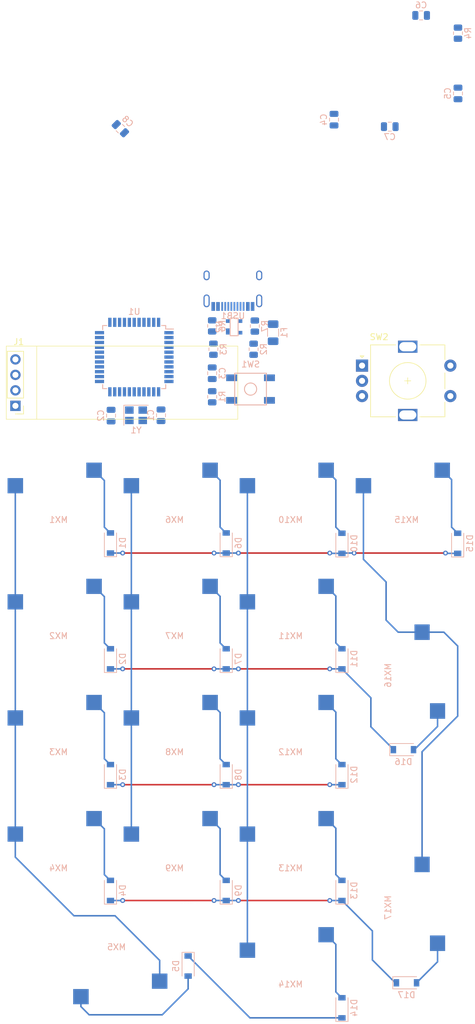
<source format=kicad_pcb>
(kicad_pcb (version 20171130) (host pcbnew "(5.1.10)-1")

  (general
    (thickness 1.6)
    (drawings 0)
    (tracks 150)
    (zones 0)
    (modules 56)
    (nets 73)
  )

  (page A4)
  (layers
    (0 F.Cu signal)
    (31 B.Cu signal)
    (32 B.Adhes user)
    (33 F.Adhes user)
    (34 B.Paste user)
    (35 F.Paste user)
    (36 B.SilkS user)
    (37 F.SilkS user)
    (38 B.Mask user)
    (39 F.Mask user)
    (40 Dwgs.User user)
    (41 Cmts.User user)
    (42 Eco1.User user)
    (43 Eco2.User user)
    (44 Edge.Cuts user)
    (45 Margin user)
    (46 B.CrtYd user)
    (47 F.CrtYd user)
    (48 B.Fab user hide)
    (49 F.Fab user)
  )

  (setup
    (last_trace_width 0.254)
    (trace_clearance 0.2)
    (zone_clearance 0.508)
    (zone_45_only no)
    (trace_min 0.2)
    (via_size 0.8)
    (via_drill 0.4)
    (via_min_size 0.4)
    (via_min_drill 0.3)
    (uvia_size 0.3)
    (uvia_drill 0.1)
    (uvias_allowed no)
    (uvia_min_size 0.2)
    (uvia_min_drill 0.1)
    (edge_width 0.05)
    (segment_width 0.2)
    (pcb_text_width 0.3)
    (pcb_text_size 1.5 1.5)
    (mod_edge_width 0.12)
    (mod_text_size 1 1)
    (mod_text_width 0.15)
    (pad_size 1.524 1.524)
    (pad_drill 0.762)
    (pad_to_mask_clearance 0)
    (aux_axis_origin 0 0)
    (visible_elements 7FFFFFFF)
    (pcbplotparams
      (layerselection 0x010fc_ffffffff)
      (usegerberextensions false)
      (usegerberattributes true)
      (usegerberadvancedattributes true)
      (creategerberjobfile true)
      (excludeedgelayer true)
      (linewidth 0.100000)
      (plotframeref false)
      (viasonmask false)
      (mode 1)
      (useauxorigin false)
      (hpglpennumber 1)
      (hpglpenspeed 20)
      (hpglpendiameter 15.000000)
      (psnegative false)
      (psa4output false)
      (plotreference true)
      (plotvalue true)
      (plotinvisibletext false)
      (padsonsilk false)
      (subtractmaskfromsilk false)
      (outputformat 1)
      (mirror false)
      (drillshape 1)
      (scaleselection 1)
      (outputdirectory ""))
  )

  (net 0 "")
  (net 1 GND)
  (net 2 "Net-(C1-Pad1)")
  (net 3 "Net-(C2-Pad1)")
  (net 4 RST)
  (net 5 "Net-(C4-Pad2)")
  (net 6 +5V)
  (net 7 "Net-(D1-Pad2)")
  (net 8 "Net-(D2-Pad2)")
  (net 9 "Net-(D3-Pad2)")
  (net 10 "Net-(D4-Pad2)")
  (net 11 "Net-(D5-Pad2)")
  (net 12 "Net-(D6-Pad2)")
  (net 13 "Net-(D7-Pad2)")
  (net 14 "Net-(D8-Pad2)")
  (net 15 "Net-(D9-Pad2)")
  (net 16 "Net-(D10-Pad2)")
  (net 17 "Net-(D11-Pad2)")
  (net 18 "Net-(D12-Pad2)")
  (net 19 "Net-(D13-Pad2)")
  (net 20 "Net-(D14-Pad2)")
  (net 21 "Net-(D15-Pad2)")
  (net 22 "Net-(D16-Pad2)")
  (net 23 "Net-(D17-Pad2)")
  (net 24 VCC)
  (net 25 SDA)
  (net 26 SCL)
  (net 27 D+)
  (net 28 "Net-(R2-Pad1)")
  (net 29 D-)
  (net 30 "Net-(R3-Pad1)")
  (net 31 "Net-(R4-Pad2)")
  (net 32 "Net-(R6-Pad2)")
  (net 33 "Net-(R7-Pad2)")
  (net 34 "Net-(U1-Pad42)")
  (net 35 "Net-(U1-Pad41)")
  (net 36 "Net-(U1-Pad40)")
  (net 37 "Net-(U1-Pad39)")
  (net 38 "Net-(U1-Pad38)")
  (net 39 "Net-(U1-Pad37)")
  (net 40 "Net-(U1-Pad36)")
  (net 41 "Net-(U1-Pad32)")
  (net 42 "Net-(U1-Pad31)")
  (net 43 "Net-(U1-Pad30)")
  (net 44 "Net-(U1-Pad29)")
  (net 45 "Net-(U1-Pad28)")
  (net 46 "Net-(U1-Pad27)")
  (net 47 "Net-(U1-Pad26)")
  (net 48 "Net-(U1-Pad25)")
  (net 49 "Net-(U1-Pad22)")
  (net 50 "Net-(U1-Pad1)")
  (net 51 Encoder_1)
  (net 52 Encoder_2)
  (net 53 "Net-(USB1-Pad3)")
  (net 54 "Net-(USB1-Pad9)")
  (net 55 ROW0)
  (net 56 ROW1)
  (net 57 ROW2)
  (net 58 ROW3)
  (net 59 ROW4)
  (net 60 COL0)
  (net 61 COL1)
  (net 62 COL2)
  (net 63 COL3)
  (net 64 "Net-(U1-Pad21)")
  (net 65 "Net-(U1-Pad20)")
  (net 66 "Net-(U1-Pad19)")
  (net 67 "Net-(U1-Pad18)")
  (net 68 "Net-(U1-Pad12)")
  (net 69 "Net-(U1-Pad11)")
  (net 70 "Net-(U1-Pad10)")
  (net 71 "Net-(U1-Pad9)")
  (net 72 "Net-(U1-Pad8)")

  (net_class Default "This is the default net class."
    (clearance 0.2)
    (trace_width 0.254)
    (via_dia 0.8)
    (via_drill 0.4)
    (uvia_dia 0.3)
    (uvia_drill 0.1)
    (add_net COL0)
    (add_net COL1)
    (add_net COL2)
    (add_net COL3)
    (add_net D+)
    (add_net D-)
    (add_net Encoder_1)
    (add_net Encoder_2)
    (add_net "Net-(C1-Pad1)")
    (add_net "Net-(C2-Pad1)")
    (add_net "Net-(C4-Pad2)")
    (add_net "Net-(D1-Pad2)")
    (add_net "Net-(D10-Pad2)")
    (add_net "Net-(D11-Pad2)")
    (add_net "Net-(D12-Pad2)")
    (add_net "Net-(D13-Pad2)")
    (add_net "Net-(D14-Pad2)")
    (add_net "Net-(D15-Pad2)")
    (add_net "Net-(D16-Pad2)")
    (add_net "Net-(D17-Pad2)")
    (add_net "Net-(D2-Pad2)")
    (add_net "Net-(D3-Pad2)")
    (add_net "Net-(D4-Pad2)")
    (add_net "Net-(D5-Pad2)")
    (add_net "Net-(D6-Pad2)")
    (add_net "Net-(D7-Pad2)")
    (add_net "Net-(D8-Pad2)")
    (add_net "Net-(D9-Pad2)")
    (add_net "Net-(R2-Pad1)")
    (add_net "Net-(R3-Pad1)")
    (add_net "Net-(R4-Pad2)")
    (add_net "Net-(R6-Pad2)")
    (add_net "Net-(R7-Pad2)")
    (add_net "Net-(U1-Pad1)")
    (add_net "Net-(U1-Pad10)")
    (add_net "Net-(U1-Pad11)")
    (add_net "Net-(U1-Pad12)")
    (add_net "Net-(U1-Pad18)")
    (add_net "Net-(U1-Pad19)")
    (add_net "Net-(U1-Pad20)")
    (add_net "Net-(U1-Pad21)")
    (add_net "Net-(U1-Pad22)")
    (add_net "Net-(U1-Pad25)")
    (add_net "Net-(U1-Pad26)")
    (add_net "Net-(U1-Pad27)")
    (add_net "Net-(U1-Pad28)")
    (add_net "Net-(U1-Pad29)")
    (add_net "Net-(U1-Pad30)")
    (add_net "Net-(U1-Pad31)")
    (add_net "Net-(U1-Pad32)")
    (add_net "Net-(U1-Pad36)")
    (add_net "Net-(U1-Pad37)")
    (add_net "Net-(U1-Pad38)")
    (add_net "Net-(U1-Pad39)")
    (add_net "Net-(U1-Pad40)")
    (add_net "Net-(U1-Pad41)")
    (add_net "Net-(U1-Pad42)")
    (add_net "Net-(U1-Pad8)")
    (add_net "Net-(U1-Pad9)")
    (add_net "Net-(USB1-Pad3)")
    (add_net "Net-(USB1-Pad9)")
    (add_net ROW0)
    (add_net ROW1)
    (add_net ROW2)
    (add_net ROW3)
    (add_net ROW4)
    (add_net RST)
    (add_net SCL)
    (add_net SDA)
  )

  (net_class Power ""
    (clearance 0.2)
    (trace_width 0.381)
    (via_dia 0.8)
    (via_drill 0.4)
    (uvia_dia 0.3)
    (uvia_drill 0.1)
    (add_net +5V)
    (add_net GND)
    (add_net VCC)
  )

  (module Resistor_SMD:R_0805_2012Metric (layer B.Cu) (tedit 5F68FEEE) (tstamp 60C4BDC2)
    (at 96.4 47.3125 90)
    (descr "Resistor SMD 0805 (2012 Metric), square (rectangular) end terminal, IPC_7351 nominal, (Body size source: IPC-SM-782 page 72, https://www.pcb-3d.com/wordpress/wp-content/uploads/ipc-sm-782a_amendment_1_and_2.pdf), generated with kicad-footprint-generator")
    (tags resistor)
    (path /60D5E495)
    (attr smd)
    (fp_text reference R3 (at 0 1.65 90) (layer B.SilkS)
      (effects (font (size 1 1) (thickness 0.15)) (justify mirror))
    )
    (fp_text value 22K (at 0 -1.65 90) (layer B.Fab)
      (effects (font (size 1 1) (thickness 0.15)) (justify mirror))
    )
    (fp_line (start -1 -0.625) (end -1 0.625) (layer B.Fab) (width 0.1))
    (fp_line (start -1 0.625) (end 1 0.625) (layer B.Fab) (width 0.1))
    (fp_line (start 1 0.625) (end 1 -0.625) (layer B.Fab) (width 0.1))
    (fp_line (start 1 -0.625) (end -1 -0.625) (layer B.Fab) (width 0.1))
    (fp_line (start -0.227064 0.735) (end 0.227064 0.735) (layer B.SilkS) (width 0.12))
    (fp_line (start -0.227064 -0.735) (end 0.227064 -0.735) (layer B.SilkS) (width 0.12))
    (fp_line (start -1.68 -0.95) (end -1.68 0.95) (layer B.CrtYd) (width 0.05))
    (fp_line (start -1.68 0.95) (end 1.68 0.95) (layer B.CrtYd) (width 0.05))
    (fp_line (start 1.68 0.95) (end 1.68 -0.95) (layer B.CrtYd) (width 0.05))
    (fp_line (start 1.68 -0.95) (end -1.68 -0.95) (layer B.CrtYd) (width 0.05))
    (fp_text user %R (at 0 0 90) (layer B.Fab)
      (effects (font (size 0.5 0.5) (thickness 0.08)) (justify mirror))
    )
    (pad 1 smd roundrect (at -0.9125 0 90) (size 1.025 1.4) (layers B.Cu B.Paste B.Mask) (roundrect_rratio 0.243902)
      (net 30 "Net-(R3-Pad1)"))
    (pad 2 smd roundrect (at 0.9125 0 90) (size 1.025 1.4) (layers B.Cu B.Paste B.Mask) (roundrect_rratio 0.243902)
      (net 29 D-))
    (model ${KISYS3DMOD}/Resistor_SMD.3dshapes/R_0805_2012Metric.wrl
      (at (xyz 0 0 0))
      (scale (xyz 1 1 1))
      (rotate (xyz 0 0 0))
    )
  )

  (module Capacitor_SMD:C_0805_2012Metric (layer B.Cu) (tedit 5F68FEEE) (tstamp 60C60863)
    (at 79.6 58.2 270)
    (descr "Capacitor SMD 0805 (2012 Metric), square (rectangular) end terminal, IPC_7351 nominal, (Body size source: IPC-SM-782 page 76, https://www.pcb-3d.com/wordpress/wp-content/uploads/ipc-sm-782a_amendment_1_and_2.pdf, https://docs.google.com/spreadsheets/d/1BsfQQcO9C6DZCsRaXUlFlo91Tg2WpOkGARC1WS5S8t0/edit?usp=sharing), generated with kicad-footprint-generator")
    (tags capacitor)
    (path /60C44774)
    (attr smd)
    (fp_text reference C2 (at 0 1.68 90) (layer B.SilkS)
      (effects (font (size 1 1) (thickness 0.15)) (justify mirror))
    )
    (fp_text value 22pF (at 0 -1.68 90) (layer B.Fab)
      (effects (font (size 1 1) (thickness 0.15)) (justify mirror))
    )
    (fp_line (start 1.7 -0.98) (end -1.7 -0.98) (layer B.CrtYd) (width 0.05))
    (fp_line (start 1.7 0.98) (end 1.7 -0.98) (layer B.CrtYd) (width 0.05))
    (fp_line (start -1.7 0.98) (end 1.7 0.98) (layer B.CrtYd) (width 0.05))
    (fp_line (start -1.7 -0.98) (end -1.7 0.98) (layer B.CrtYd) (width 0.05))
    (fp_line (start -0.261252 -0.735) (end 0.261252 -0.735) (layer B.SilkS) (width 0.12))
    (fp_line (start -0.261252 0.735) (end 0.261252 0.735) (layer B.SilkS) (width 0.12))
    (fp_line (start 1 -0.625) (end -1 -0.625) (layer B.Fab) (width 0.1))
    (fp_line (start 1 0.625) (end 1 -0.625) (layer B.Fab) (width 0.1))
    (fp_line (start -1 0.625) (end 1 0.625) (layer B.Fab) (width 0.1))
    (fp_line (start -1 -0.625) (end -1 0.625) (layer B.Fab) (width 0.1))
    (fp_text user %R (at 0 0 90) (layer B.Fab)
      (effects (font (size 0.5 0.5) (thickness 0.08)) (justify mirror))
    )
    (pad 2 smd roundrect (at 0.95 0 270) (size 1 1.45) (layers B.Cu B.Paste B.Mask) (roundrect_rratio 0.25)
      (net 1 GND))
    (pad 1 smd roundrect (at -0.95 0 270) (size 1 1.45) (layers B.Cu B.Paste B.Mask) (roundrect_rratio 0.25)
      (net 3 "Net-(C2-Pad1)"))
    (model ${KISYS3DMOD}/Capacitor_SMD.3dshapes/C_0805_2012Metric.wrl
      (at (xyz 0 0 0))
      (scale (xyz 1 1 1))
      (rotate (xyz 0 0 0))
    )
  )

  (module Capacitor_SMD:C_0805_2012Metric (layer B.Cu) (tedit 5F68FEEE) (tstamp 60C4BB9B)
    (at 125.35 10.8)
    (descr "Capacitor SMD 0805 (2012 Metric), square (rectangular) end terminal, IPC_7351 nominal, (Body size source: IPC-SM-782 page 76, https://www.pcb-3d.com/wordpress/wp-content/uploads/ipc-sm-782a_amendment_1_and_2.pdf, https://docs.google.com/spreadsheets/d/1BsfQQcO9C6DZCsRaXUlFlo91Tg2WpOkGARC1WS5S8t0/edit?usp=sharing), generated with kicad-footprint-generator")
    (tags capacitor)
    (path /60C63A4C)
    (attr smd)
    (fp_text reference C7 (at 0 1.68) (layer B.SilkS)
      (effects (font (size 1 1) (thickness 0.15)) (justify mirror))
    )
    (fp_text value 0.1uF (at 0 -1.68) (layer B.Fab)
      (effects (font (size 1 1) (thickness 0.15)) (justify mirror))
    )
    (fp_line (start 1.7 -0.98) (end -1.7 -0.98) (layer B.CrtYd) (width 0.05))
    (fp_line (start 1.7 0.98) (end 1.7 -0.98) (layer B.CrtYd) (width 0.05))
    (fp_line (start -1.7 0.98) (end 1.7 0.98) (layer B.CrtYd) (width 0.05))
    (fp_line (start -1.7 -0.98) (end -1.7 0.98) (layer B.CrtYd) (width 0.05))
    (fp_line (start -0.261252 -0.735) (end 0.261252 -0.735) (layer B.SilkS) (width 0.12))
    (fp_line (start -0.261252 0.735) (end 0.261252 0.735) (layer B.SilkS) (width 0.12))
    (fp_line (start 1 -0.625) (end -1 -0.625) (layer B.Fab) (width 0.1))
    (fp_line (start 1 0.625) (end 1 -0.625) (layer B.Fab) (width 0.1))
    (fp_line (start -1 0.625) (end 1 0.625) (layer B.Fab) (width 0.1))
    (fp_line (start -1 -0.625) (end -1 0.625) (layer B.Fab) (width 0.1))
    (fp_text user %R (at 0 0) (layer B.Fab)
      (effects (font (size 0.5 0.5) (thickness 0.08)) (justify mirror))
    )
    (pad 2 smd roundrect (at 0.95 0) (size 1 1.45) (layers B.Cu B.Paste B.Mask) (roundrect_rratio 0.25)
      (net 1 GND))
    (pad 1 smd roundrect (at -0.95 0) (size 1 1.45) (layers B.Cu B.Paste B.Mask) (roundrect_rratio 0.25)
      (net 6 +5V))
    (model ${KISYS3DMOD}/Capacitor_SMD.3dshapes/C_0805_2012Metric.wrl
      (at (xyz 0 0 0))
      (scale (xyz 1 1 1))
      (rotate (xyz 0 0 0))
    )
  )

  (module Capacitor_SMD:C_0805_2012Metric (layer B.Cu) (tedit 5F68FEEE) (tstamp 60C63E11)
    (at 87.8 58.15 270)
    (descr "Capacitor SMD 0805 (2012 Metric), square (rectangular) end terminal, IPC_7351 nominal, (Body size source: IPC-SM-782 page 76, https://www.pcb-3d.com/wordpress/wp-content/uploads/ipc-sm-782a_amendment_1_and_2.pdf, https://docs.google.com/spreadsheets/d/1BsfQQcO9C6DZCsRaXUlFlo91Tg2WpOkGARC1WS5S8t0/edit?usp=sharing), generated with kicad-footprint-generator")
    (tags capacitor)
    (path /60C4397E)
    (attr smd)
    (fp_text reference C1 (at 0 1.68 90) (layer B.SilkS)
      (effects (font (size 1 1) (thickness 0.15)) (justify mirror))
    )
    (fp_text value 22pF (at 0 -1.68 90) (layer B.Fab)
      (effects (font (size 1 1) (thickness 0.15)) (justify mirror))
    )
    (fp_line (start 1.7 -0.98) (end -1.7 -0.98) (layer B.CrtYd) (width 0.05))
    (fp_line (start 1.7 0.98) (end 1.7 -0.98) (layer B.CrtYd) (width 0.05))
    (fp_line (start -1.7 0.98) (end 1.7 0.98) (layer B.CrtYd) (width 0.05))
    (fp_line (start -1.7 -0.98) (end -1.7 0.98) (layer B.CrtYd) (width 0.05))
    (fp_line (start -0.261252 -0.735) (end 0.261252 -0.735) (layer B.SilkS) (width 0.12))
    (fp_line (start -0.261252 0.735) (end 0.261252 0.735) (layer B.SilkS) (width 0.12))
    (fp_line (start 1 -0.625) (end -1 -0.625) (layer B.Fab) (width 0.1))
    (fp_line (start 1 0.625) (end 1 -0.625) (layer B.Fab) (width 0.1))
    (fp_line (start -1 0.625) (end 1 0.625) (layer B.Fab) (width 0.1))
    (fp_line (start -1 -0.625) (end -1 0.625) (layer B.Fab) (width 0.1))
    (fp_text user %R (at 0 0 90) (layer B.Fab)
      (effects (font (size 0.5 0.5) (thickness 0.08)) (justify mirror))
    )
    (pad 2 smd roundrect (at 0.95 0 270) (size 1 1.45) (layers B.Cu B.Paste B.Mask) (roundrect_rratio 0.25)
      (net 1 GND))
    (pad 1 smd roundrect (at -0.95 0 270) (size 1 1.45) (layers B.Cu B.Paste B.Mask) (roundrect_rratio 0.25)
      (net 2 "Net-(C1-Pad1)"))
    (model ${KISYS3DMOD}/Capacitor_SMD.3dshapes/C_0805_2012Metric.wrl
      (at (xyz 0 0 0))
      (scale (xyz 1 1 1))
      (rotate (xyz 0 0 0))
    )
  )

  (module Crystal:Crystal_SMD_3225-4Pin_3.2x2.5mm (layer B.Cu) (tedit 5A0FD1B2) (tstamp 60C63DDB)
    (at 83.7 58.15)
    (descr "SMD Crystal SERIES SMD3225/4 http://www.txccrystal.com/images/pdf/7m-accuracy.pdf, 3.2x2.5mm^2 package")
    (tags "SMD SMT crystal")
    (path /60C412BB)
    (attr smd)
    (fp_text reference Y1 (at 0 2.45) (layer B.SilkS)
      (effects (font (size 1 1) (thickness 0.15)) (justify mirror))
    )
    (fp_text value 16MHz (at 0 -2.45) (layer B.Fab)
      (effects (font (size 1 1) (thickness 0.15)) (justify mirror))
    )
    (fp_line (start -1.6 1.25) (end -1.6 -1.25) (layer B.Fab) (width 0.1))
    (fp_line (start -1.6 -1.25) (end 1.6 -1.25) (layer B.Fab) (width 0.1))
    (fp_line (start 1.6 -1.25) (end 1.6 1.25) (layer B.Fab) (width 0.1))
    (fp_line (start 1.6 1.25) (end -1.6 1.25) (layer B.Fab) (width 0.1))
    (fp_line (start -1.6 -0.25) (end -0.6 -1.25) (layer B.Fab) (width 0.1))
    (fp_line (start -2 1.65) (end -2 -1.65) (layer B.SilkS) (width 0.12))
    (fp_line (start -2 -1.65) (end 2 -1.65) (layer B.SilkS) (width 0.12))
    (fp_line (start -2.1 1.7) (end -2.1 -1.7) (layer B.CrtYd) (width 0.05))
    (fp_line (start -2.1 -1.7) (end 2.1 -1.7) (layer B.CrtYd) (width 0.05))
    (fp_line (start 2.1 -1.7) (end 2.1 1.7) (layer B.CrtYd) (width 0.05))
    (fp_line (start 2.1 1.7) (end -2.1 1.7) (layer B.CrtYd) (width 0.05))
    (fp_text user %R (at 0 0) (layer B.Fab)
      (effects (font (size 0.7 0.7) (thickness 0.105)) (justify mirror))
    )
    (pad 4 smd rect (at -1.1 0.85) (size 1.4 1.2) (layers B.Cu B.Paste B.Mask))
    (pad 3 smd rect (at 1.1 0.85) (size 1.4 1.2) (layers B.Cu B.Paste B.Mask))
    (pad 2 smd rect (at 1.1 -0.85) (size 1.4 1.2) (layers B.Cu B.Paste B.Mask)
      (net 2 "Net-(C1-Pad1)"))
    (pad 1 smd rect (at -1.1 -0.85) (size 1.4 1.2) (layers B.Cu B.Paste B.Mask)
      (net 3 "Net-(C2-Pad1)"))
    (model ${KISYS3DMOD}/Crystal.3dshapes/Crystal_SMD_3225-4Pin_3.2x2.5mm.wrl
      (at (xyz 0 0 0))
      (scale (xyz 1 1 1))
      (rotate (xyz 0 0 0))
    )
  )

  (module OLED:Oled_Screen (layer F.Cu) (tedit 60954665) (tstamp 60C4BD8F)
    (at 62.4 46.8)
    (path /60D0AB64)
    (fp_text reference J1 (at 2.05 -0.7) (layer F.SilkS)
      (effects (font (size 1 1) (thickness 0.15)))
    )
    (fp_text value Conn_01x04 (at 9.8 11.15) (layer F.Fab)
      (effects (font (size 1 1) (thickness 0.15)))
    )
    (fp_line (start 2.83 0.85) (end 0.17 0.85) (layer F.SilkS) (width 0.12))
    (fp_line (start 2.77 10.435) (end 2.135 11.07) (layer F.Fab) (width 0.1))
    (fp_line (start 2.83 8.53) (end 2.83 0.85) (layer F.SilkS) (width 0.12))
    (fp_line (start 2.77 0.91) (end 2.77 10.435) (layer F.Fab) (width 0.1))
    (fp_line (start 2.83 8.53) (end 0.17 8.53) (layer F.SilkS) (width 0.12))
    (fp_line (start 0.23 11.07) (end 0.23 0.91) (layer F.Fab) (width 0.1))
    (fp_line (start 0.17 8.53) (end 0.17 0.85) (layer F.SilkS) (width 0.12))
    (fp_line (start 2.83 11.13) (end 1.5 11.13) (layer F.SilkS) (width 0.12))
    (fp_line (start 2.83 9.8) (end 2.83 11.13) (layer F.SilkS) (width 0.12))
    (fp_line (start 2.135 11.07) (end 0.23 11.07) (layer F.Fab) (width 0.1))
    (fp_line (start 0.23 0.91) (end 2.77 0.91) (layer F.Fab) (width 0.1))
    (fp_line (start 0 0) (end 0 12) (layer F.SilkS) (width 0.1))
    (fp_line (start 0 0) (end 38 0) (layer F.SilkS) (width 0.1))
    (fp_line (start 0 12) (end 38 12) (layer F.SilkS) (width 0.1))
    (fp_line (start 38 0) (end 38 12) (layer F.SilkS) (width 0.1))
    (fp_line (start 5 12) (end 5 0) (layer F.SilkS) (width 0.1))
    (pad 4 thru_hole oval (at 1.5 2.18 180) (size 1.7 1.7) (drill 1) (layers *.Cu *.Mask)
      (net 25 SDA))
    (pad 2 thru_hole oval (at 1.5 7.26 180) (size 1.7 1.7) (drill 1) (layers *.Cu *.Mask)
      (net 6 +5V))
    (pad 1 thru_hole rect (at 1.5 9.8 180) (size 1.7 1.7) (drill 1) (layers *.Cu *.Mask)
      (net 1 GND))
    (pad 3 thru_hole oval (at 1.5 4.72 180) (size 1.7 1.7) (drill 1) (layers *.Cu *.Mask)
      (net 26 SCL))
    (model "C:/Users/muham/Documents/GitHub/PCB-project/random-keyboard-parts.pretty/Schematic Library/OLED_0.91_128x32.stp"
      (offset (xyz 19 -5 2.5))
      (scale (xyz 1 1 1))
      (rotate (xyz 0 0 0))
    )
  )

  (module MX_Only:MXOnly-2U-Hotswap (layer F.Cu) (tedit 5C4553DE) (tstamp 60C58A54)
    (at 128.116 138.917 270)
    (path /60C89F3A)
    (attr smd)
    (fp_text reference MX17 (at 0 3.048 90) (layer B.CrtYd)
      (effects (font (size 1 1) (thickness 0.15)) (justify mirror))
    )
    (fp_text value MX-NoLED (at 0 -7.9375 90) (layer Dwgs.User)
      (effects (font (size 1 1) (thickness 0.15)))
    )
    (fp_line (start 5 -7) (end 7 -7) (layer Dwgs.User) (width 0.15))
    (fp_line (start 7 -7) (end 7 -5) (layer Dwgs.User) (width 0.15))
    (fp_line (start 5 7) (end 7 7) (layer Dwgs.User) (width 0.15))
    (fp_line (start 7 7) (end 7 5) (layer Dwgs.User) (width 0.15))
    (fp_line (start -7 5) (end -7 7) (layer Dwgs.User) (width 0.15))
    (fp_line (start -7 7) (end -5 7) (layer Dwgs.User) (width 0.15))
    (fp_line (start -5 -7) (end -7 -7) (layer Dwgs.User) (width 0.15))
    (fp_line (start -7 -7) (end -7 -5) (layer Dwgs.User) (width 0.15))
    (fp_line (start -19.05 -9.525) (end 19.05 -9.525) (layer Dwgs.User) (width 0.15))
    (fp_line (start 19.05 -9.525) (end 19.05 9.525) (layer Dwgs.User) (width 0.15))
    (fp_line (start 19.05 9.525) (end -19.05 9.525) (layer Dwgs.User) (width 0.15))
    (fp_line (start -19.05 9.525) (end -19.05 -9.525) (layer Dwgs.User) (width 0.15))
    (fp_circle (center 2.54 -5.08) (end 2.54 -6.604) (layer B.CrtYd) (width 0.15))
    (fp_circle (center -3.81 -2.54) (end -3.81 -4.064) (layer B.CrtYd) (width 0.15))
    (fp_line (start -8.382 -3.81) (end -5.842 -3.81) (layer B.CrtYd) (width 0.15))
    (fp_line (start -5.842 -3.81) (end -5.842 -1.27) (layer B.CrtYd) (width 0.15))
    (fp_line (start -5.842 -1.27) (end -8.382 -1.27) (layer B.CrtYd) (width 0.15))
    (fp_line (start -8.382 -1.27) (end -8.382 -3.81) (layer B.CrtYd) (width 0.15))
    (fp_line (start 4.572 -6.35) (end 7.112 -6.35) (layer B.CrtYd) (width 0.15))
    (fp_line (start 7.112 -6.35) (end 7.112 -3.81) (layer B.CrtYd) (width 0.15))
    (fp_line (start 7.112 -3.81) (end 4.572 -3.81) (layer B.CrtYd) (width 0.15))
    (fp_line (start 4.572 -3.81) (end 4.572 -6.35) (layer B.CrtYd) (width 0.15))
    (fp_text user %R (at 0 3.048 90) (layer B.SilkS)
      (effects (font (size 1 1) (thickness 0.15)) (justify mirror))
    )
    (pad "" np_thru_hole circle (at -11.938 8.255 270) (size 3.9878 3.9878) (drill 3.9878) (layers *.Cu *.Mask))
    (pad "" np_thru_hole circle (at 11.938 8.255 270) (size 3.9878 3.9878) (drill 3.9878) (layers *.Cu *.Mask))
    (pad "" np_thru_hole circle (at -11.938 -6.985 270) (size 3.048 3.048) (drill 3.048) (layers *.Cu *.Mask))
    (pad "" np_thru_hole circle (at 11.938 -6.985 270) (size 3.048 3.048) (drill 3.048) (layers *.Cu *.Mask))
    (pad 2 smd rect (at 5.842 -5.08 270) (size 2.55 2.5) (layers B.Cu B.Paste B.Mask)
      (net 23 "Net-(D17-Pad2)"))
    (pad 1 smd rect (at -7.085 -2.54 270) (size 2.55 2.5) (layers B.Cu B.Paste B.Mask)
      (net 63 COL3))
    (pad "" np_thru_hole circle (at 5.08 0 318.0996) (size 1.75 1.75) (drill 1.75) (layers *.Cu *.Mask))
    (pad "" np_thru_hole circle (at -5.08 0 318.0996) (size 1.75 1.75) (drill 1.75) (layers *.Cu *.Mask))
    (pad "" np_thru_hole circle (at -3.81 -2.54 270) (size 3 3) (drill 3) (layers *.Cu *.Mask))
    (pad "" np_thru_hole circle (at 0 0 270) (size 3.9878 3.9878) (drill 3.9878) (layers *.Cu *.Mask))
    (pad "" np_thru_hole circle (at 2.54 -5.08 270) (size 3 3) (drill 3) (layers *.Cu *.Mask))
  )

  (module MX_Only:MXOnly-2U-Hotswap (layer F.Cu) (tedit 5C4553DE) (tstamp 60C58AC3)
    (at 128.116 100.817 270)
    (path /60C7DF4F)
    (attr smd)
    (fp_text reference MX16 (at 0 3.048 90) (layer B.CrtYd)
      (effects (font (size 1 1) (thickness 0.15)) (justify mirror))
    )
    (fp_text value MX-NoLED (at 0 -7.9375 90) (layer Dwgs.User)
      (effects (font (size 1 1) (thickness 0.15)))
    )
    (fp_line (start 5 -7) (end 7 -7) (layer Dwgs.User) (width 0.15))
    (fp_line (start 7 -7) (end 7 -5) (layer Dwgs.User) (width 0.15))
    (fp_line (start 5 7) (end 7 7) (layer Dwgs.User) (width 0.15))
    (fp_line (start 7 7) (end 7 5) (layer Dwgs.User) (width 0.15))
    (fp_line (start -7 5) (end -7 7) (layer Dwgs.User) (width 0.15))
    (fp_line (start -7 7) (end -5 7) (layer Dwgs.User) (width 0.15))
    (fp_line (start -5 -7) (end -7 -7) (layer Dwgs.User) (width 0.15))
    (fp_line (start -7 -7) (end -7 -5) (layer Dwgs.User) (width 0.15))
    (fp_line (start -19.05 -9.525) (end 19.05 -9.525) (layer Dwgs.User) (width 0.15))
    (fp_line (start 19.05 -9.525) (end 19.05 9.525) (layer Dwgs.User) (width 0.15))
    (fp_line (start 19.05 9.525) (end -19.05 9.525) (layer Dwgs.User) (width 0.15))
    (fp_line (start -19.05 9.525) (end -19.05 -9.525) (layer Dwgs.User) (width 0.15))
    (fp_circle (center 2.54 -5.08) (end 2.54 -6.604) (layer B.CrtYd) (width 0.15))
    (fp_circle (center -3.81 -2.54) (end -3.81 -4.064) (layer B.CrtYd) (width 0.15))
    (fp_line (start -8.382 -3.81) (end -5.842 -3.81) (layer B.CrtYd) (width 0.15))
    (fp_line (start -5.842 -3.81) (end -5.842 -1.27) (layer B.CrtYd) (width 0.15))
    (fp_line (start -5.842 -1.27) (end -8.382 -1.27) (layer B.CrtYd) (width 0.15))
    (fp_line (start -8.382 -1.27) (end -8.382 -3.81) (layer B.CrtYd) (width 0.15))
    (fp_line (start 4.572 -6.35) (end 7.112 -6.35) (layer B.CrtYd) (width 0.15))
    (fp_line (start 7.112 -6.35) (end 7.112 -3.81) (layer B.CrtYd) (width 0.15))
    (fp_line (start 7.112 -3.81) (end 4.572 -3.81) (layer B.CrtYd) (width 0.15))
    (fp_line (start 4.572 -3.81) (end 4.572 -6.35) (layer B.CrtYd) (width 0.15))
    (fp_text user %R (at 0 3.048 90) (layer B.SilkS)
      (effects (font (size 1 1) (thickness 0.15)) (justify mirror))
    )
    (pad "" np_thru_hole circle (at -11.938 8.255 270) (size 3.9878 3.9878) (drill 3.9878) (layers *.Cu *.Mask))
    (pad "" np_thru_hole circle (at 11.938 8.255 270) (size 3.9878 3.9878) (drill 3.9878) (layers *.Cu *.Mask))
    (pad "" np_thru_hole circle (at -11.938 -6.985 270) (size 3.048 3.048) (drill 3.048) (layers *.Cu *.Mask))
    (pad "" np_thru_hole circle (at 11.938 -6.985 270) (size 3.048 3.048) (drill 3.048) (layers *.Cu *.Mask))
    (pad 2 smd rect (at 5.842 -5.08 270) (size 2.55 2.5) (layers B.Cu B.Paste B.Mask)
      (net 22 "Net-(D16-Pad2)"))
    (pad 1 smd rect (at -7.085 -2.54 270) (size 2.55 2.5) (layers B.Cu B.Paste B.Mask)
      (net 63 COL3))
    (pad "" np_thru_hole circle (at 5.08 0 318.0996) (size 1.75 1.75) (drill 1.75) (layers *.Cu *.Mask))
    (pad "" np_thru_hole circle (at -5.08 0 318.0996) (size 1.75 1.75) (drill 1.75) (layers *.Cu *.Mask))
    (pad "" np_thru_hole circle (at -3.81 -2.54 270) (size 3 3) (drill 3) (layers *.Cu *.Mask))
    (pad "" np_thru_hole circle (at 0 0 270) (size 3.9878 3.9878) (drill 3.9878) (layers *.Cu *.Mask))
    (pad "" np_thru_hole circle (at 2.54 -5.08 270) (size 3 3) (drill 3) (layers *.Cu *.Mask))
  )

  (module MX_Only:MXOnly-2U-Hotswap (layer F.Cu) (tedit 5C4553DE) (tstamp 60C589E5)
    (at 80.491 148.442 180)
    (path /60C8F379)
    (attr smd)
    (fp_text reference MX5 (at 0 3.048) (layer B.CrtYd)
      (effects (font (size 1 1) (thickness 0.15)) (justify mirror))
    )
    (fp_text value MX-NoLED (at 0 -7.9375) (layer Dwgs.User)
      (effects (font (size 1 1) (thickness 0.15)))
    )
    (fp_line (start 5 -7) (end 7 -7) (layer Dwgs.User) (width 0.15))
    (fp_line (start 7 -7) (end 7 -5) (layer Dwgs.User) (width 0.15))
    (fp_line (start 5 7) (end 7 7) (layer Dwgs.User) (width 0.15))
    (fp_line (start 7 7) (end 7 5) (layer Dwgs.User) (width 0.15))
    (fp_line (start -7 5) (end -7 7) (layer Dwgs.User) (width 0.15))
    (fp_line (start -7 7) (end -5 7) (layer Dwgs.User) (width 0.15))
    (fp_line (start -5 -7) (end -7 -7) (layer Dwgs.User) (width 0.15))
    (fp_line (start -7 -7) (end -7 -5) (layer Dwgs.User) (width 0.15))
    (fp_line (start -19.05 -9.525) (end 19.05 -9.525) (layer Dwgs.User) (width 0.15))
    (fp_line (start 19.05 -9.525) (end 19.05 9.525) (layer Dwgs.User) (width 0.15))
    (fp_line (start 19.05 9.525) (end -19.05 9.525) (layer Dwgs.User) (width 0.15))
    (fp_line (start -19.05 9.525) (end -19.05 -9.525) (layer Dwgs.User) (width 0.15))
    (fp_circle (center 2.54 -5.08) (end 2.54 -6.604) (layer B.CrtYd) (width 0.15))
    (fp_circle (center -3.81 -2.54) (end -3.81 -4.064) (layer B.CrtYd) (width 0.15))
    (fp_line (start -8.382 -3.81) (end -5.842 -3.81) (layer B.CrtYd) (width 0.15))
    (fp_line (start -5.842 -3.81) (end -5.842 -1.27) (layer B.CrtYd) (width 0.15))
    (fp_line (start -5.842 -1.27) (end -8.382 -1.27) (layer B.CrtYd) (width 0.15))
    (fp_line (start -8.382 -1.27) (end -8.382 -3.81) (layer B.CrtYd) (width 0.15))
    (fp_line (start 4.572 -6.35) (end 7.112 -6.35) (layer B.CrtYd) (width 0.15))
    (fp_line (start 7.112 -6.35) (end 7.112 -3.81) (layer B.CrtYd) (width 0.15))
    (fp_line (start 7.112 -3.81) (end 4.572 -3.81) (layer B.CrtYd) (width 0.15))
    (fp_line (start 4.572 -3.81) (end 4.572 -6.35) (layer B.CrtYd) (width 0.15))
    (fp_text user %R (at 0 3.048) (layer B.SilkS)
      (effects (font (size 1 1) (thickness 0.15)) (justify mirror))
    )
    (pad "" np_thru_hole circle (at -11.938 8.255 180) (size 3.9878 3.9878) (drill 3.9878) (layers *.Cu *.Mask))
    (pad "" np_thru_hole circle (at 11.938 8.255 180) (size 3.9878 3.9878) (drill 3.9878) (layers *.Cu *.Mask))
    (pad "" np_thru_hole circle (at -11.938 -6.985 180) (size 3.048 3.048) (drill 3.048) (layers *.Cu *.Mask))
    (pad "" np_thru_hole circle (at 11.938 -6.985 180) (size 3.048 3.048) (drill 3.048) (layers *.Cu *.Mask))
    (pad 2 smd rect (at 5.842 -5.08 180) (size 2.55 2.5) (layers B.Cu B.Paste B.Mask)
      (net 11 "Net-(D5-Pad2)"))
    (pad 1 smd rect (at -7.085 -2.54 180) (size 2.55 2.5) (layers B.Cu B.Paste B.Mask)
      (net 60 COL0))
    (pad "" np_thru_hole circle (at 5.08 0 228.0996) (size 1.75 1.75) (drill 1.75) (layers *.Cu *.Mask))
    (pad "" np_thru_hole circle (at -5.08 0 228.0996) (size 1.75 1.75) (drill 1.75) (layers *.Cu *.Mask))
    (pad "" np_thru_hole circle (at -3.81 -2.54 180) (size 3 3) (drill 3) (layers *.Cu *.Mask))
    (pad "" np_thru_hole circle (at 0 0 180) (size 3.9878 3.9878) (drill 3.9878) (layers *.Cu *.Mask))
    (pad "" np_thru_hole circle (at 2.54 -5.08 180) (size 3 3) (drill 3) (layers *.Cu *.Mask))
  )

  (module Type-C:HRO-TYPE-C-31-M-12-Assembly (layer B.Cu) (tedit 5C42C666) (tstamp 60C60F97)
    (at 99.6 32.6)
    (path /60D13579)
    (attr smd)
    (fp_text reference USB1 (at 0 9.25) (layer B.SilkS)
      (effects (font (size 1 1) (thickness 0.15)) (justify mirror))
    )
    (fp_text value HRO-TYPE-C-31-M-12 (at 0 -1.15) (layer Dwgs.User)
      (effects (font (size 1 1) (thickness 0.15)))
    )
    (fp_line (start 3.75 8.5) (end 3.75 7.5) (layer B.CrtYd) (width 0.15))
    (fp_line (start -3.75 8.5) (end 3.75 8.5) (layer B.CrtYd) (width 0.15))
    (fp_line (start -3.75 7.5) (end -3.75 8.5) (layer B.CrtYd) (width 0.15))
    (fp_line (start -4.5 0) (end -4.5 7.5) (layer B.CrtYd) (width 0.15))
    (fp_line (start 4.5 0) (end -4.5 0) (layer B.CrtYd) (width 0.15))
    (fp_line (start 4.5 7.5) (end 4.5 0) (layer B.CrtYd) (width 0.15))
    (fp_line (start 3.75 7.5) (end 4.5 7.5) (layer B.CrtYd) (width 0.15))
    (fp_line (start -4.5 7.5) (end -3.75 7.5) (layer B.CrtYd) (width 0.15))
    (fp_line (start -4.47 0) (end 4.47 0) (layer Dwgs.User) (width 0.15))
    (fp_line (start -4.47 0) (end -4.47 7.3) (layer Dwgs.User) (width 0.15))
    (fp_line (start 4.47 0) (end 4.47 7.3) (layer Dwgs.User) (width 0.15))
    (fp_line (start -4.47 7.3) (end 4.47 7.3) (layer Dwgs.User) (width 0.15))
    (fp_text user %R (at 0 9.25) (layer B.Fab)
      (effects (font (size 1 1) (thickness 0.15)) (justify mirror))
    )
    (pad 13 thru_hole oval (at 4.32 2.6) (size 1 1.6) (drill oval 0.6 1.2) (layers *.Cu *.Mask)
      (net 1 GND))
    (pad 13 thru_hole oval (at -4.32 2.6) (size 1 1.6) (drill oval 0.6 1.2) (layers *.Cu *.Mask)
      (net 1 GND))
    (pad 13 thru_hole oval (at 4.32 6.78) (size 1 2.1) (drill oval 0.6 1.7) (layers *.Cu *.Mask)
      (net 1 GND))
    (pad 13 thru_hole oval (at -4.32 6.78) (size 1 2.1) (drill oval 0.6 1.7) (layers *.Cu *.Mask)
      (net 1 GND))
    (pad "" np_thru_hole circle (at -2.89 6.25) (size 0.65 0.65) (drill 0.65) (layers *.Cu *.Mask))
    (pad "" np_thru_hole circle (at 2.89 6.25) (size 0.65 0.65) (drill 0.65) (layers *.Cu *.Mask))
    (pad 6 smd rect (at -0.25 7.695) (size 0.3 1.45) (layers B.Cu B.Paste B.Mask)
      (net 27 D+))
    (pad 7 smd rect (at 0.25 7.695) (size 0.3 1.45) (layers B.Cu B.Paste B.Mask)
      (net 29 D-))
    (pad 8 smd rect (at 0.75 7.695) (size 0.3 1.45) (layers B.Cu B.Paste B.Mask)
      (net 27 D+))
    (pad 5 smd rect (at -0.75 7.695) (size 0.3 1.45) (layers B.Cu B.Paste B.Mask)
      (net 29 D-))
    (pad 9 smd rect (at 1.25 7.695) (size 0.3 1.45) (layers B.Cu B.Paste B.Mask)
      (net 54 "Net-(USB1-Pad9)"))
    (pad 4 smd rect (at -1.25 7.695) (size 0.3 1.45) (layers B.Cu B.Paste B.Mask)
      (net 32 "Net-(R6-Pad2)"))
    (pad 10 smd rect (at 1.75 7.695) (size 0.3 1.45) (layers B.Cu B.Paste B.Mask)
      (net 33 "Net-(R7-Pad2)"))
    (pad 3 smd rect (at -1.75 7.695) (size 0.3 1.45) (layers B.Cu B.Paste B.Mask)
      (net 53 "Net-(USB1-Pad3)"))
    (pad 2 smd rect (at -2.45 7.695) (size 0.6 1.45) (layers B.Cu B.Paste B.Mask)
      (net 24 VCC))
    (pad 11 smd rect (at 2.45 7.695) (size 0.6 1.45) (layers B.Cu B.Paste B.Mask)
      (net 24 VCC))
    (pad 1 smd rect (at -3.225 7.695) (size 0.6 1.45) (layers B.Cu B.Paste B.Mask)
      (net 1 GND))
    (pad 12 smd rect (at 3.225 7.695) (size 0.6 1.45) (layers B.Cu B.Paste B.Mask)
      (net 1 GND))
  )

  (module locallib:SOT143B (layer B.Cu) (tedit 5A6FCBCD) (tstamp 60C65D36)
    (at 99.8 43.65 90)
    (path /60D38C5B)
    (fp_text reference U2 (at 0 -2.45 270) (layer B.SilkS)
      (effects (font (size 1 1) (thickness 0.15)) (justify mirror))
    )
    (fp_text value PRTR5V0U2X (at 0 2.3 270) (layer B.Fab)
      (effects (font (size 1 1) (thickness 0.15)) (justify mirror))
    )
    (fp_line (start -1.45 0.65) (end 1.45 0.65) (layer B.SilkS) (width 0.15))
    (fp_line (start -1.45 0.65) (end -1.45 -0.65) (layer B.SilkS) (width 0.15))
    (fp_line (start -1.45 -0.65) (end 1.45 -0.65) (layer B.SilkS) (width 0.15))
    (fp_line (start 1.45 -0.65) (end 1.45 0.65) (layer B.SilkS) (width 0.15))
    (fp_line (start -1.45 1.45) (end 1.45 1.45) (layer B.Fab) (width 0.15))
    (fp_line (start 1.45 1.45) (end 1.45 -1.45) (layer B.Fab) (width 0.15))
    (fp_line (start 1.45 -1.45) (end -1.45 -1.45) (layer B.Fab) (width 0.15))
    (fp_line (start -1.45 -1.45) (end -1.45 1.45) (layer B.Fab) (width 0.15))
    (fp_line (start -1.45 0.65) (end 1.45 0.65) (layer B.Fab) (width 0.15))
    (fp_line (start 1.45 -0.65) (end -1.45 -0.65) (layer B.Fab) (width 0.15))
    (fp_line (start -0.1 -0.65) (end -0.1 -1.45) (layer B.Fab) (width 0.15))
    (fp_line (start 0.55 -1.45) (end 0.55 -0.65) (layer B.Fab) (width 0.15))
    (fp_line (start -0.55 0.65) (end -0.55 1.45) (layer B.Fab) (width 0.15))
    (fp_line (start 0.55 1.45) (end 0.55 0.65) (layer B.Fab) (width 0.15))
    (pad 3 smd rect (at 0.95 1 90) (size 0.6 0.7) (layers B.Cu B.Paste B.Mask)
      (net 29 D-))
    (pad 2 smd rect (at 0.95 -1 90) (size 0.6 0.7) (layers B.Cu B.Paste B.Mask)
      (net 27 D+))
    (pad 4 smd rect (at -0.95 1 90) (size 0.6 0.7) (layers B.Cu B.Paste B.Mask)
      (net 6 +5V))
    (pad 1 smd rect (at -0.75 -1 90) (size 1 0.7) (layers B.Cu B.Paste B.Mask)
      (net 1 GND))
  )

  (module Rotary_Encoder:RotaryEncoder_Alps_EC11E-Switch_Vertical_H20mm (layer F.Cu) (tedit 5A74C8CB) (tstamp 60C58DE9)
    (at 120.8 50)
    (descr "Alps rotary encoder, EC12E... with switch, vertical shaft, http://www.alps.com/prod/info/E/HTML/Encoder/Incremental/EC11/EC11E15204A3.html")
    (tags "rotary encoder")
    (path /60CE86E7)
    (fp_text reference SW2 (at 2.8 -4.7) (layer F.SilkS)
      (effects (font (size 1 1) (thickness 0.15)))
    )
    (fp_text value Rotary_Encoder (at 7.5 10.4) (layer F.Fab)
      (effects (font (size 1 1) (thickness 0.15)))
    )
    (fp_line (start 7 2.5) (end 8 2.5) (layer F.SilkS) (width 0.12))
    (fp_line (start 7.5 2) (end 7.5 3) (layer F.SilkS) (width 0.12))
    (fp_line (start 13.6 6) (end 13.6 8.4) (layer F.SilkS) (width 0.12))
    (fp_line (start 13.6 1.2) (end 13.6 3.8) (layer F.SilkS) (width 0.12))
    (fp_line (start 13.6 -3.4) (end 13.6 -1) (layer F.SilkS) (width 0.12))
    (fp_line (start 4.5 2.5) (end 10.5 2.5) (layer F.Fab) (width 0.12))
    (fp_line (start 7.5 -0.5) (end 7.5 5.5) (layer F.Fab) (width 0.12))
    (fp_line (start 0.3 -1.6) (end 0 -1.3) (layer F.SilkS) (width 0.12))
    (fp_line (start -0.3 -1.6) (end 0.3 -1.6) (layer F.SilkS) (width 0.12))
    (fp_line (start 0 -1.3) (end -0.3 -1.6) (layer F.SilkS) (width 0.12))
    (fp_line (start 1.4 -3.4) (end 1.4 8.4) (layer F.SilkS) (width 0.12))
    (fp_line (start 5.5 -3.4) (end 1.4 -3.4) (layer F.SilkS) (width 0.12))
    (fp_line (start 5.5 8.4) (end 1.4 8.4) (layer F.SilkS) (width 0.12))
    (fp_line (start 13.6 8.4) (end 9.5 8.4) (layer F.SilkS) (width 0.12))
    (fp_line (start 9.5 -3.4) (end 13.6 -3.4) (layer F.SilkS) (width 0.12))
    (fp_line (start 1.5 -2.2) (end 2.5 -3.3) (layer F.Fab) (width 0.12))
    (fp_line (start 1.5 8.3) (end 1.5 -2.2) (layer F.Fab) (width 0.12))
    (fp_line (start 13.5 8.3) (end 1.5 8.3) (layer F.Fab) (width 0.12))
    (fp_line (start 13.5 -3.3) (end 13.5 8.3) (layer F.Fab) (width 0.12))
    (fp_line (start 2.5 -3.3) (end 13.5 -3.3) (layer F.Fab) (width 0.12))
    (fp_line (start -1.5 -4.6) (end 16 -4.6) (layer F.CrtYd) (width 0.05))
    (fp_line (start -1.5 -4.6) (end -1.5 9.6) (layer F.CrtYd) (width 0.05))
    (fp_line (start 16 9.6) (end 16 -4.6) (layer F.CrtYd) (width 0.05))
    (fp_line (start 16 9.6) (end -1.5 9.6) (layer F.CrtYd) (width 0.05))
    (fp_circle (center 7.5 2.5) (end 10.5 2.5) (layer F.SilkS) (width 0.12))
    (fp_circle (center 7.5 2.5) (end 10.5 2.5) (layer F.Fab) (width 0.12))
    (fp_text user %R (at 11.1 6.3) (layer F.Fab)
      (effects (font (size 1 1) (thickness 0.15)))
    )
    (pad A thru_hole rect (at 0 0) (size 2 2) (drill 1) (layers *.Cu *.Mask)
      (net 51 Encoder_1))
    (pad C thru_hole circle (at 0 2.5) (size 2 2) (drill 1) (layers *.Cu *.Mask)
      (net 1 GND))
    (pad B thru_hole circle (at 0 5) (size 2 2) (drill 1) (layers *.Cu *.Mask)
      (net 52 Encoder_2))
    (pad MP thru_hole rect (at 7.5 -3.1) (size 3.2 2) (drill oval 2.8 1.5) (layers *.Cu *.Mask))
    (pad MP thru_hole rect (at 7.5 8.1) (size 3.2 2) (drill oval 2.8 1.5) (layers *.Cu *.Mask))
    (pad S2 thru_hole circle (at 14.5 0) (size 2 2) (drill 1) (layers *.Cu *.Mask))
    (pad S1 thru_hole circle (at 14.5 5) (size 2 2) (drill 1) (layers *.Cu *.Mask))
    (model ${KISYS3DMOD}/Rotary_Encoder.3dshapes/RotaryEncoder_Alps_EC11E-Switch_Vertical_H20mm.wrl
      (at (xyz 0 0 0))
      (scale (xyz 1 1 1))
      (rotate (xyz 0 0 0))
    )
  )

  (module random-keyboard-parts:SKQG-1155865 (layer B.Cu) (tedit 5E62B398) (tstamp 60C6614F)
    (at 102.5 53.85)
    (path /60C33883)
    (attr smd)
    (fp_text reference SW1 (at 0 -4.064) (layer B.SilkS)
      (effects (font (size 1 1) (thickness 0.15)) (justify mirror))
    )
    (fp_text value SW_Push (at 0 4.064) (layer B.Fab)
      (effects (font (size 1 1) (thickness 0.15)) (justify mirror))
    )
    (fp_line (start -2.6 -1.1) (end -1.1 -2.6) (layer B.Fab) (width 0.15))
    (fp_line (start 2.6 -1.1) (end 1.1 -2.6) (layer B.Fab) (width 0.15))
    (fp_line (start 2.6 1.1) (end 1.1 2.6) (layer B.Fab) (width 0.15))
    (fp_line (start -2.6 1.1) (end -1.1 2.6) (layer B.Fab) (width 0.15))
    (fp_circle (center 0 0) (end 1 0) (layer B.Fab) (width 0.15))
    (fp_line (start -4.2 1.1) (end -4.2 2.6) (layer B.Fab) (width 0.15))
    (fp_line (start -2.6 1.1) (end -4.2 1.1) (layer B.Fab) (width 0.15))
    (fp_line (start -2.6 -1.1) (end -2.6 1.1) (layer B.Fab) (width 0.15))
    (fp_line (start -4.2 -1.1) (end -2.6 -1.1) (layer B.Fab) (width 0.15))
    (fp_line (start -4.2 -2.6) (end -4.2 -1.1) (layer B.Fab) (width 0.15))
    (fp_line (start 4.2 -2.6) (end -4.2 -2.6) (layer B.Fab) (width 0.15))
    (fp_line (start 4.2 -1.1) (end 4.2 -2.6) (layer B.Fab) (width 0.15))
    (fp_line (start 2.6 -1.1) (end 4.2 -1.1) (layer B.Fab) (width 0.15))
    (fp_line (start 2.6 1.1) (end 2.6 -1.1) (layer B.Fab) (width 0.15))
    (fp_line (start 4.2 1.1) (end 2.6 1.1) (layer B.Fab) (width 0.15))
    (fp_line (start 4.2 2.6) (end 4.2 1.2) (layer B.Fab) (width 0.15))
    (fp_line (start -4.2 2.6) (end 4.2 2.6) (layer B.Fab) (width 0.15))
    (fp_circle (center 0 0) (end 1 0) (layer B.SilkS) (width 0.15))
    (fp_line (start -2.6 -2.6) (end -2.6 2.6) (layer B.SilkS) (width 0.15))
    (fp_line (start 2.6 -2.6) (end -2.6 -2.6) (layer B.SilkS) (width 0.15))
    (fp_line (start 2.6 2.6) (end 2.6 -2.6) (layer B.SilkS) (width 0.15))
    (fp_line (start -2.6 2.6) (end 2.6 2.6) (layer B.SilkS) (width 0.15))
    (pad 4 smd rect (at -3.1 -1.85) (size 1.8 1.1) (layers B.Cu B.Paste B.Mask))
    (pad 3 smd rect (at 3.1 1.85) (size 1.8 1.1) (layers B.Cu B.Paste B.Mask))
    (pad 2 smd rect (at -3.1 1.85) (size 1.8 1.1) (layers B.Cu B.Paste B.Mask)
      (net 4 RST))
    (pad 1 smd rect (at 3.1 -1.85) (size 1.8 1.1) (layers B.Cu B.Paste B.Mask)
      (net 1 GND))
    (model ${KISYS3DMOD}/Button_Switch_SMD.3dshapes/SW_SPST_TL3342.step
      (at (xyz 0 0 0))
      (scale (xyz 1 1 1))
      (rotate (xyz 0 0 0))
    )
  )

  (module MX_Only:MXOnly-1U-Hotswap (layer F.Cu) (tedit 5BFF7B40) (tstamp 60C585A0)
    (at 128.116 72.242)
    (path /60C77FE8)
    (attr smd)
    (fp_text reference MX15 (at 0 3.048) (layer B.CrtYd)
      (effects (font (size 1 1) (thickness 0.15)) (justify mirror))
    )
    (fp_text value MX-NoLED (at 0 -7.9375) (layer Dwgs.User)
      (effects (font (size 1 1) (thickness 0.15)))
    )
    (fp_line (start 5 -7) (end 7 -7) (layer Dwgs.User) (width 0.15))
    (fp_line (start 7 -7) (end 7 -5) (layer Dwgs.User) (width 0.15))
    (fp_line (start 5 7) (end 7 7) (layer Dwgs.User) (width 0.15))
    (fp_line (start 7 7) (end 7 5) (layer Dwgs.User) (width 0.15))
    (fp_line (start -7 5) (end -7 7) (layer Dwgs.User) (width 0.15))
    (fp_line (start -7 7) (end -5 7) (layer Dwgs.User) (width 0.15))
    (fp_line (start -5 -7) (end -7 -7) (layer Dwgs.User) (width 0.15))
    (fp_line (start -7 -7) (end -7 -5) (layer Dwgs.User) (width 0.15))
    (fp_line (start -9.525 -9.525) (end 9.525 -9.525) (layer Dwgs.User) (width 0.15))
    (fp_line (start 9.525 -9.525) (end 9.525 9.525) (layer Dwgs.User) (width 0.15))
    (fp_line (start 9.525 9.525) (end -9.525 9.525) (layer Dwgs.User) (width 0.15))
    (fp_line (start -9.525 9.525) (end -9.525 -9.525) (layer Dwgs.User) (width 0.15))
    (fp_circle (center 2.54 -5.08) (end 2.54 -6.604) (layer B.CrtYd) (width 0.15))
    (fp_circle (center -3.81 -2.54) (end -3.81 -4.064) (layer B.CrtYd) (width 0.15))
    (fp_line (start 4.572 -6.35) (end 7.112 -6.35) (layer B.CrtYd) (width 0.15))
    (fp_line (start 7.112 -6.35) (end 7.112 -3.81) (layer B.CrtYd) (width 0.15))
    (fp_line (start 7.112 -3.81) (end 4.572 -3.81) (layer B.CrtYd) (width 0.15))
    (fp_line (start 4.572 -3.81) (end 4.572 -6.35) (layer B.CrtYd) (width 0.15))
    (fp_line (start -5.842 -3.81) (end -8.382 -3.81) (layer B.CrtYd) (width 0.15))
    (fp_line (start -8.382 -3.81) (end -8.382 -1.27) (layer B.CrtYd) (width 0.15))
    (fp_line (start -8.382 -1.27) (end -5.842 -1.27) (layer B.CrtYd) (width 0.15))
    (fp_line (start -5.842 -1.27) (end -5.842 -3.81) (layer B.CrtYd) (width 0.15))
    (fp_text user %R (at 0 3.048) (layer B.SilkS)
      (effects (font (size 1 1) (thickness 0.15)) (justify mirror))
    )
    (pad 2 smd rect (at 5.842 -5.08) (size 2.55 2.5) (layers B.Cu B.Paste B.Mask)
      (net 21 "Net-(D15-Pad2)"))
    (pad 1 smd rect (at -7.085 -2.54) (size 2.55 2.5) (layers B.Cu B.Paste B.Mask)
      (net 63 COL3))
    (pad "" np_thru_hole circle (at 5.08 0 48.0996) (size 1.75 1.75) (drill 1.75) (layers *.Cu *.Mask))
    (pad "" np_thru_hole circle (at -5.08 0 48.0996) (size 1.75 1.75) (drill 1.75) (layers *.Cu *.Mask))
    (pad "" np_thru_hole circle (at -3.81 -2.54) (size 3 3) (drill 3) (layers *.Cu *.Mask))
    (pad "" np_thru_hole circle (at 0 0) (size 3.9878 3.9878) (drill 3.9878) (layers *.Cu *.Mask))
    (pad "" np_thru_hole circle (at 2.54 -5.08) (size 3 3) (drill 3) (layers *.Cu *.Mask))
  )

  (module MX_Only:MXOnly-1U-Hotswap (layer F.Cu) (tedit 5BFF7B40) (tstamp 60C58666)
    (at 109.066 148.442)
    (path /60C8F391)
    (attr smd)
    (fp_text reference MX14 (at 0 3.048) (layer B.CrtYd)
      (effects (font (size 1 1) (thickness 0.15)) (justify mirror))
    )
    (fp_text value MX-NoLED (at 0 -7.9375) (layer Dwgs.User)
      (effects (font (size 1 1) (thickness 0.15)))
    )
    (fp_line (start 5 -7) (end 7 -7) (layer Dwgs.User) (width 0.15))
    (fp_line (start 7 -7) (end 7 -5) (layer Dwgs.User) (width 0.15))
    (fp_line (start 5 7) (end 7 7) (layer Dwgs.User) (width 0.15))
    (fp_line (start 7 7) (end 7 5) (layer Dwgs.User) (width 0.15))
    (fp_line (start -7 5) (end -7 7) (layer Dwgs.User) (width 0.15))
    (fp_line (start -7 7) (end -5 7) (layer Dwgs.User) (width 0.15))
    (fp_line (start -5 -7) (end -7 -7) (layer Dwgs.User) (width 0.15))
    (fp_line (start -7 -7) (end -7 -5) (layer Dwgs.User) (width 0.15))
    (fp_line (start -9.525 -9.525) (end 9.525 -9.525) (layer Dwgs.User) (width 0.15))
    (fp_line (start 9.525 -9.525) (end 9.525 9.525) (layer Dwgs.User) (width 0.15))
    (fp_line (start 9.525 9.525) (end -9.525 9.525) (layer Dwgs.User) (width 0.15))
    (fp_line (start -9.525 9.525) (end -9.525 -9.525) (layer Dwgs.User) (width 0.15))
    (fp_circle (center 2.54 -5.08) (end 2.54 -6.604) (layer B.CrtYd) (width 0.15))
    (fp_circle (center -3.81 -2.54) (end -3.81 -4.064) (layer B.CrtYd) (width 0.15))
    (fp_line (start 4.572 -6.35) (end 7.112 -6.35) (layer B.CrtYd) (width 0.15))
    (fp_line (start 7.112 -6.35) (end 7.112 -3.81) (layer B.CrtYd) (width 0.15))
    (fp_line (start 7.112 -3.81) (end 4.572 -3.81) (layer B.CrtYd) (width 0.15))
    (fp_line (start 4.572 -3.81) (end 4.572 -6.35) (layer B.CrtYd) (width 0.15))
    (fp_line (start -5.842 -3.81) (end -8.382 -3.81) (layer B.CrtYd) (width 0.15))
    (fp_line (start -8.382 -3.81) (end -8.382 -1.27) (layer B.CrtYd) (width 0.15))
    (fp_line (start -8.382 -1.27) (end -5.842 -1.27) (layer B.CrtYd) (width 0.15))
    (fp_line (start -5.842 -1.27) (end -5.842 -3.81) (layer B.CrtYd) (width 0.15))
    (fp_text user %R (at 0 3.048) (layer B.SilkS)
      (effects (font (size 1 1) (thickness 0.15)) (justify mirror))
    )
    (pad 2 smd rect (at 5.842 -5.08) (size 2.55 2.5) (layers B.Cu B.Paste B.Mask)
      (net 20 "Net-(D14-Pad2)"))
    (pad 1 smd rect (at -7.085 -2.54) (size 2.55 2.5) (layers B.Cu B.Paste B.Mask)
      (net 62 COL2))
    (pad "" np_thru_hole circle (at 5.08 0 48.0996) (size 1.75 1.75) (drill 1.75) (layers *.Cu *.Mask))
    (pad "" np_thru_hole circle (at -5.08 0 48.0996) (size 1.75 1.75) (drill 1.75) (layers *.Cu *.Mask))
    (pad "" np_thru_hole circle (at -3.81 -2.54) (size 3 3) (drill 3) (layers *.Cu *.Mask))
    (pad "" np_thru_hole circle (at 0 0) (size 3.9878 3.9878) (drill 3.9878) (layers *.Cu *.Mask))
    (pad "" np_thru_hole circle (at 2.54 -5.08) (size 3 3) (drill 3) (layers *.Cu *.Mask))
  )

  (module MX_Only:MXOnly-1U-Hotswap (layer F.Cu) (tedit 5BFF7B40) (tstamp 60C586C9)
    (at 109.066 129.392)
    (path /60C89F2E)
    (attr smd)
    (fp_text reference MX13 (at 0 3.048) (layer B.CrtYd)
      (effects (font (size 1 1) (thickness 0.15)) (justify mirror))
    )
    (fp_text value MX-NoLED (at 0 -7.9375) (layer Dwgs.User)
      (effects (font (size 1 1) (thickness 0.15)))
    )
    (fp_line (start 5 -7) (end 7 -7) (layer Dwgs.User) (width 0.15))
    (fp_line (start 7 -7) (end 7 -5) (layer Dwgs.User) (width 0.15))
    (fp_line (start 5 7) (end 7 7) (layer Dwgs.User) (width 0.15))
    (fp_line (start 7 7) (end 7 5) (layer Dwgs.User) (width 0.15))
    (fp_line (start -7 5) (end -7 7) (layer Dwgs.User) (width 0.15))
    (fp_line (start -7 7) (end -5 7) (layer Dwgs.User) (width 0.15))
    (fp_line (start -5 -7) (end -7 -7) (layer Dwgs.User) (width 0.15))
    (fp_line (start -7 -7) (end -7 -5) (layer Dwgs.User) (width 0.15))
    (fp_line (start -9.525 -9.525) (end 9.525 -9.525) (layer Dwgs.User) (width 0.15))
    (fp_line (start 9.525 -9.525) (end 9.525 9.525) (layer Dwgs.User) (width 0.15))
    (fp_line (start 9.525 9.525) (end -9.525 9.525) (layer Dwgs.User) (width 0.15))
    (fp_line (start -9.525 9.525) (end -9.525 -9.525) (layer Dwgs.User) (width 0.15))
    (fp_circle (center 2.54 -5.08) (end 2.54 -6.604) (layer B.CrtYd) (width 0.15))
    (fp_circle (center -3.81 -2.54) (end -3.81 -4.064) (layer B.CrtYd) (width 0.15))
    (fp_line (start 4.572 -6.35) (end 7.112 -6.35) (layer B.CrtYd) (width 0.15))
    (fp_line (start 7.112 -6.35) (end 7.112 -3.81) (layer B.CrtYd) (width 0.15))
    (fp_line (start 7.112 -3.81) (end 4.572 -3.81) (layer B.CrtYd) (width 0.15))
    (fp_line (start 4.572 -3.81) (end 4.572 -6.35) (layer B.CrtYd) (width 0.15))
    (fp_line (start -5.842 -3.81) (end -8.382 -3.81) (layer B.CrtYd) (width 0.15))
    (fp_line (start -8.382 -3.81) (end -8.382 -1.27) (layer B.CrtYd) (width 0.15))
    (fp_line (start -8.382 -1.27) (end -5.842 -1.27) (layer B.CrtYd) (width 0.15))
    (fp_line (start -5.842 -1.27) (end -5.842 -3.81) (layer B.CrtYd) (width 0.15))
    (fp_text user %R (at 0 3.048) (layer B.SilkS)
      (effects (font (size 1 1) (thickness 0.15)) (justify mirror))
    )
    (pad 2 smd rect (at 5.842 -5.08) (size 2.55 2.5) (layers B.Cu B.Paste B.Mask)
      (net 19 "Net-(D13-Pad2)"))
    (pad 1 smd rect (at -7.085 -2.54) (size 2.55 2.5) (layers B.Cu B.Paste B.Mask)
      (net 62 COL2))
    (pad "" np_thru_hole circle (at 5.08 0 48.0996) (size 1.75 1.75) (drill 1.75) (layers *.Cu *.Mask))
    (pad "" np_thru_hole circle (at -5.08 0 48.0996) (size 1.75 1.75) (drill 1.75) (layers *.Cu *.Mask))
    (pad "" np_thru_hole circle (at -3.81 -2.54) (size 3 3) (drill 3) (layers *.Cu *.Mask))
    (pad "" np_thru_hole circle (at 0 0) (size 3.9878 3.9878) (drill 3.9878) (layers *.Cu *.Mask))
    (pad "" np_thru_hole circle (at 2.54 -5.08) (size 3 3) (drill 3) (layers *.Cu *.Mask))
  )

  (module MX_Only:MXOnly-1U-Hotswap (layer F.Cu) (tedit 5BFF7B40) (tstamp 60C58603)
    (at 109.066 110.342)
    (path /60C820BD)
    (attr smd)
    (fp_text reference MX12 (at 0 3.048) (layer B.CrtYd)
      (effects (font (size 1 1) (thickness 0.15)) (justify mirror))
    )
    (fp_text value MX-NoLED (at 0 -7.9375) (layer Dwgs.User)
      (effects (font (size 1 1) (thickness 0.15)))
    )
    (fp_line (start 5 -7) (end 7 -7) (layer Dwgs.User) (width 0.15))
    (fp_line (start 7 -7) (end 7 -5) (layer Dwgs.User) (width 0.15))
    (fp_line (start 5 7) (end 7 7) (layer Dwgs.User) (width 0.15))
    (fp_line (start 7 7) (end 7 5) (layer Dwgs.User) (width 0.15))
    (fp_line (start -7 5) (end -7 7) (layer Dwgs.User) (width 0.15))
    (fp_line (start -7 7) (end -5 7) (layer Dwgs.User) (width 0.15))
    (fp_line (start -5 -7) (end -7 -7) (layer Dwgs.User) (width 0.15))
    (fp_line (start -7 -7) (end -7 -5) (layer Dwgs.User) (width 0.15))
    (fp_line (start -9.525 -9.525) (end 9.525 -9.525) (layer Dwgs.User) (width 0.15))
    (fp_line (start 9.525 -9.525) (end 9.525 9.525) (layer Dwgs.User) (width 0.15))
    (fp_line (start 9.525 9.525) (end -9.525 9.525) (layer Dwgs.User) (width 0.15))
    (fp_line (start -9.525 9.525) (end -9.525 -9.525) (layer Dwgs.User) (width 0.15))
    (fp_circle (center 2.54 -5.08) (end 2.54 -6.604) (layer B.CrtYd) (width 0.15))
    (fp_circle (center -3.81 -2.54) (end -3.81 -4.064) (layer B.CrtYd) (width 0.15))
    (fp_line (start 4.572 -6.35) (end 7.112 -6.35) (layer B.CrtYd) (width 0.15))
    (fp_line (start 7.112 -6.35) (end 7.112 -3.81) (layer B.CrtYd) (width 0.15))
    (fp_line (start 7.112 -3.81) (end 4.572 -3.81) (layer B.CrtYd) (width 0.15))
    (fp_line (start 4.572 -3.81) (end 4.572 -6.35) (layer B.CrtYd) (width 0.15))
    (fp_line (start -5.842 -3.81) (end -8.382 -3.81) (layer B.CrtYd) (width 0.15))
    (fp_line (start -8.382 -3.81) (end -8.382 -1.27) (layer B.CrtYd) (width 0.15))
    (fp_line (start -8.382 -1.27) (end -5.842 -1.27) (layer B.CrtYd) (width 0.15))
    (fp_line (start -5.842 -1.27) (end -5.842 -3.81) (layer B.CrtYd) (width 0.15))
    (fp_text user %R (at 0 3.048) (layer B.SilkS)
      (effects (font (size 1 1) (thickness 0.15)) (justify mirror))
    )
    (pad 2 smd rect (at 5.842 -5.08) (size 2.55 2.5) (layers B.Cu B.Paste B.Mask)
      (net 18 "Net-(D12-Pad2)"))
    (pad 1 smd rect (at -7.085 -2.54) (size 2.55 2.5) (layers B.Cu B.Paste B.Mask)
      (net 62 COL2))
    (pad "" np_thru_hole circle (at 5.08 0 48.0996) (size 1.75 1.75) (drill 1.75) (layers *.Cu *.Mask))
    (pad "" np_thru_hole circle (at -5.08 0 48.0996) (size 1.75 1.75) (drill 1.75) (layers *.Cu *.Mask))
    (pad "" np_thru_hole circle (at -3.81 -2.54) (size 3 3) (drill 3) (layers *.Cu *.Mask))
    (pad "" np_thru_hole circle (at 0 0) (size 3.9878 3.9878) (drill 3.9878) (layers *.Cu *.Mask))
    (pad "" np_thru_hole circle (at 2.54 -5.08) (size 3 3) (drill 3) (layers *.Cu *.Mask))
  )

  (module MX_Only:MXOnly-1U-Hotswap (layer F.Cu) (tedit 5BFF7B40) (tstamp 60C5872C)
    (at 109.066 91.292)
    (path /60C7DF43)
    (attr smd)
    (fp_text reference MX11 (at 0 3.048) (layer B.CrtYd)
      (effects (font (size 1 1) (thickness 0.15)) (justify mirror))
    )
    (fp_text value MX-NoLED (at 0 -7.9375) (layer Dwgs.User)
      (effects (font (size 1 1) (thickness 0.15)))
    )
    (fp_line (start 5 -7) (end 7 -7) (layer Dwgs.User) (width 0.15))
    (fp_line (start 7 -7) (end 7 -5) (layer Dwgs.User) (width 0.15))
    (fp_line (start 5 7) (end 7 7) (layer Dwgs.User) (width 0.15))
    (fp_line (start 7 7) (end 7 5) (layer Dwgs.User) (width 0.15))
    (fp_line (start -7 5) (end -7 7) (layer Dwgs.User) (width 0.15))
    (fp_line (start -7 7) (end -5 7) (layer Dwgs.User) (width 0.15))
    (fp_line (start -5 -7) (end -7 -7) (layer Dwgs.User) (width 0.15))
    (fp_line (start -7 -7) (end -7 -5) (layer Dwgs.User) (width 0.15))
    (fp_line (start -9.525 -9.525) (end 9.525 -9.525) (layer Dwgs.User) (width 0.15))
    (fp_line (start 9.525 -9.525) (end 9.525 9.525) (layer Dwgs.User) (width 0.15))
    (fp_line (start 9.525 9.525) (end -9.525 9.525) (layer Dwgs.User) (width 0.15))
    (fp_line (start -9.525 9.525) (end -9.525 -9.525) (layer Dwgs.User) (width 0.15))
    (fp_circle (center 2.54 -5.08) (end 2.54 -6.604) (layer B.CrtYd) (width 0.15))
    (fp_circle (center -3.81 -2.54) (end -3.81 -4.064) (layer B.CrtYd) (width 0.15))
    (fp_line (start 4.572 -6.35) (end 7.112 -6.35) (layer B.CrtYd) (width 0.15))
    (fp_line (start 7.112 -6.35) (end 7.112 -3.81) (layer B.CrtYd) (width 0.15))
    (fp_line (start 7.112 -3.81) (end 4.572 -3.81) (layer B.CrtYd) (width 0.15))
    (fp_line (start 4.572 -3.81) (end 4.572 -6.35) (layer B.CrtYd) (width 0.15))
    (fp_line (start -5.842 -3.81) (end -8.382 -3.81) (layer B.CrtYd) (width 0.15))
    (fp_line (start -8.382 -3.81) (end -8.382 -1.27) (layer B.CrtYd) (width 0.15))
    (fp_line (start -8.382 -1.27) (end -5.842 -1.27) (layer B.CrtYd) (width 0.15))
    (fp_line (start -5.842 -1.27) (end -5.842 -3.81) (layer B.CrtYd) (width 0.15))
    (fp_text user %R (at 0 3.048) (layer B.SilkS)
      (effects (font (size 1 1) (thickness 0.15)) (justify mirror))
    )
    (pad 2 smd rect (at 5.842 -5.08) (size 2.55 2.5) (layers B.Cu B.Paste B.Mask)
      (net 17 "Net-(D11-Pad2)"))
    (pad 1 smd rect (at -7.085 -2.54) (size 2.55 2.5) (layers B.Cu B.Paste B.Mask)
      (net 62 COL2))
    (pad "" np_thru_hole circle (at 5.08 0 48.0996) (size 1.75 1.75) (drill 1.75) (layers *.Cu *.Mask))
    (pad "" np_thru_hole circle (at -5.08 0 48.0996) (size 1.75 1.75) (drill 1.75) (layers *.Cu *.Mask))
    (pad "" np_thru_hole circle (at -3.81 -2.54) (size 3 3) (drill 3) (layers *.Cu *.Mask))
    (pad "" np_thru_hole circle (at 0 0) (size 3.9878 3.9878) (drill 3.9878) (layers *.Cu *.Mask))
    (pad "" np_thru_hole circle (at 2.54 -5.08) (size 3 3) (drill 3) (layers *.Cu *.Mask))
  )

  (module MX_Only:MXOnly-1U-Hotswap (layer F.Cu) (tedit 5BFF7B40) (tstamp 60C5853D)
    (at 109.066 72.242)
    (path /60C77FDC)
    (attr smd)
    (fp_text reference MX10 (at 0 3.048) (layer B.CrtYd)
      (effects (font (size 1 1) (thickness 0.15)) (justify mirror))
    )
    (fp_text value MX-NoLED (at 0 -7.9375) (layer Dwgs.User)
      (effects (font (size 1 1) (thickness 0.15)))
    )
    (fp_line (start 5 -7) (end 7 -7) (layer Dwgs.User) (width 0.15))
    (fp_line (start 7 -7) (end 7 -5) (layer Dwgs.User) (width 0.15))
    (fp_line (start 5 7) (end 7 7) (layer Dwgs.User) (width 0.15))
    (fp_line (start 7 7) (end 7 5) (layer Dwgs.User) (width 0.15))
    (fp_line (start -7 5) (end -7 7) (layer Dwgs.User) (width 0.15))
    (fp_line (start -7 7) (end -5 7) (layer Dwgs.User) (width 0.15))
    (fp_line (start -5 -7) (end -7 -7) (layer Dwgs.User) (width 0.15))
    (fp_line (start -7 -7) (end -7 -5) (layer Dwgs.User) (width 0.15))
    (fp_line (start -9.525 -9.525) (end 9.525 -9.525) (layer Dwgs.User) (width 0.15))
    (fp_line (start 9.525 -9.525) (end 9.525 9.525) (layer Dwgs.User) (width 0.15))
    (fp_line (start 9.525 9.525) (end -9.525 9.525) (layer Dwgs.User) (width 0.15))
    (fp_line (start -9.525 9.525) (end -9.525 -9.525) (layer Dwgs.User) (width 0.15))
    (fp_circle (center 2.54 -5.08) (end 2.54 -6.604) (layer B.CrtYd) (width 0.15))
    (fp_circle (center -3.81 -2.54) (end -3.81 -4.064) (layer B.CrtYd) (width 0.15))
    (fp_line (start 4.572 -6.35) (end 7.112 -6.35) (layer B.CrtYd) (width 0.15))
    (fp_line (start 7.112 -6.35) (end 7.112 -3.81) (layer B.CrtYd) (width 0.15))
    (fp_line (start 7.112 -3.81) (end 4.572 -3.81) (layer B.CrtYd) (width 0.15))
    (fp_line (start 4.572 -3.81) (end 4.572 -6.35) (layer B.CrtYd) (width 0.15))
    (fp_line (start -5.842 -3.81) (end -8.382 -3.81) (layer B.CrtYd) (width 0.15))
    (fp_line (start -8.382 -3.81) (end -8.382 -1.27) (layer B.CrtYd) (width 0.15))
    (fp_line (start -8.382 -1.27) (end -5.842 -1.27) (layer B.CrtYd) (width 0.15))
    (fp_line (start -5.842 -1.27) (end -5.842 -3.81) (layer B.CrtYd) (width 0.15))
    (fp_text user %R (at 0 3.048) (layer B.SilkS)
      (effects (font (size 1 1) (thickness 0.15)) (justify mirror))
    )
    (pad 2 smd rect (at 5.842 -5.08) (size 2.55 2.5) (layers B.Cu B.Paste B.Mask)
      (net 16 "Net-(D10-Pad2)"))
    (pad 1 smd rect (at -7.085 -2.54) (size 2.55 2.5) (layers B.Cu B.Paste B.Mask)
      (net 62 COL2))
    (pad "" np_thru_hole circle (at 5.08 0 48.0996) (size 1.75 1.75) (drill 1.75) (layers *.Cu *.Mask))
    (pad "" np_thru_hole circle (at -5.08 0 48.0996) (size 1.75 1.75) (drill 1.75) (layers *.Cu *.Mask))
    (pad "" np_thru_hole circle (at -3.81 -2.54) (size 3 3) (drill 3) (layers *.Cu *.Mask))
    (pad "" np_thru_hole circle (at 0 0) (size 3.9878 3.9878) (drill 3.9878) (layers *.Cu *.Mask))
    (pad "" np_thru_hole circle (at 2.54 -5.08) (size 3 3) (drill 3) (layers *.Cu *.Mask))
  )

  (module MX_Only:MXOnly-1U-Hotswap (layer F.Cu) (tedit 5BFF7B40) (tstamp 60C584DA)
    (at 90.016 129.392)
    (path /60C89F22)
    (attr smd)
    (fp_text reference MX9 (at 0 3.048) (layer B.CrtYd)
      (effects (font (size 1 1) (thickness 0.15)) (justify mirror))
    )
    (fp_text value MX-NoLED (at 0 -7.9375) (layer Dwgs.User)
      (effects (font (size 1 1) (thickness 0.15)))
    )
    (fp_line (start 5 -7) (end 7 -7) (layer Dwgs.User) (width 0.15))
    (fp_line (start 7 -7) (end 7 -5) (layer Dwgs.User) (width 0.15))
    (fp_line (start 5 7) (end 7 7) (layer Dwgs.User) (width 0.15))
    (fp_line (start 7 7) (end 7 5) (layer Dwgs.User) (width 0.15))
    (fp_line (start -7 5) (end -7 7) (layer Dwgs.User) (width 0.15))
    (fp_line (start -7 7) (end -5 7) (layer Dwgs.User) (width 0.15))
    (fp_line (start -5 -7) (end -7 -7) (layer Dwgs.User) (width 0.15))
    (fp_line (start -7 -7) (end -7 -5) (layer Dwgs.User) (width 0.15))
    (fp_line (start -9.525 -9.525) (end 9.525 -9.525) (layer Dwgs.User) (width 0.15))
    (fp_line (start 9.525 -9.525) (end 9.525 9.525) (layer Dwgs.User) (width 0.15))
    (fp_line (start 9.525 9.525) (end -9.525 9.525) (layer Dwgs.User) (width 0.15))
    (fp_line (start -9.525 9.525) (end -9.525 -9.525) (layer Dwgs.User) (width 0.15))
    (fp_circle (center 2.54 -5.08) (end 2.54 -6.604) (layer B.CrtYd) (width 0.15))
    (fp_circle (center -3.81 -2.54) (end -3.81 -4.064) (layer B.CrtYd) (width 0.15))
    (fp_line (start 4.572 -6.35) (end 7.112 -6.35) (layer B.CrtYd) (width 0.15))
    (fp_line (start 7.112 -6.35) (end 7.112 -3.81) (layer B.CrtYd) (width 0.15))
    (fp_line (start 7.112 -3.81) (end 4.572 -3.81) (layer B.CrtYd) (width 0.15))
    (fp_line (start 4.572 -3.81) (end 4.572 -6.35) (layer B.CrtYd) (width 0.15))
    (fp_line (start -5.842 -3.81) (end -8.382 -3.81) (layer B.CrtYd) (width 0.15))
    (fp_line (start -8.382 -3.81) (end -8.382 -1.27) (layer B.CrtYd) (width 0.15))
    (fp_line (start -8.382 -1.27) (end -5.842 -1.27) (layer B.CrtYd) (width 0.15))
    (fp_line (start -5.842 -1.27) (end -5.842 -3.81) (layer B.CrtYd) (width 0.15))
    (fp_text user %R (at 0 3.048) (layer B.SilkS)
      (effects (font (size 1 1) (thickness 0.15)) (justify mirror))
    )
    (pad 2 smd rect (at 5.842 -5.08) (size 2.55 2.5) (layers B.Cu B.Paste B.Mask)
      (net 15 "Net-(D9-Pad2)"))
    (pad 1 smd rect (at -7.085 -2.54) (size 2.55 2.5) (layers B.Cu B.Paste B.Mask)
      (net 61 COL1))
    (pad "" np_thru_hole circle (at 5.08 0 48.0996) (size 1.75 1.75) (drill 1.75) (layers *.Cu *.Mask))
    (pad "" np_thru_hole circle (at -5.08 0 48.0996) (size 1.75 1.75) (drill 1.75) (layers *.Cu *.Mask))
    (pad "" np_thru_hole circle (at -3.81 -2.54) (size 3 3) (drill 3) (layers *.Cu *.Mask))
    (pad "" np_thru_hole circle (at 0 0) (size 3.9878 3.9878) (drill 3.9878) (layers *.Cu *.Mask))
    (pad "" np_thru_hole circle (at 2.54 -5.08) (size 3 3) (drill 3) (layers *.Cu *.Mask))
  )

  (module MX_Only:MXOnly-1U-Hotswap (layer F.Cu) (tedit 5BFF7B40) (tstamp 60C58477)
    (at 90.016 110.342)
    (path /60C820B1)
    (attr smd)
    (fp_text reference MX8 (at 0 3.048) (layer B.CrtYd)
      (effects (font (size 1 1) (thickness 0.15)) (justify mirror))
    )
    (fp_text value MX-NoLED (at 0 -7.9375) (layer Dwgs.User)
      (effects (font (size 1 1) (thickness 0.15)))
    )
    (fp_line (start 5 -7) (end 7 -7) (layer Dwgs.User) (width 0.15))
    (fp_line (start 7 -7) (end 7 -5) (layer Dwgs.User) (width 0.15))
    (fp_line (start 5 7) (end 7 7) (layer Dwgs.User) (width 0.15))
    (fp_line (start 7 7) (end 7 5) (layer Dwgs.User) (width 0.15))
    (fp_line (start -7 5) (end -7 7) (layer Dwgs.User) (width 0.15))
    (fp_line (start -7 7) (end -5 7) (layer Dwgs.User) (width 0.15))
    (fp_line (start -5 -7) (end -7 -7) (layer Dwgs.User) (width 0.15))
    (fp_line (start -7 -7) (end -7 -5) (layer Dwgs.User) (width 0.15))
    (fp_line (start -9.525 -9.525) (end 9.525 -9.525) (layer Dwgs.User) (width 0.15))
    (fp_line (start 9.525 -9.525) (end 9.525 9.525) (layer Dwgs.User) (width 0.15))
    (fp_line (start 9.525 9.525) (end -9.525 9.525) (layer Dwgs.User) (width 0.15))
    (fp_line (start -9.525 9.525) (end -9.525 -9.525) (layer Dwgs.User) (width 0.15))
    (fp_circle (center 2.54 -5.08) (end 2.54 -6.604) (layer B.CrtYd) (width 0.15))
    (fp_circle (center -3.81 -2.54) (end -3.81 -4.064) (layer B.CrtYd) (width 0.15))
    (fp_line (start 4.572 -6.35) (end 7.112 -6.35) (layer B.CrtYd) (width 0.15))
    (fp_line (start 7.112 -6.35) (end 7.112 -3.81) (layer B.CrtYd) (width 0.15))
    (fp_line (start 7.112 -3.81) (end 4.572 -3.81) (layer B.CrtYd) (width 0.15))
    (fp_line (start 4.572 -3.81) (end 4.572 -6.35) (layer B.CrtYd) (width 0.15))
    (fp_line (start -5.842 -3.81) (end -8.382 -3.81) (layer B.CrtYd) (width 0.15))
    (fp_line (start -8.382 -3.81) (end -8.382 -1.27) (layer B.CrtYd) (width 0.15))
    (fp_line (start -8.382 -1.27) (end -5.842 -1.27) (layer B.CrtYd) (width 0.15))
    (fp_line (start -5.842 -1.27) (end -5.842 -3.81) (layer B.CrtYd) (width 0.15))
    (fp_text user %R (at 0 3.048) (layer B.SilkS)
      (effects (font (size 1 1) (thickness 0.15)) (justify mirror))
    )
    (pad 2 smd rect (at 5.842 -5.08) (size 2.55 2.5) (layers B.Cu B.Paste B.Mask)
      (net 14 "Net-(D8-Pad2)"))
    (pad 1 smd rect (at -7.085 -2.54) (size 2.55 2.5) (layers B.Cu B.Paste B.Mask)
      (net 61 COL1))
    (pad "" np_thru_hole circle (at 5.08 0 48.0996) (size 1.75 1.75) (drill 1.75) (layers *.Cu *.Mask))
    (pad "" np_thru_hole circle (at -5.08 0 48.0996) (size 1.75 1.75) (drill 1.75) (layers *.Cu *.Mask))
    (pad "" np_thru_hole circle (at -3.81 -2.54) (size 3 3) (drill 3) (layers *.Cu *.Mask))
    (pad "" np_thru_hole circle (at 0 0) (size 3.9878 3.9878) (drill 3.9878) (layers *.Cu *.Mask))
    (pad "" np_thru_hole circle (at 2.54 -5.08) (size 3 3) (drill 3) (layers *.Cu *.Mask))
  )

  (module MX_Only:MXOnly-1U-Hotswap (layer F.Cu) (tedit 5BFF7B40) (tstamp 60C5878F)
    (at 90.016 91.292)
    (path /60C7DF37)
    (attr smd)
    (fp_text reference MX7 (at 0 3.048) (layer B.CrtYd)
      (effects (font (size 1 1) (thickness 0.15)) (justify mirror))
    )
    (fp_text value MX-NoLED (at 0 -7.9375) (layer Dwgs.User)
      (effects (font (size 1 1) (thickness 0.15)))
    )
    (fp_line (start 5 -7) (end 7 -7) (layer Dwgs.User) (width 0.15))
    (fp_line (start 7 -7) (end 7 -5) (layer Dwgs.User) (width 0.15))
    (fp_line (start 5 7) (end 7 7) (layer Dwgs.User) (width 0.15))
    (fp_line (start 7 7) (end 7 5) (layer Dwgs.User) (width 0.15))
    (fp_line (start -7 5) (end -7 7) (layer Dwgs.User) (width 0.15))
    (fp_line (start -7 7) (end -5 7) (layer Dwgs.User) (width 0.15))
    (fp_line (start -5 -7) (end -7 -7) (layer Dwgs.User) (width 0.15))
    (fp_line (start -7 -7) (end -7 -5) (layer Dwgs.User) (width 0.15))
    (fp_line (start -9.525 -9.525) (end 9.525 -9.525) (layer Dwgs.User) (width 0.15))
    (fp_line (start 9.525 -9.525) (end 9.525 9.525) (layer Dwgs.User) (width 0.15))
    (fp_line (start 9.525 9.525) (end -9.525 9.525) (layer Dwgs.User) (width 0.15))
    (fp_line (start -9.525 9.525) (end -9.525 -9.525) (layer Dwgs.User) (width 0.15))
    (fp_circle (center 2.54 -5.08) (end 2.54 -6.604) (layer B.CrtYd) (width 0.15))
    (fp_circle (center -3.81 -2.54) (end -3.81 -4.064) (layer B.CrtYd) (width 0.15))
    (fp_line (start 4.572 -6.35) (end 7.112 -6.35) (layer B.CrtYd) (width 0.15))
    (fp_line (start 7.112 -6.35) (end 7.112 -3.81) (layer B.CrtYd) (width 0.15))
    (fp_line (start 7.112 -3.81) (end 4.572 -3.81) (layer B.CrtYd) (width 0.15))
    (fp_line (start 4.572 -3.81) (end 4.572 -6.35) (layer B.CrtYd) (width 0.15))
    (fp_line (start -5.842 -3.81) (end -8.382 -3.81) (layer B.CrtYd) (width 0.15))
    (fp_line (start -8.382 -3.81) (end -8.382 -1.27) (layer B.CrtYd) (width 0.15))
    (fp_line (start -8.382 -1.27) (end -5.842 -1.27) (layer B.CrtYd) (width 0.15))
    (fp_line (start -5.842 -1.27) (end -5.842 -3.81) (layer B.CrtYd) (width 0.15))
    (fp_text user %R (at 0 3.048) (layer B.SilkS)
      (effects (font (size 1 1) (thickness 0.15)) (justify mirror))
    )
    (pad 2 smd rect (at 5.842 -5.08) (size 2.55 2.5) (layers B.Cu B.Paste B.Mask)
      (net 13 "Net-(D7-Pad2)"))
    (pad 1 smd rect (at -7.085 -2.54) (size 2.55 2.5) (layers B.Cu B.Paste B.Mask)
      (net 61 COL1))
    (pad "" np_thru_hole circle (at 5.08 0 48.0996) (size 1.75 1.75) (drill 1.75) (layers *.Cu *.Mask))
    (pad "" np_thru_hole circle (at -5.08 0 48.0996) (size 1.75 1.75) (drill 1.75) (layers *.Cu *.Mask))
    (pad "" np_thru_hole circle (at -3.81 -2.54) (size 3 3) (drill 3) (layers *.Cu *.Mask))
    (pad "" np_thru_hole circle (at 0 0) (size 3.9878 3.9878) (drill 3.9878) (layers *.Cu *.Mask))
    (pad "" np_thru_hole circle (at 2.54 -5.08) (size 3 3) (drill 3) (layers *.Cu *.Mask))
  )

  (module MX_Only:MXOnly-1U-Hotswap (layer F.Cu) (tedit 5BFF7B40) (tstamp 60C5891B)
    (at 90.016 72.242)
    (path /60C74261)
    (attr smd)
    (fp_text reference MX6 (at 0 3.048) (layer B.CrtYd)
      (effects (font (size 1 1) (thickness 0.15)) (justify mirror))
    )
    (fp_text value MX-NoLED (at 0 -7.9375) (layer Dwgs.User)
      (effects (font (size 1 1) (thickness 0.15)))
    )
    (fp_line (start 5 -7) (end 7 -7) (layer Dwgs.User) (width 0.15))
    (fp_line (start 7 -7) (end 7 -5) (layer Dwgs.User) (width 0.15))
    (fp_line (start 5 7) (end 7 7) (layer Dwgs.User) (width 0.15))
    (fp_line (start 7 7) (end 7 5) (layer Dwgs.User) (width 0.15))
    (fp_line (start -7 5) (end -7 7) (layer Dwgs.User) (width 0.15))
    (fp_line (start -7 7) (end -5 7) (layer Dwgs.User) (width 0.15))
    (fp_line (start -5 -7) (end -7 -7) (layer Dwgs.User) (width 0.15))
    (fp_line (start -7 -7) (end -7 -5) (layer Dwgs.User) (width 0.15))
    (fp_line (start -9.525 -9.525) (end 9.525 -9.525) (layer Dwgs.User) (width 0.15))
    (fp_line (start 9.525 -9.525) (end 9.525 9.525) (layer Dwgs.User) (width 0.15))
    (fp_line (start 9.525 9.525) (end -9.525 9.525) (layer Dwgs.User) (width 0.15))
    (fp_line (start -9.525 9.525) (end -9.525 -9.525) (layer Dwgs.User) (width 0.15))
    (fp_circle (center 2.54 -5.08) (end 2.54 -6.604) (layer B.CrtYd) (width 0.15))
    (fp_circle (center -3.81 -2.54) (end -3.81 -4.064) (layer B.CrtYd) (width 0.15))
    (fp_line (start 4.572 -6.35) (end 7.112 -6.35) (layer B.CrtYd) (width 0.15))
    (fp_line (start 7.112 -6.35) (end 7.112 -3.81) (layer B.CrtYd) (width 0.15))
    (fp_line (start 7.112 -3.81) (end 4.572 -3.81) (layer B.CrtYd) (width 0.15))
    (fp_line (start 4.572 -3.81) (end 4.572 -6.35) (layer B.CrtYd) (width 0.15))
    (fp_line (start -5.842 -3.81) (end -8.382 -3.81) (layer B.CrtYd) (width 0.15))
    (fp_line (start -8.382 -3.81) (end -8.382 -1.27) (layer B.CrtYd) (width 0.15))
    (fp_line (start -8.382 -1.27) (end -5.842 -1.27) (layer B.CrtYd) (width 0.15))
    (fp_line (start -5.842 -1.27) (end -5.842 -3.81) (layer B.CrtYd) (width 0.15))
    (fp_text user %R (at 0 3.048) (layer B.SilkS)
      (effects (font (size 1 1) (thickness 0.15)) (justify mirror))
    )
    (pad 2 smd rect (at 5.842 -5.08) (size 2.55 2.5) (layers B.Cu B.Paste B.Mask)
      (net 12 "Net-(D6-Pad2)"))
    (pad 1 smd rect (at -7.085 -2.54) (size 2.55 2.5) (layers B.Cu B.Paste B.Mask)
      (net 61 COL1))
    (pad "" np_thru_hole circle (at 5.08 0 48.0996) (size 1.75 1.75) (drill 1.75) (layers *.Cu *.Mask))
    (pad "" np_thru_hole circle (at -5.08 0 48.0996) (size 1.75 1.75) (drill 1.75) (layers *.Cu *.Mask))
    (pad "" np_thru_hole circle (at -3.81 -2.54) (size 3 3) (drill 3) (layers *.Cu *.Mask))
    (pad "" np_thru_hole circle (at 0 0) (size 3.9878 3.9878) (drill 3.9878) (layers *.Cu *.Mask))
    (pad "" np_thru_hole circle (at 2.54 -5.08) (size 3 3) (drill 3) (layers *.Cu *.Mask))
  )

  (module MX_Only:MXOnly-1U-Hotswap (layer F.Cu) (tedit 5BFF7B40) (tstamp 60C5897E)
    (at 70.966 129.392)
    (path /60C89F16)
    (attr smd)
    (fp_text reference MX4 (at 0 3.048) (layer B.CrtYd)
      (effects (font (size 1 1) (thickness 0.15)) (justify mirror))
    )
    (fp_text value MX-NoLED (at 0 -7.9375) (layer Dwgs.User)
      (effects (font (size 1 1) (thickness 0.15)))
    )
    (fp_line (start 5 -7) (end 7 -7) (layer Dwgs.User) (width 0.15))
    (fp_line (start 7 -7) (end 7 -5) (layer Dwgs.User) (width 0.15))
    (fp_line (start 5 7) (end 7 7) (layer Dwgs.User) (width 0.15))
    (fp_line (start 7 7) (end 7 5) (layer Dwgs.User) (width 0.15))
    (fp_line (start -7 5) (end -7 7) (layer Dwgs.User) (width 0.15))
    (fp_line (start -7 7) (end -5 7) (layer Dwgs.User) (width 0.15))
    (fp_line (start -5 -7) (end -7 -7) (layer Dwgs.User) (width 0.15))
    (fp_line (start -7 -7) (end -7 -5) (layer Dwgs.User) (width 0.15))
    (fp_line (start -9.525 -9.525) (end 9.525 -9.525) (layer Dwgs.User) (width 0.15))
    (fp_line (start 9.525 -9.525) (end 9.525 9.525) (layer Dwgs.User) (width 0.15))
    (fp_line (start 9.525 9.525) (end -9.525 9.525) (layer Dwgs.User) (width 0.15))
    (fp_line (start -9.525 9.525) (end -9.525 -9.525) (layer Dwgs.User) (width 0.15))
    (fp_circle (center 2.54 -5.08) (end 2.54 -6.604) (layer B.CrtYd) (width 0.15))
    (fp_circle (center -3.81 -2.54) (end -3.81 -4.064) (layer B.CrtYd) (width 0.15))
    (fp_line (start 4.572 -6.35) (end 7.112 -6.35) (layer B.CrtYd) (width 0.15))
    (fp_line (start 7.112 -6.35) (end 7.112 -3.81) (layer B.CrtYd) (width 0.15))
    (fp_line (start 7.112 -3.81) (end 4.572 -3.81) (layer B.CrtYd) (width 0.15))
    (fp_line (start 4.572 -3.81) (end 4.572 -6.35) (layer B.CrtYd) (width 0.15))
    (fp_line (start -5.842 -3.81) (end -8.382 -3.81) (layer B.CrtYd) (width 0.15))
    (fp_line (start -8.382 -3.81) (end -8.382 -1.27) (layer B.CrtYd) (width 0.15))
    (fp_line (start -8.382 -1.27) (end -5.842 -1.27) (layer B.CrtYd) (width 0.15))
    (fp_line (start -5.842 -1.27) (end -5.842 -3.81) (layer B.CrtYd) (width 0.15))
    (fp_text user %R (at 0 3.048) (layer B.SilkS)
      (effects (font (size 1 1) (thickness 0.15)) (justify mirror))
    )
    (pad 2 smd rect (at 5.842 -5.08) (size 2.55 2.5) (layers B.Cu B.Paste B.Mask)
      (net 10 "Net-(D4-Pad2)"))
    (pad 1 smd rect (at -7.085 -2.54) (size 2.55 2.5) (layers B.Cu B.Paste B.Mask)
      (net 60 COL0))
    (pad "" np_thru_hole circle (at 5.08 0 48.0996) (size 1.75 1.75) (drill 1.75) (layers *.Cu *.Mask))
    (pad "" np_thru_hole circle (at -5.08 0 48.0996) (size 1.75 1.75) (drill 1.75) (layers *.Cu *.Mask))
    (pad "" np_thru_hole circle (at -3.81 -2.54) (size 3 3) (drill 3) (layers *.Cu *.Mask))
    (pad "" np_thru_hole circle (at 0 0) (size 3.9878 3.9878) (drill 3.9878) (layers *.Cu *.Mask))
    (pad "" np_thru_hole circle (at 2.54 -5.08) (size 3 3) (drill 3) (layers *.Cu *.Mask))
  )

  (module MX_Only:MXOnly-1U-Hotswap (layer F.Cu) (tedit 5BFF7B40) (tstamp 60C587F2)
    (at 70.966 110.342)
    (path /60C820A5)
    (attr smd)
    (fp_text reference MX3 (at 0 3.048) (layer B.CrtYd)
      (effects (font (size 1 1) (thickness 0.15)) (justify mirror))
    )
    (fp_text value MX-NoLED (at 0 -7.9375) (layer Dwgs.User)
      (effects (font (size 1 1) (thickness 0.15)))
    )
    (fp_line (start 5 -7) (end 7 -7) (layer Dwgs.User) (width 0.15))
    (fp_line (start 7 -7) (end 7 -5) (layer Dwgs.User) (width 0.15))
    (fp_line (start 5 7) (end 7 7) (layer Dwgs.User) (width 0.15))
    (fp_line (start 7 7) (end 7 5) (layer Dwgs.User) (width 0.15))
    (fp_line (start -7 5) (end -7 7) (layer Dwgs.User) (width 0.15))
    (fp_line (start -7 7) (end -5 7) (layer Dwgs.User) (width 0.15))
    (fp_line (start -5 -7) (end -7 -7) (layer Dwgs.User) (width 0.15))
    (fp_line (start -7 -7) (end -7 -5) (layer Dwgs.User) (width 0.15))
    (fp_line (start -9.525 -9.525) (end 9.525 -9.525) (layer Dwgs.User) (width 0.15))
    (fp_line (start 9.525 -9.525) (end 9.525 9.525) (layer Dwgs.User) (width 0.15))
    (fp_line (start 9.525 9.525) (end -9.525 9.525) (layer Dwgs.User) (width 0.15))
    (fp_line (start -9.525 9.525) (end -9.525 -9.525) (layer Dwgs.User) (width 0.15))
    (fp_circle (center 2.54 -5.08) (end 2.54 -6.604) (layer B.CrtYd) (width 0.15))
    (fp_circle (center -3.81 -2.54) (end -3.81 -4.064) (layer B.CrtYd) (width 0.15))
    (fp_line (start 4.572 -6.35) (end 7.112 -6.35) (layer B.CrtYd) (width 0.15))
    (fp_line (start 7.112 -6.35) (end 7.112 -3.81) (layer B.CrtYd) (width 0.15))
    (fp_line (start 7.112 -3.81) (end 4.572 -3.81) (layer B.CrtYd) (width 0.15))
    (fp_line (start 4.572 -3.81) (end 4.572 -6.35) (layer B.CrtYd) (width 0.15))
    (fp_line (start -5.842 -3.81) (end -8.382 -3.81) (layer B.CrtYd) (width 0.15))
    (fp_line (start -8.382 -3.81) (end -8.382 -1.27) (layer B.CrtYd) (width 0.15))
    (fp_line (start -8.382 -1.27) (end -5.842 -1.27) (layer B.CrtYd) (width 0.15))
    (fp_line (start -5.842 -1.27) (end -5.842 -3.81) (layer B.CrtYd) (width 0.15))
    (fp_text user %R (at 0 3.048) (layer B.SilkS)
      (effects (font (size 1 1) (thickness 0.15)) (justify mirror))
    )
    (pad 2 smd rect (at 5.842 -5.08) (size 2.55 2.5) (layers B.Cu B.Paste B.Mask)
      (net 9 "Net-(D3-Pad2)"))
    (pad 1 smd rect (at -7.085 -2.54) (size 2.55 2.5) (layers B.Cu B.Paste B.Mask)
      (net 60 COL0))
    (pad "" np_thru_hole circle (at 5.08 0 48.0996) (size 1.75 1.75) (drill 1.75) (layers *.Cu *.Mask))
    (pad "" np_thru_hole circle (at -5.08 0 48.0996) (size 1.75 1.75) (drill 1.75) (layers *.Cu *.Mask))
    (pad "" np_thru_hole circle (at -3.81 -2.54) (size 3 3) (drill 3) (layers *.Cu *.Mask))
    (pad "" np_thru_hole circle (at 0 0) (size 3.9878 3.9878) (drill 3.9878) (layers *.Cu *.Mask))
    (pad "" np_thru_hole circle (at 2.54 -5.08) (size 3 3) (drill 3) (layers *.Cu *.Mask))
  )

  (module MX_Only:MXOnly-1U-Hotswap (layer F.Cu) (tedit 5BFF7B40) (tstamp 60C588B8)
    (at 70.966 91.292)
    (path /60C7DF2B)
    (attr smd)
    (fp_text reference MX2 (at 0 3.048) (layer B.CrtYd)
      (effects (font (size 1 1) (thickness 0.15)) (justify mirror))
    )
    (fp_text value MX-NoLED (at 0 -7.9375) (layer Dwgs.User)
      (effects (font (size 1 1) (thickness 0.15)))
    )
    (fp_line (start 5 -7) (end 7 -7) (layer Dwgs.User) (width 0.15))
    (fp_line (start 7 -7) (end 7 -5) (layer Dwgs.User) (width 0.15))
    (fp_line (start 5 7) (end 7 7) (layer Dwgs.User) (width 0.15))
    (fp_line (start 7 7) (end 7 5) (layer Dwgs.User) (width 0.15))
    (fp_line (start -7 5) (end -7 7) (layer Dwgs.User) (width 0.15))
    (fp_line (start -7 7) (end -5 7) (layer Dwgs.User) (width 0.15))
    (fp_line (start -5 -7) (end -7 -7) (layer Dwgs.User) (width 0.15))
    (fp_line (start -7 -7) (end -7 -5) (layer Dwgs.User) (width 0.15))
    (fp_line (start -9.525 -9.525) (end 9.525 -9.525) (layer Dwgs.User) (width 0.15))
    (fp_line (start 9.525 -9.525) (end 9.525 9.525) (layer Dwgs.User) (width 0.15))
    (fp_line (start 9.525 9.525) (end -9.525 9.525) (layer Dwgs.User) (width 0.15))
    (fp_line (start -9.525 9.525) (end -9.525 -9.525) (layer Dwgs.User) (width 0.15))
    (fp_circle (center 2.54 -5.08) (end 2.54 -6.604) (layer B.CrtYd) (width 0.15))
    (fp_circle (center -3.81 -2.54) (end -3.81 -4.064) (layer B.CrtYd) (width 0.15))
    (fp_line (start 4.572 -6.35) (end 7.112 -6.35) (layer B.CrtYd) (width 0.15))
    (fp_line (start 7.112 -6.35) (end 7.112 -3.81) (layer B.CrtYd) (width 0.15))
    (fp_line (start 7.112 -3.81) (end 4.572 -3.81) (layer B.CrtYd) (width 0.15))
    (fp_line (start 4.572 -3.81) (end 4.572 -6.35) (layer B.CrtYd) (width 0.15))
    (fp_line (start -5.842 -3.81) (end -8.382 -3.81) (layer B.CrtYd) (width 0.15))
    (fp_line (start -8.382 -3.81) (end -8.382 -1.27) (layer B.CrtYd) (width 0.15))
    (fp_line (start -8.382 -1.27) (end -5.842 -1.27) (layer B.CrtYd) (width 0.15))
    (fp_line (start -5.842 -1.27) (end -5.842 -3.81) (layer B.CrtYd) (width 0.15))
    (fp_text user %R (at 0 3.048) (layer B.SilkS)
      (effects (font (size 1 1) (thickness 0.15)) (justify mirror))
    )
    (pad 2 smd rect (at 5.842 -5.08) (size 2.55 2.5) (layers B.Cu B.Paste B.Mask)
      (net 8 "Net-(D2-Pad2)"))
    (pad 1 smd rect (at -7.085 -2.54) (size 2.55 2.5) (layers B.Cu B.Paste B.Mask)
      (net 60 COL0))
    (pad "" np_thru_hole circle (at 5.08 0 48.0996) (size 1.75 1.75) (drill 1.75) (layers *.Cu *.Mask))
    (pad "" np_thru_hole circle (at -5.08 0 48.0996) (size 1.75 1.75) (drill 1.75) (layers *.Cu *.Mask))
    (pad "" np_thru_hole circle (at -3.81 -2.54) (size 3 3) (drill 3) (layers *.Cu *.Mask))
    (pad "" np_thru_hole circle (at 0 0) (size 3.9878 3.9878) (drill 3.9878) (layers *.Cu *.Mask))
    (pad "" np_thru_hole circle (at 2.54 -5.08) (size 3 3) (drill 3) (layers *.Cu *.Mask))
  )

  (module MX_Only:MXOnly-1U-Hotswap (layer F.Cu) (tedit 5BFF7B40) (tstamp 60C58855)
    (at 70.966 72.242)
    (path /60C6CCEC)
    (attr smd)
    (fp_text reference MX1 (at 0 3.048) (layer B.CrtYd)
      (effects (font (size 1 1) (thickness 0.15)) (justify mirror))
    )
    (fp_text value MX-NoLED (at 0 -7.9375) (layer Dwgs.User)
      (effects (font (size 1 1) (thickness 0.15)))
    )
    (fp_line (start 5 -7) (end 7 -7) (layer Dwgs.User) (width 0.15))
    (fp_line (start 7 -7) (end 7 -5) (layer Dwgs.User) (width 0.15))
    (fp_line (start 5 7) (end 7 7) (layer Dwgs.User) (width 0.15))
    (fp_line (start 7 7) (end 7 5) (layer Dwgs.User) (width 0.15))
    (fp_line (start -7 5) (end -7 7) (layer Dwgs.User) (width 0.15))
    (fp_line (start -7 7) (end -5 7) (layer Dwgs.User) (width 0.15))
    (fp_line (start -5 -7) (end -7 -7) (layer Dwgs.User) (width 0.15))
    (fp_line (start -7 -7) (end -7 -5) (layer Dwgs.User) (width 0.15))
    (fp_line (start -9.525 -9.525) (end 9.525 -9.525) (layer Dwgs.User) (width 0.15))
    (fp_line (start 9.525 -9.525) (end 9.525 9.525) (layer Dwgs.User) (width 0.15))
    (fp_line (start 9.525 9.525) (end -9.525 9.525) (layer Dwgs.User) (width 0.15))
    (fp_line (start -9.525 9.525) (end -9.525 -9.525) (layer Dwgs.User) (width 0.15))
    (fp_circle (center 2.54 -5.08) (end 2.54 -6.604) (layer B.CrtYd) (width 0.15))
    (fp_circle (center -3.81 -2.54) (end -3.81 -4.064) (layer B.CrtYd) (width 0.15))
    (fp_line (start 4.572 -6.35) (end 7.112 -6.35) (layer B.CrtYd) (width 0.15))
    (fp_line (start 7.112 -6.35) (end 7.112 -3.81) (layer B.CrtYd) (width 0.15))
    (fp_line (start 7.112 -3.81) (end 4.572 -3.81) (layer B.CrtYd) (width 0.15))
    (fp_line (start 4.572 -3.81) (end 4.572 -6.35) (layer B.CrtYd) (width 0.15))
    (fp_line (start -5.842 -3.81) (end -8.382 -3.81) (layer B.CrtYd) (width 0.15))
    (fp_line (start -8.382 -3.81) (end -8.382 -1.27) (layer B.CrtYd) (width 0.15))
    (fp_line (start -8.382 -1.27) (end -5.842 -1.27) (layer B.CrtYd) (width 0.15))
    (fp_line (start -5.842 -1.27) (end -5.842 -3.81) (layer B.CrtYd) (width 0.15))
    (fp_text user %R (at 0 3.048) (layer B.SilkS)
      (effects (font (size 1 1) (thickness 0.15)) (justify mirror))
    )
    (pad 2 smd rect (at 5.842 -5.08) (size 2.55 2.5) (layers B.Cu B.Paste B.Mask)
      (net 7 "Net-(D1-Pad2)"))
    (pad 1 smd rect (at -7.085 -2.54) (size 2.55 2.5) (layers B.Cu B.Paste B.Mask)
      (net 60 COL0))
    (pad "" np_thru_hole circle (at 5.08 0 48.0996) (size 1.75 1.75) (drill 1.75) (layers *.Cu *.Mask))
    (pad "" np_thru_hole circle (at -5.08 0 48.0996) (size 1.75 1.75) (drill 1.75) (layers *.Cu *.Mask))
    (pad "" np_thru_hole circle (at -3.81 -2.54) (size 3 3) (drill 3) (layers *.Cu *.Mask))
    (pad "" np_thru_hole circle (at 0 0) (size 3.9878 3.9878) (drill 3.9878) (layers *.Cu *.Mask))
    (pad "" np_thru_hole circle (at 2.54 -5.08) (size 3 3) (drill 3) (layers *.Cu *.Mask))
  )

  (module Package_QFP:TQFP-44_10x10mm_P0.8mm (layer B.Cu) (tedit 5A02F146) (tstamp 60C65AD1)
    (at 83.4 48.6 180)
    (descr "44-Lead Plastic Thin Quad Flatpack (PT) - 10x10x1.0 mm Body [TQFP] (see Microchip Packaging Specification 00000049BS.pdf)")
    (tags "QFP 0.8")
    (path /60C47B83)
    (attr smd)
    (fp_text reference U1 (at 0 7.45 180) (layer B.SilkS)
      (effects (font (size 1 1) (thickness 0.15)) (justify mirror))
    )
    (fp_text value ATmega32U4-AU (at 0 2 90) (layer B.Fab)
      (effects (font (size 1 1) (thickness 0.15)) (justify mirror))
    )
    (fp_line (start -5.175 4.6) (end -6.45 4.6) (layer B.SilkS) (width 0.15))
    (fp_line (start 5.175 5.175) (end 4.5 5.175) (layer B.SilkS) (width 0.15))
    (fp_line (start 5.175 -5.175) (end 4.5 -5.175) (layer B.SilkS) (width 0.15))
    (fp_line (start -5.175 -5.175) (end -4.5 -5.175) (layer B.SilkS) (width 0.15))
    (fp_line (start -5.175 5.175) (end -4.5 5.175) (layer B.SilkS) (width 0.15))
    (fp_line (start -5.175 -5.175) (end -5.175 -4.5) (layer B.SilkS) (width 0.15))
    (fp_line (start 5.175 -5.175) (end 5.175 -4.5) (layer B.SilkS) (width 0.15))
    (fp_line (start 5.175 5.175) (end 5.175 4.5) (layer B.SilkS) (width 0.15))
    (fp_line (start -5.175 5.175) (end -5.175 4.6) (layer B.SilkS) (width 0.15))
    (fp_line (start -6.7 -6.7) (end 6.7 -6.7) (layer B.CrtYd) (width 0.05))
    (fp_line (start -6.7 6.7) (end 6.7 6.7) (layer B.CrtYd) (width 0.05))
    (fp_line (start 6.7 6.7) (end 6.7 -6.7) (layer B.CrtYd) (width 0.05))
    (fp_line (start -6.7 6.7) (end -6.7 -6.7) (layer B.CrtYd) (width 0.05))
    (fp_line (start -5 4) (end -4 5) (layer B.Fab) (width 0.15))
    (fp_line (start -5 -5) (end -5 4) (layer B.Fab) (width 0.15))
    (fp_line (start 5 -5) (end -5 -5) (layer B.Fab) (width 0.15))
    (fp_line (start 5 5) (end 5 -5) (layer B.Fab) (width 0.15))
    (fp_line (start -4 5) (end 5 5) (layer B.Fab) (width 0.15))
    (fp_text user %R (at 0 0 180) (layer B.Fab)
      (effects (font (size 1 1) (thickness 0.15)) (justify mirror))
    )
    (pad 44 smd rect (at -4 5.7 90) (size 1.5 0.55) (layers B.Cu B.Paste B.Mask)
      (net 6 +5V))
    (pad 43 smd rect (at -3.2 5.7 90) (size 1.5 0.55) (layers B.Cu B.Paste B.Mask)
      (net 1 GND))
    (pad 42 smd rect (at -2.4 5.7 90) (size 1.5 0.55) (layers B.Cu B.Paste B.Mask)
      (net 34 "Net-(U1-Pad42)"))
    (pad 41 smd rect (at -1.6 5.7 90) (size 1.5 0.55) (layers B.Cu B.Paste B.Mask)
      (net 35 "Net-(U1-Pad41)"))
    (pad 40 smd rect (at -0.8 5.7 90) (size 1.5 0.55) (layers B.Cu B.Paste B.Mask)
      (net 36 "Net-(U1-Pad40)"))
    (pad 39 smd rect (at 0 5.7 90) (size 1.5 0.55) (layers B.Cu B.Paste B.Mask)
      (net 37 "Net-(U1-Pad39)"))
    (pad 38 smd rect (at 0.8 5.7 90) (size 1.5 0.55) (layers B.Cu B.Paste B.Mask)
      (net 38 "Net-(U1-Pad38)"))
    (pad 37 smd rect (at 1.6 5.7 90) (size 1.5 0.55) (layers B.Cu B.Paste B.Mask)
      (net 39 "Net-(U1-Pad37)"))
    (pad 36 smd rect (at 2.4 5.7 90) (size 1.5 0.55) (layers B.Cu B.Paste B.Mask)
      (net 40 "Net-(U1-Pad36)"))
    (pad 35 smd rect (at 3.2 5.7 90) (size 1.5 0.55) (layers B.Cu B.Paste B.Mask)
      (net 1 GND))
    (pad 34 smd rect (at 4 5.7 90) (size 1.5 0.55) (layers B.Cu B.Paste B.Mask)
      (net 6 +5V))
    (pad 33 smd rect (at 5.7 4 180) (size 1.5 0.55) (layers B.Cu B.Paste B.Mask)
      (net 31 "Net-(R4-Pad2)"))
    (pad 32 smd rect (at 5.7 3.2 180) (size 1.5 0.55) (layers B.Cu B.Paste B.Mask)
      (net 41 "Net-(U1-Pad32)"))
    (pad 31 smd rect (at 5.7 2.4 180) (size 1.5 0.55) (layers B.Cu B.Paste B.Mask)
      (net 42 "Net-(U1-Pad31)"))
    (pad 30 smd rect (at 5.7 1.6 180) (size 1.5 0.55) (layers B.Cu B.Paste B.Mask)
      (net 43 "Net-(U1-Pad30)"))
    (pad 29 smd rect (at 5.7 0.8 180) (size 1.5 0.55) (layers B.Cu B.Paste B.Mask)
      (net 44 "Net-(U1-Pad29)"))
    (pad 28 smd rect (at 5.7 0 180) (size 1.5 0.55) (layers B.Cu B.Paste B.Mask)
      (net 45 "Net-(U1-Pad28)"))
    (pad 27 smd rect (at 5.7 -0.8 180) (size 1.5 0.55) (layers B.Cu B.Paste B.Mask)
      (net 46 "Net-(U1-Pad27)"))
    (pad 26 smd rect (at 5.7 -1.6 180) (size 1.5 0.55) (layers B.Cu B.Paste B.Mask)
      (net 47 "Net-(U1-Pad26)"))
    (pad 25 smd rect (at 5.7 -2.4 180) (size 1.5 0.55) (layers B.Cu B.Paste B.Mask)
      (net 48 "Net-(U1-Pad25)"))
    (pad 24 smd rect (at 5.7 -3.2 180) (size 1.5 0.55) (layers B.Cu B.Paste B.Mask)
      (net 6 +5V))
    (pad 23 smd rect (at 5.7 -4 180) (size 1.5 0.55) (layers B.Cu B.Paste B.Mask)
      (net 1 GND))
    (pad 22 smd rect (at 4 -5.7 90) (size 1.5 0.55) (layers B.Cu B.Paste B.Mask)
      (net 49 "Net-(U1-Pad22)"))
    (pad 21 smd rect (at 3.2 -5.7 90) (size 1.5 0.55) (layers B.Cu B.Paste B.Mask)
      (net 64 "Net-(U1-Pad21)"))
    (pad 20 smd rect (at 2.4 -5.7 90) (size 1.5 0.55) (layers B.Cu B.Paste B.Mask)
      (net 65 "Net-(U1-Pad20)"))
    (pad 19 smd rect (at 1.6 -5.7 90) (size 1.5 0.55) (layers B.Cu B.Paste B.Mask)
      (net 66 "Net-(U1-Pad19)"))
    (pad 18 smd rect (at 0.8 -5.7 90) (size 1.5 0.55) (layers B.Cu B.Paste B.Mask)
      (net 67 "Net-(U1-Pad18)"))
    (pad 17 smd rect (at 0 -5.7 90) (size 1.5 0.55) (layers B.Cu B.Paste B.Mask)
      (net 2 "Net-(C1-Pad1)"))
    (pad 16 smd rect (at -0.8 -5.7 90) (size 1.5 0.55) (layers B.Cu B.Paste B.Mask)
      (net 3 "Net-(C2-Pad1)"))
    (pad 15 smd rect (at -1.6 -5.7 90) (size 1.5 0.55) (layers B.Cu B.Paste B.Mask)
      (net 1 GND))
    (pad 14 smd rect (at -2.4 -5.7 90) (size 1.5 0.55) (layers B.Cu B.Paste B.Mask)
      (net 6 +5V))
    (pad 13 smd rect (at -3.2 -5.7 90) (size 1.5 0.55) (layers B.Cu B.Paste B.Mask)
      (net 4 RST))
    (pad 12 smd rect (at -4 -5.7 90) (size 1.5 0.55) (layers B.Cu B.Paste B.Mask)
      (net 68 "Net-(U1-Pad12)"))
    (pad 11 smd rect (at -5.7 -4 180) (size 1.5 0.55) (layers B.Cu B.Paste B.Mask)
      (net 69 "Net-(U1-Pad11)"))
    (pad 10 smd rect (at -5.7 -3.2 180) (size 1.5 0.55) (layers B.Cu B.Paste B.Mask)
      (net 70 "Net-(U1-Pad10)"))
    (pad 9 smd rect (at -5.7 -2.4 180) (size 1.5 0.55) (layers B.Cu B.Paste B.Mask)
      (net 71 "Net-(U1-Pad9)"))
    (pad 8 smd rect (at -5.7 -1.6 180) (size 1.5 0.55) (layers B.Cu B.Paste B.Mask)
      (net 72 "Net-(U1-Pad8)"))
    (pad 7 smd rect (at -5.7 -0.8 180) (size 1.5 0.55) (layers B.Cu B.Paste B.Mask)
      (net 6 +5V))
    (pad 6 smd rect (at -5.7 0 180) (size 1.5 0.55) (layers B.Cu B.Paste B.Mask)
      (net 5 "Net-(C4-Pad2)"))
    (pad 5 smd rect (at -5.7 0.8 180) (size 1.5 0.55) (layers B.Cu B.Paste B.Mask)
      (net 1 GND))
    (pad 4 smd rect (at -5.7 1.6 180) (size 1.5 0.55) (layers B.Cu B.Paste B.Mask)
      (net 28 "Net-(R2-Pad1)"))
    (pad 3 smd rect (at -5.7 2.4 180) (size 1.5 0.55) (layers B.Cu B.Paste B.Mask)
      (net 30 "Net-(R3-Pad1)"))
    (pad 2 smd rect (at -5.7 3.2 180) (size 1.5 0.55) (layers B.Cu B.Paste B.Mask)
      (net 6 +5V))
    (pad 1 smd rect (at -5.7 4 180) (size 1.5 0.55) (layers B.Cu B.Paste B.Mask)
      (net 50 "Net-(U1-Pad1)"))
    (model ${KISYS3DMOD}/Package_QFP.3dshapes/TQFP-44_10x10mm_P0.8mm.wrl
      (at (xyz 0 0 0))
      (scale (xyz 1 1 1))
      (rotate (xyz 0 0 0))
    )
  )

  (module Resistor_SMD:R_0805_2012Metric (layer B.Cu) (tedit 5F68FEEE) (tstamp 60C4BE06)
    (at 103.2 43.5125 90)
    (descr "Resistor SMD 0805 (2012 Metric), square (rectangular) end terminal, IPC_7351 nominal, (Body size source: IPC-SM-782 page 72, https://www.pcb-3d.com/wordpress/wp-content/uploads/ipc-sm-782a_amendment_1_and_2.pdf), generated with kicad-footprint-generator")
    (tags resistor)
    (path /60D24FE5)
    (attr smd)
    (fp_text reference R7 (at 0 1.65 90) (layer B.SilkS)
      (effects (font (size 1 1) (thickness 0.15)) (justify mirror))
    )
    (fp_text value 5k1 (at 0 -1.65 90) (layer B.Fab)
      (effects (font (size 1 1) (thickness 0.15)) (justify mirror))
    )
    (fp_line (start -1 -0.625) (end -1 0.625) (layer B.Fab) (width 0.1))
    (fp_line (start -1 0.625) (end 1 0.625) (layer B.Fab) (width 0.1))
    (fp_line (start 1 0.625) (end 1 -0.625) (layer B.Fab) (width 0.1))
    (fp_line (start 1 -0.625) (end -1 -0.625) (layer B.Fab) (width 0.1))
    (fp_line (start -0.227064 0.735) (end 0.227064 0.735) (layer B.SilkS) (width 0.12))
    (fp_line (start -0.227064 -0.735) (end 0.227064 -0.735) (layer B.SilkS) (width 0.12))
    (fp_line (start -1.68 -0.95) (end -1.68 0.95) (layer B.CrtYd) (width 0.05))
    (fp_line (start -1.68 0.95) (end 1.68 0.95) (layer B.CrtYd) (width 0.05))
    (fp_line (start 1.68 0.95) (end 1.68 -0.95) (layer B.CrtYd) (width 0.05))
    (fp_line (start 1.68 -0.95) (end -1.68 -0.95) (layer B.CrtYd) (width 0.05))
    (fp_text user %R (at 0 0 90) (layer B.Fab)
      (effects (font (size 0.5 0.5) (thickness 0.08)) (justify mirror))
    )
    (pad 1 smd roundrect (at -0.9125 0 90) (size 1.025 1.4) (layers B.Cu B.Paste B.Mask) (roundrect_rratio 0.243902)
      (net 1 GND))
    (pad 2 smd roundrect (at 0.9125 0 90) (size 1.025 1.4) (layers B.Cu B.Paste B.Mask) (roundrect_rratio 0.243902)
      (net 33 "Net-(R7-Pad2)"))
    (model ${KISYS3DMOD}/Resistor_SMD.3dshapes/R_0805_2012Metric.wrl
      (at (xyz 0 0 0))
      (scale (xyz 1 1 1))
      (rotate (xyz 0 0 0))
    )
  )

  (module Resistor_SMD:R_0805_2012Metric (layer B.Cu) (tedit 5F68FEEE) (tstamp 60C4BDF5)
    (at 96.2 43.4875 90)
    (descr "Resistor SMD 0805 (2012 Metric), square (rectangular) end terminal, IPC_7351 nominal, (Body size source: IPC-SM-782 page 72, https://www.pcb-3d.com/wordpress/wp-content/uploads/ipc-sm-782a_amendment_1_and_2.pdf), generated with kicad-footprint-generator")
    (tags resistor)
    (path /60D237E0)
    (attr smd)
    (fp_text reference R6 (at 0 1.65 90) (layer B.SilkS)
      (effects (font (size 1 1) (thickness 0.15)) (justify mirror))
    )
    (fp_text value 5k1 (at 0 -1.65 90) (layer B.Fab)
      (effects (font (size 1 1) (thickness 0.15)) (justify mirror))
    )
    (fp_line (start -1 -0.625) (end -1 0.625) (layer B.Fab) (width 0.1))
    (fp_line (start -1 0.625) (end 1 0.625) (layer B.Fab) (width 0.1))
    (fp_line (start 1 0.625) (end 1 -0.625) (layer B.Fab) (width 0.1))
    (fp_line (start 1 -0.625) (end -1 -0.625) (layer B.Fab) (width 0.1))
    (fp_line (start -0.227064 0.735) (end 0.227064 0.735) (layer B.SilkS) (width 0.12))
    (fp_line (start -0.227064 -0.735) (end 0.227064 -0.735) (layer B.SilkS) (width 0.12))
    (fp_line (start -1.68 -0.95) (end -1.68 0.95) (layer B.CrtYd) (width 0.05))
    (fp_line (start -1.68 0.95) (end 1.68 0.95) (layer B.CrtYd) (width 0.05))
    (fp_line (start 1.68 0.95) (end 1.68 -0.95) (layer B.CrtYd) (width 0.05))
    (fp_line (start 1.68 -0.95) (end -1.68 -0.95) (layer B.CrtYd) (width 0.05))
    (fp_text user %R (at 0 0 90) (layer B.Fab)
      (effects (font (size 0.5 0.5) (thickness 0.08)) (justify mirror))
    )
    (pad 1 smd roundrect (at -0.9125 0 90) (size 1.025 1.4) (layers B.Cu B.Paste B.Mask) (roundrect_rratio 0.243902)
      (net 1 GND))
    (pad 2 smd roundrect (at 0.9125 0 90) (size 1.025 1.4) (layers B.Cu B.Paste B.Mask) (roundrect_rratio 0.243902)
      (net 32 "Net-(R6-Pad2)"))
    (model ${KISYS3DMOD}/Resistor_SMD.3dshapes/R_0805_2012Metric.wrl
      (at (xyz 0 0 0))
      (scale (xyz 1 1 1))
      (rotate (xyz 0 0 0))
    )
  )

  (module Resistor_SMD:R_0805_2012Metric (layer B.Cu) (tedit 5F68FEEE) (tstamp 60C4BDD3)
    (at 136.55 -4.5375 90)
    (descr "Resistor SMD 0805 (2012 Metric), square (rectangular) end terminal, IPC_7351 nominal, (Body size source: IPC-SM-782 page 72, https://www.pcb-3d.com/wordpress/wp-content/uploads/ipc-sm-782a_amendment_1_and_2.pdf), generated with kicad-footprint-generator")
    (tags resistor)
    (path /60C5C792)
    (attr smd)
    (fp_text reference R4 (at 0 1.65 90) (layer B.SilkS)
      (effects (font (size 1 1) (thickness 0.15)) (justify mirror))
    )
    (fp_text value 10K (at 0 -1.65 90) (layer B.Fab)
      (effects (font (size 1 1) (thickness 0.15)) (justify mirror))
    )
    (fp_line (start 1.68 -0.95) (end -1.68 -0.95) (layer B.CrtYd) (width 0.05))
    (fp_line (start 1.68 0.95) (end 1.68 -0.95) (layer B.CrtYd) (width 0.05))
    (fp_line (start -1.68 0.95) (end 1.68 0.95) (layer B.CrtYd) (width 0.05))
    (fp_line (start -1.68 -0.95) (end -1.68 0.95) (layer B.CrtYd) (width 0.05))
    (fp_line (start -0.227064 -0.735) (end 0.227064 -0.735) (layer B.SilkS) (width 0.12))
    (fp_line (start -0.227064 0.735) (end 0.227064 0.735) (layer B.SilkS) (width 0.12))
    (fp_line (start 1 -0.625) (end -1 -0.625) (layer B.Fab) (width 0.1))
    (fp_line (start 1 0.625) (end 1 -0.625) (layer B.Fab) (width 0.1))
    (fp_line (start -1 0.625) (end 1 0.625) (layer B.Fab) (width 0.1))
    (fp_line (start -1 -0.625) (end -1 0.625) (layer B.Fab) (width 0.1))
    (fp_text user %R (at 0 0 90) (layer B.Fab)
      (effects (font (size 0.5 0.5) (thickness 0.08)) (justify mirror))
    )
    (pad 2 smd roundrect (at 0.9125 0 90) (size 1.025 1.4) (layers B.Cu B.Paste B.Mask) (roundrect_rratio 0.243902)
      (net 31 "Net-(R4-Pad2)"))
    (pad 1 smd roundrect (at -0.9125 0 90) (size 1.025 1.4) (layers B.Cu B.Paste B.Mask) (roundrect_rratio 0.243902)
      (net 1 GND))
    (model ${KISYS3DMOD}/Resistor_SMD.3dshapes/R_0805_2012Metric.wrl
      (at (xyz 0 0 0))
      (scale (xyz 1 1 1))
      (rotate (xyz 0 0 0))
    )
  )

  (module Resistor_SMD:R_0805_2012Metric (layer B.Cu) (tedit 5F68FEEE) (tstamp 60C63BA2)
    (at 103 47.3125 90)
    (descr "Resistor SMD 0805 (2012 Metric), square (rectangular) end terminal, IPC_7351 nominal, (Body size source: IPC-SM-782 page 72, https://www.pcb-3d.com/wordpress/wp-content/uploads/ipc-sm-782a_amendment_1_and_2.pdf), generated with kicad-footprint-generator")
    (tags resistor)
    (path /60D5D88B)
    (attr smd)
    (fp_text reference R2 (at 0 1.65 90) (layer B.SilkS)
      (effects (font (size 1 1) (thickness 0.15)) (justify mirror))
    )
    (fp_text value 22K (at 0 -1.65 90) (layer B.Fab)
      (effects (font (size 1 1) (thickness 0.15)) (justify mirror))
    )
    (fp_line (start -1 -0.625) (end -1 0.625) (layer B.Fab) (width 0.1))
    (fp_line (start -1 0.625) (end 1 0.625) (layer B.Fab) (width 0.1))
    (fp_line (start 1 0.625) (end 1 -0.625) (layer B.Fab) (width 0.1))
    (fp_line (start 1 -0.625) (end -1 -0.625) (layer B.Fab) (width 0.1))
    (fp_line (start -0.227064 0.735) (end 0.227064 0.735) (layer B.SilkS) (width 0.12))
    (fp_line (start -0.227064 -0.735) (end 0.227064 -0.735) (layer B.SilkS) (width 0.12))
    (fp_line (start -1.68 -0.95) (end -1.68 0.95) (layer B.CrtYd) (width 0.05))
    (fp_line (start -1.68 0.95) (end 1.68 0.95) (layer B.CrtYd) (width 0.05))
    (fp_line (start 1.68 0.95) (end 1.68 -0.95) (layer B.CrtYd) (width 0.05))
    (fp_line (start 1.68 -0.95) (end -1.68 -0.95) (layer B.CrtYd) (width 0.05))
    (fp_text user %R (at 0 0 90) (layer B.Fab)
      (effects (font (size 0.5 0.5) (thickness 0.08)) (justify mirror))
    )
    (pad 1 smd roundrect (at -0.9125 0 90) (size 1.025 1.4) (layers B.Cu B.Paste B.Mask) (roundrect_rratio 0.243902)
      (net 28 "Net-(R2-Pad1)"))
    (pad 2 smd roundrect (at 0.9125 0 90) (size 1.025 1.4) (layers B.Cu B.Paste B.Mask) (roundrect_rratio 0.243902)
      (net 27 D+))
    (model ${KISYS3DMOD}/Resistor_SMD.3dshapes/R_0805_2012Metric.wrl
      (at (xyz 0 0 0))
      (scale (xyz 1 1 1))
      (rotate (xyz 0 0 0))
    )
  )

  (module Resistor_SMD:R_0805_2012Metric (layer B.Cu) (tedit 5F68FEEE) (tstamp 60C652C5)
    (at 96.2 55.1125 90)
    (descr "Resistor SMD 0805 (2012 Metric), square (rectangular) end terminal, IPC_7351 nominal, (Body size source: IPC-SM-782 page 72, https://www.pcb-3d.com/wordpress/wp-content/uploads/ipc-sm-782a_amendment_1_and_2.pdf), generated with kicad-footprint-generator")
    (tags resistor)
    (path /60C36803)
    (attr smd)
    (fp_text reference R1 (at 0 1.65 90) (layer B.SilkS)
      (effects (font (size 1 1) (thickness 0.15)) (justify mirror))
    )
    (fp_text value 10K (at 0 -1.65 90) (layer B.Fab)
      (effects (font (size 1 1) (thickness 0.15)) (justify mirror))
    )
    (fp_line (start 1.68 -0.95) (end -1.68 -0.95) (layer B.CrtYd) (width 0.05))
    (fp_line (start 1.68 0.95) (end 1.68 -0.95) (layer B.CrtYd) (width 0.05))
    (fp_line (start -1.68 0.95) (end 1.68 0.95) (layer B.CrtYd) (width 0.05))
    (fp_line (start -1.68 -0.95) (end -1.68 0.95) (layer B.CrtYd) (width 0.05))
    (fp_line (start -0.227064 -0.735) (end 0.227064 -0.735) (layer B.SilkS) (width 0.12))
    (fp_line (start -0.227064 0.735) (end 0.227064 0.735) (layer B.SilkS) (width 0.12))
    (fp_line (start 1 -0.625) (end -1 -0.625) (layer B.Fab) (width 0.1))
    (fp_line (start 1 0.625) (end 1 -0.625) (layer B.Fab) (width 0.1))
    (fp_line (start -1 0.625) (end 1 0.625) (layer B.Fab) (width 0.1))
    (fp_line (start -1 -0.625) (end -1 0.625) (layer B.Fab) (width 0.1))
    (fp_text user %R (at 0 0 90) (layer B.Fab)
      (effects (font (size 0.5 0.5) (thickness 0.08)) (justify mirror))
    )
    (pad 2 smd roundrect (at 0.9125 0 90) (size 1.025 1.4) (layers B.Cu B.Paste B.Mask) (roundrect_rratio 0.243902)
      (net 4 RST))
    (pad 1 smd roundrect (at -0.9125 0 90) (size 1.025 1.4) (layers B.Cu B.Paste B.Mask) (roundrect_rratio 0.243902)
      (net 6 +5V))
    (model ${KISYS3DMOD}/Resistor_SMD.3dshapes/R_0805_2012Metric.wrl
      (at (xyz 0 0 0))
      (scale (xyz 1 1 1))
      (rotate (xyz 0 0 0))
    )
  )

  (module Fuse:Fuse_1206_3216Metric (layer B.Cu) (tedit 5F68FEF1) (tstamp 60C4BD77)
    (at 106.2 44.6 90)
    (descr "Fuse SMD 1206 (3216 Metric), square (rectangular) end terminal, IPC_7351 nominal, (Body size source: http://www.tortai-tech.com/upload/download/2011102023233369053.pdf), generated with kicad-footprint-generator")
    (tags fuse)
    (path /60D6195A)
    (attr smd)
    (fp_text reference F1 (at 0 1.82 90) (layer B.SilkS)
      (effects (font (size 1 1) (thickness 0.15)) (justify mirror))
    )
    (fp_text value Polyfuse_Small (at 0 -1.82 90) (layer B.Fab)
      (effects (font (size 1 1) (thickness 0.15)) (justify mirror))
    )
    (fp_line (start -1.6 -0.8) (end -1.6 0.8) (layer B.Fab) (width 0.1))
    (fp_line (start -1.6 0.8) (end 1.6 0.8) (layer B.Fab) (width 0.1))
    (fp_line (start 1.6 0.8) (end 1.6 -0.8) (layer B.Fab) (width 0.1))
    (fp_line (start 1.6 -0.8) (end -1.6 -0.8) (layer B.Fab) (width 0.1))
    (fp_line (start -0.602064 0.91) (end 0.602064 0.91) (layer B.SilkS) (width 0.12))
    (fp_line (start -0.602064 -0.91) (end 0.602064 -0.91) (layer B.SilkS) (width 0.12))
    (fp_line (start -2.28 -1.12) (end -2.28 1.12) (layer B.CrtYd) (width 0.05))
    (fp_line (start -2.28 1.12) (end 2.28 1.12) (layer B.CrtYd) (width 0.05))
    (fp_line (start 2.28 1.12) (end 2.28 -1.12) (layer B.CrtYd) (width 0.05))
    (fp_line (start 2.28 -1.12) (end -2.28 -1.12) (layer B.CrtYd) (width 0.05))
    (fp_text user %R (at 0 0 90) (layer B.Fab)
      (effects (font (size 0.8 0.8) (thickness 0.12)) (justify mirror))
    )
    (pad 1 smd roundrect (at -1.4 0 90) (size 1.25 1.75) (layers B.Cu B.Paste B.Mask) (roundrect_rratio 0.2)
      (net 6 +5V))
    (pad 2 smd roundrect (at 1.4 0 90) (size 1.25 1.75) (layers B.Cu B.Paste B.Mask) (roundrect_rratio 0.2)
      (net 24 VCC))
    (model ${KISYS3DMOD}/Fuse.3dshapes/Fuse_1206_3216Metric.wrl
      (at (xyz 0 0 0))
      (scale (xyz 1 1 1))
      (rotate (xyz 0 0 0))
    )
  )

  (module Diode_SMD:D_SOD-123 (layer B.Cu) (tedit 58645DC7) (tstamp 60C4BD66)
    (at 128.1 151.25)
    (descr SOD-123)
    (tags SOD-123)
    (path /60C89F40)
    (attr smd)
    (fp_text reference D17 (at 0 2) (layer B.SilkS)
      (effects (font (size 1 1) (thickness 0.15)) (justify mirror))
    )
    (fp_text value D_Small (at 0 -2.1) (layer B.Fab)
      (effects (font (size 1 1) (thickness 0.15)) (justify mirror))
    )
    (fp_line (start -2.25 1) (end 1.65 1) (layer B.SilkS) (width 0.12))
    (fp_line (start -2.25 -1) (end 1.65 -1) (layer B.SilkS) (width 0.12))
    (fp_line (start -2.35 1.15) (end -2.35 -1.15) (layer B.CrtYd) (width 0.05))
    (fp_line (start 2.35 -1.15) (end -2.35 -1.15) (layer B.CrtYd) (width 0.05))
    (fp_line (start 2.35 1.15) (end 2.35 -1.15) (layer B.CrtYd) (width 0.05))
    (fp_line (start -2.35 1.15) (end 2.35 1.15) (layer B.CrtYd) (width 0.05))
    (fp_line (start -1.4 0.9) (end 1.4 0.9) (layer B.Fab) (width 0.1))
    (fp_line (start 1.4 0.9) (end 1.4 -0.9) (layer B.Fab) (width 0.1))
    (fp_line (start 1.4 -0.9) (end -1.4 -0.9) (layer B.Fab) (width 0.1))
    (fp_line (start -1.4 -0.9) (end -1.4 0.9) (layer B.Fab) (width 0.1))
    (fp_line (start -0.75 0) (end -0.35 0) (layer B.Fab) (width 0.1))
    (fp_line (start -0.35 0) (end -0.35 0.55) (layer B.Fab) (width 0.1))
    (fp_line (start -0.35 0) (end -0.35 -0.55) (layer B.Fab) (width 0.1))
    (fp_line (start -0.35 0) (end 0.25 0.4) (layer B.Fab) (width 0.1))
    (fp_line (start 0.25 0.4) (end 0.25 -0.4) (layer B.Fab) (width 0.1))
    (fp_line (start 0.25 -0.4) (end -0.35 0) (layer B.Fab) (width 0.1))
    (fp_line (start 0.25 0) (end 0.75 0) (layer B.Fab) (width 0.1))
    (fp_line (start -2.25 1) (end -2.25 -1) (layer B.SilkS) (width 0.12))
    (fp_text user %R (at 0 2) (layer B.Fab)
      (effects (font (size 1 1) (thickness 0.15)) (justify mirror))
    )
    (pad 2 smd rect (at 1.65 0) (size 0.9 1.2) (layers B.Cu B.Paste B.Mask)
      (net 23 "Net-(D17-Pad2)"))
    (pad 1 smd rect (at -1.65 0) (size 0.9 1.2) (layers B.Cu B.Paste B.Mask)
      (net 58 ROW3))
    (model ${KISYS3DMOD}/Diode_SMD.3dshapes/D_SOD-123.wrl
      (at (xyz 0 0 0))
      (scale (xyz 1 1 1))
      (rotate (xyz 0 0 0))
    )
  )

  (module Diode_SMD:D_SOD-123 (layer B.Cu) (tedit 58645DC7) (tstamp 60C4BD4D)
    (at 127.6 113)
    (descr SOD-123)
    (tags SOD-123)
    (path /60C7DF55)
    (attr smd)
    (fp_text reference D16 (at 0 2) (layer B.SilkS)
      (effects (font (size 1 1) (thickness 0.15)) (justify mirror))
    )
    (fp_text value D_Small (at 0 -2.1) (layer B.Fab)
      (effects (font (size 1 1) (thickness 0.15)) (justify mirror))
    )
    (fp_line (start -2.25 1) (end 1.65 1) (layer B.SilkS) (width 0.12))
    (fp_line (start -2.25 -1) (end 1.65 -1) (layer B.SilkS) (width 0.12))
    (fp_line (start -2.35 1.15) (end -2.35 -1.15) (layer B.CrtYd) (width 0.05))
    (fp_line (start 2.35 -1.15) (end -2.35 -1.15) (layer B.CrtYd) (width 0.05))
    (fp_line (start 2.35 1.15) (end 2.35 -1.15) (layer B.CrtYd) (width 0.05))
    (fp_line (start -2.35 1.15) (end 2.35 1.15) (layer B.CrtYd) (width 0.05))
    (fp_line (start -1.4 0.9) (end 1.4 0.9) (layer B.Fab) (width 0.1))
    (fp_line (start 1.4 0.9) (end 1.4 -0.9) (layer B.Fab) (width 0.1))
    (fp_line (start 1.4 -0.9) (end -1.4 -0.9) (layer B.Fab) (width 0.1))
    (fp_line (start -1.4 -0.9) (end -1.4 0.9) (layer B.Fab) (width 0.1))
    (fp_line (start -0.75 0) (end -0.35 0) (layer B.Fab) (width 0.1))
    (fp_line (start -0.35 0) (end -0.35 0.55) (layer B.Fab) (width 0.1))
    (fp_line (start -0.35 0) (end -0.35 -0.55) (layer B.Fab) (width 0.1))
    (fp_line (start -0.35 0) (end 0.25 0.4) (layer B.Fab) (width 0.1))
    (fp_line (start 0.25 0.4) (end 0.25 -0.4) (layer B.Fab) (width 0.1))
    (fp_line (start 0.25 -0.4) (end -0.35 0) (layer B.Fab) (width 0.1))
    (fp_line (start 0.25 0) (end 0.75 0) (layer B.Fab) (width 0.1))
    (fp_line (start -2.25 1) (end -2.25 -1) (layer B.SilkS) (width 0.12))
    (fp_text user %R (at 0 2) (layer B.Fab)
      (effects (font (size 1 1) (thickness 0.15)) (justify mirror))
    )
    (pad 2 smd rect (at 1.65 0) (size 0.9 1.2) (layers B.Cu B.Paste B.Mask)
      (net 22 "Net-(D16-Pad2)"))
    (pad 1 smd rect (at -1.65 0) (size 0.9 1.2) (layers B.Cu B.Paste B.Mask)
      (net 56 ROW1))
    (model ${KISYS3DMOD}/Diode_SMD.3dshapes/D_SOD-123.wrl
      (at (xyz 0 0 0))
      (scale (xyz 1 1 1))
      (rotate (xyz 0 0 0))
    )
  )

  (module Diode_SMD:D_SOD-123 (layer B.Cu) (tedit 58645DC7) (tstamp 60C4BD34)
    (at 136.5 79.15 90)
    (descr SOD-123)
    (tags SOD-123)
    (path /60C77FEE)
    (attr smd)
    (fp_text reference D15 (at 0 2 90) (layer B.SilkS)
      (effects (font (size 1 1) (thickness 0.15)) (justify mirror))
    )
    (fp_text value D_Small (at 0 -2.1 90) (layer B.Fab)
      (effects (font (size 1 1) (thickness 0.15)) (justify mirror))
    )
    (fp_line (start -2.25 1) (end 1.65 1) (layer B.SilkS) (width 0.12))
    (fp_line (start -2.25 -1) (end 1.65 -1) (layer B.SilkS) (width 0.12))
    (fp_line (start -2.35 1.15) (end -2.35 -1.15) (layer B.CrtYd) (width 0.05))
    (fp_line (start 2.35 -1.15) (end -2.35 -1.15) (layer B.CrtYd) (width 0.05))
    (fp_line (start 2.35 1.15) (end 2.35 -1.15) (layer B.CrtYd) (width 0.05))
    (fp_line (start -2.35 1.15) (end 2.35 1.15) (layer B.CrtYd) (width 0.05))
    (fp_line (start -1.4 0.9) (end 1.4 0.9) (layer B.Fab) (width 0.1))
    (fp_line (start 1.4 0.9) (end 1.4 -0.9) (layer B.Fab) (width 0.1))
    (fp_line (start 1.4 -0.9) (end -1.4 -0.9) (layer B.Fab) (width 0.1))
    (fp_line (start -1.4 -0.9) (end -1.4 0.9) (layer B.Fab) (width 0.1))
    (fp_line (start -0.75 0) (end -0.35 0) (layer B.Fab) (width 0.1))
    (fp_line (start -0.35 0) (end -0.35 0.55) (layer B.Fab) (width 0.1))
    (fp_line (start -0.35 0) (end -0.35 -0.55) (layer B.Fab) (width 0.1))
    (fp_line (start -0.35 0) (end 0.25 0.4) (layer B.Fab) (width 0.1))
    (fp_line (start 0.25 0.4) (end 0.25 -0.4) (layer B.Fab) (width 0.1))
    (fp_line (start 0.25 -0.4) (end -0.35 0) (layer B.Fab) (width 0.1))
    (fp_line (start 0.25 0) (end 0.75 0) (layer B.Fab) (width 0.1))
    (fp_line (start -2.25 1) (end -2.25 -1) (layer B.SilkS) (width 0.12))
    (fp_text user %R (at 0 2 90) (layer B.Fab)
      (effects (font (size 1 1) (thickness 0.15)) (justify mirror))
    )
    (pad 2 smd rect (at 1.65 0 90) (size 0.9 1.2) (layers B.Cu B.Paste B.Mask)
      (net 21 "Net-(D15-Pad2)"))
    (pad 1 smd rect (at -1.65 0 90) (size 0.9 1.2) (layers B.Cu B.Paste B.Mask)
      (net 55 ROW0))
    (model ${KISYS3DMOD}/Diode_SMD.3dshapes/D_SOD-123.wrl
      (at (xyz 0 0 0))
      (scale (xyz 1 1 1))
      (rotate (xyz 0 0 0))
    )
  )

  (module Diode_SMD:D_SOD-123 (layer B.Cu) (tedit 58645DC7) (tstamp 60C4BD1B)
    (at 117.5 155.35 90)
    (descr SOD-123)
    (tags SOD-123)
    (path /60C8F397)
    (attr smd)
    (fp_text reference D14 (at 0 2 90) (layer B.SilkS)
      (effects (font (size 1 1) (thickness 0.15)) (justify mirror))
    )
    (fp_text value D_Small (at 0 -2.1 90) (layer B.Fab)
      (effects (font (size 1 1) (thickness 0.15)) (justify mirror))
    )
    (fp_line (start -2.25 1) (end 1.65 1) (layer B.SilkS) (width 0.12))
    (fp_line (start -2.25 -1) (end 1.65 -1) (layer B.SilkS) (width 0.12))
    (fp_line (start -2.35 1.15) (end -2.35 -1.15) (layer B.CrtYd) (width 0.05))
    (fp_line (start 2.35 -1.15) (end -2.35 -1.15) (layer B.CrtYd) (width 0.05))
    (fp_line (start 2.35 1.15) (end 2.35 -1.15) (layer B.CrtYd) (width 0.05))
    (fp_line (start -2.35 1.15) (end 2.35 1.15) (layer B.CrtYd) (width 0.05))
    (fp_line (start -1.4 0.9) (end 1.4 0.9) (layer B.Fab) (width 0.1))
    (fp_line (start 1.4 0.9) (end 1.4 -0.9) (layer B.Fab) (width 0.1))
    (fp_line (start 1.4 -0.9) (end -1.4 -0.9) (layer B.Fab) (width 0.1))
    (fp_line (start -1.4 -0.9) (end -1.4 0.9) (layer B.Fab) (width 0.1))
    (fp_line (start -0.75 0) (end -0.35 0) (layer B.Fab) (width 0.1))
    (fp_line (start -0.35 0) (end -0.35 0.55) (layer B.Fab) (width 0.1))
    (fp_line (start -0.35 0) (end -0.35 -0.55) (layer B.Fab) (width 0.1))
    (fp_line (start -0.35 0) (end 0.25 0.4) (layer B.Fab) (width 0.1))
    (fp_line (start 0.25 0.4) (end 0.25 -0.4) (layer B.Fab) (width 0.1))
    (fp_line (start 0.25 -0.4) (end -0.35 0) (layer B.Fab) (width 0.1))
    (fp_line (start 0.25 0) (end 0.75 0) (layer B.Fab) (width 0.1))
    (fp_line (start -2.25 1) (end -2.25 -1) (layer B.SilkS) (width 0.12))
    (fp_text user %R (at 0 2 90) (layer B.Fab)
      (effects (font (size 1 1) (thickness 0.15)) (justify mirror))
    )
    (pad 2 smd rect (at 1.65 0 90) (size 0.9 1.2) (layers B.Cu B.Paste B.Mask)
      (net 20 "Net-(D14-Pad2)"))
    (pad 1 smd rect (at -1.65 0 90) (size 0.9 1.2) (layers B.Cu B.Paste B.Mask)
      (net 59 ROW4))
    (model ${KISYS3DMOD}/Diode_SMD.3dshapes/D_SOD-123.wrl
      (at (xyz 0 0 0))
      (scale (xyz 1 1 1))
      (rotate (xyz 0 0 0))
    )
  )

  (module Diode_SMD:D_SOD-123 (layer B.Cu) (tedit 58645DC7) (tstamp 60C4BD02)
    (at 117.5 136.1 90)
    (descr SOD-123)
    (tags SOD-123)
    (path /60C89F34)
    (attr smd)
    (fp_text reference D13 (at 0 2 90) (layer B.SilkS)
      (effects (font (size 1 1) (thickness 0.15)) (justify mirror))
    )
    (fp_text value D_Small (at 0 -2.1 90) (layer B.Fab)
      (effects (font (size 1 1) (thickness 0.15)) (justify mirror))
    )
    (fp_line (start -2.25 1) (end 1.65 1) (layer B.SilkS) (width 0.12))
    (fp_line (start -2.25 -1) (end 1.65 -1) (layer B.SilkS) (width 0.12))
    (fp_line (start -2.35 1.15) (end -2.35 -1.15) (layer B.CrtYd) (width 0.05))
    (fp_line (start 2.35 -1.15) (end -2.35 -1.15) (layer B.CrtYd) (width 0.05))
    (fp_line (start 2.35 1.15) (end 2.35 -1.15) (layer B.CrtYd) (width 0.05))
    (fp_line (start -2.35 1.15) (end 2.35 1.15) (layer B.CrtYd) (width 0.05))
    (fp_line (start -1.4 0.9) (end 1.4 0.9) (layer B.Fab) (width 0.1))
    (fp_line (start 1.4 0.9) (end 1.4 -0.9) (layer B.Fab) (width 0.1))
    (fp_line (start 1.4 -0.9) (end -1.4 -0.9) (layer B.Fab) (width 0.1))
    (fp_line (start -1.4 -0.9) (end -1.4 0.9) (layer B.Fab) (width 0.1))
    (fp_line (start -0.75 0) (end -0.35 0) (layer B.Fab) (width 0.1))
    (fp_line (start -0.35 0) (end -0.35 0.55) (layer B.Fab) (width 0.1))
    (fp_line (start -0.35 0) (end -0.35 -0.55) (layer B.Fab) (width 0.1))
    (fp_line (start -0.35 0) (end 0.25 0.4) (layer B.Fab) (width 0.1))
    (fp_line (start 0.25 0.4) (end 0.25 -0.4) (layer B.Fab) (width 0.1))
    (fp_line (start 0.25 -0.4) (end -0.35 0) (layer B.Fab) (width 0.1))
    (fp_line (start 0.25 0) (end 0.75 0) (layer B.Fab) (width 0.1))
    (fp_line (start -2.25 1) (end -2.25 -1) (layer B.SilkS) (width 0.12))
    (fp_text user %R (at 0 2 90) (layer B.Fab)
      (effects (font (size 1 1) (thickness 0.15)) (justify mirror))
    )
    (pad 2 smd rect (at 1.65 0 90) (size 0.9 1.2) (layers B.Cu B.Paste B.Mask)
      (net 19 "Net-(D13-Pad2)"))
    (pad 1 smd rect (at -1.65 0 90) (size 0.9 1.2) (layers B.Cu B.Paste B.Mask)
      (net 58 ROW3))
    (model ${KISYS3DMOD}/Diode_SMD.3dshapes/D_SOD-123.wrl
      (at (xyz 0 0 0))
      (scale (xyz 1 1 1))
      (rotate (xyz 0 0 0))
    )
  )

  (module Diode_SMD:D_SOD-123 (layer B.Cu) (tedit 58645DC7) (tstamp 60C4BCE9)
    (at 117.5 117.1 90)
    (descr SOD-123)
    (tags SOD-123)
    (path /60C820C3)
    (attr smd)
    (fp_text reference D12 (at 0 2 90) (layer B.SilkS)
      (effects (font (size 1 1) (thickness 0.15)) (justify mirror))
    )
    (fp_text value D_Small (at 0 -2.1 90) (layer B.Fab)
      (effects (font (size 1 1) (thickness 0.15)) (justify mirror))
    )
    (fp_line (start -2.25 1) (end 1.65 1) (layer B.SilkS) (width 0.12))
    (fp_line (start -2.25 -1) (end 1.65 -1) (layer B.SilkS) (width 0.12))
    (fp_line (start -2.35 1.15) (end -2.35 -1.15) (layer B.CrtYd) (width 0.05))
    (fp_line (start 2.35 -1.15) (end -2.35 -1.15) (layer B.CrtYd) (width 0.05))
    (fp_line (start 2.35 1.15) (end 2.35 -1.15) (layer B.CrtYd) (width 0.05))
    (fp_line (start -2.35 1.15) (end 2.35 1.15) (layer B.CrtYd) (width 0.05))
    (fp_line (start -1.4 0.9) (end 1.4 0.9) (layer B.Fab) (width 0.1))
    (fp_line (start 1.4 0.9) (end 1.4 -0.9) (layer B.Fab) (width 0.1))
    (fp_line (start 1.4 -0.9) (end -1.4 -0.9) (layer B.Fab) (width 0.1))
    (fp_line (start -1.4 -0.9) (end -1.4 0.9) (layer B.Fab) (width 0.1))
    (fp_line (start -0.75 0) (end -0.35 0) (layer B.Fab) (width 0.1))
    (fp_line (start -0.35 0) (end -0.35 0.55) (layer B.Fab) (width 0.1))
    (fp_line (start -0.35 0) (end -0.35 -0.55) (layer B.Fab) (width 0.1))
    (fp_line (start -0.35 0) (end 0.25 0.4) (layer B.Fab) (width 0.1))
    (fp_line (start 0.25 0.4) (end 0.25 -0.4) (layer B.Fab) (width 0.1))
    (fp_line (start 0.25 -0.4) (end -0.35 0) (layer B.Fab) (width 0.1))
    (fp_line (start 0.25 0) (end 0.75 0) (layer B.Fab) (width 0.1))
    (fp_line (start -2.25 1) (end -2.25 -1) (layer B.SilkS) (width 0.12))
    (fp_text user %R (at 0 2 90) (layer B.Fab)
      (effects (font (size 1 1) (thickness 0.15)) (justify mirror))
    )
    (pad 2 smd rect (at 1.65 0 90) (size 0.9 1.2) (layers B.Cu B.Paste B.Mask)
      (net 18 "Net-(D12-Pad2)"))
    (pad 1 smd rect (at -1.65 0 90) (size 0.9 1.2) (layers B.Cu B.Paste B.Mask)
      (net 57 ROW2))
    (model ${KISYS3DMOD}/Diode_SMD.3dshapes/D_SOD-123.wrl
      (at (xyz 0 0 0))
      (scale (xyz 1 1 1))
      (rotate (xyz 0 0 0))
    )
  )

  (module Diode_SMD:D_SOD-123 (layer B.Cu) (tedit 58645DC7) (tstamp 60C4BCD0)
    (at 117.5 98.1 90)
    (descr SOD-123)
    (tags SOD-123)
    (path /60C7DF49)
    (attr smd)
    (fp_text reference D11 (at 0 2 90) (layer B.SilkS)
      (effects (font (size 1 1) (thickness 0.15)) (justify mirror))
    )
    (fp_text value D_Small (at 0 -2.1 90) (layer B.Fab)
      (effects (font (size 1 1) (thickness 0.15)) (justify mirror))
    )
    (fp_line (start -2.25 1) (end 1.65 1) (layer B.SilkS) (width 0.12))
    (fp_line (start -2.25 -1) (end 1.65 -1) (layer B.SilkS) (width 0.12))
    (fp_line (start -2.35 1.15) (end -2.35 -1.15) (layer B.CrtYd) (width 0.05))
    (fp_line (start 2.35 -1.15) (end -2.35 -1.15) (layer B.CrtYd) (width 0.05))
    (fp_line (start 2.35 1.15) (end 2.35 -1.15) (layer B.CrtYd) (width 0.05))
    (fp_line (start -2.35 1.15) (end 2.35 1.15) (layer B.CrtYd) (width 0.05))
    (fp_line (start -1.4 0.9) (end 1.4 0.9) (layer B.Fab) (width 0.1))
    (fp_line (start 1.4 0.9) (end 1.4 -0.9) (layer B.Fab) (width 0.1))
    (fp_line (start 1.4 -0.9) (end -1.4 -0.9) (layer B.Fab) (width 0.1))
    (fp_line (start -1.4 -0.9) (end -1.4 0.9) (layer B.Fab) (width 0.1))
    (fp_line (start -0.75 0) (end -0.35 0) (layer B.Fab) (width 0.1))
    (fp_line (start -0.35 0) (end -0.35 0.55) (layer B.Fab) (width 0.1))
    (fp_line (start -0.35 0) (end -0.35 -0.55) (layer B.Fab) (width 0.1))
    (fp_line (start -0.35 0) (end 0.25 0.4) (layer B.Fab) (width 0.1))
    (fp_line (start 0.25 0.4) (end 0.25 -0.4) (layer B.Fab) (width 0.1))
    (fp_line (start 0.25 -0.4) (end -0.35 0) (layer B.Fab) (width 0.1))
    (fp_line (start 0.25 0) (end 0.75 0) (layer B.Fab) (width 0.1))
    (fp_line (start -2.25 1) (end -2.25 -1) (layer B.SilkS) (width 0.12))
    (fp_text user %R (at 0 2 90) (layer B.Fab)
      (effects (font (size 1 1) (thickness 0.15)) (justify mirror))
    )
    (pad 2 smd rect (at 1.65 0 90) (size 0.9 1.2) (layers B.Cu B.Paste B.Mask)
      (net 17 "Net-(D11-Pad2)"))
    (pad 1 smd rect (at -1.65 0 90) (size 0.9 1.2) (layers B.Cu B.Paste B.Mask)
      (net 56 ROW1))
    (model ${KISYS3DMOD}/Diode_SMD.3dshapes/D_SOD-123.wrl
      (at (xyz 0 0 0))
      (scale (xyz 1 1 1))
      (rotate (xyz 0 0 0))
    )
  )

  (module Diode_SMD:D_SOD-123 (layer B.Cu) (tedit 58645DC7) (tstamp 60C4BCB7)
    (at 117.5 79.15 90)
    (descr SOD-123)
    (tags SOD-123)
    (path /60C77FE2)
    (attr smd)
    (fp_text reference D10 (at 0 2 90) (layer B.SilkS)
      (effects (font (size 1 1) (thickness 0.15)) (justify mirror))
    )
    (fp_text value D_Small (at 0 -2.1 90) (layer B.Fab)
      (effects (font (size 1 1) (thickness 0.15)) (justify mirror))
    )
    (fp_line (start -2.25 1) (end 1.65 1) (layer B.SilkS) (width 0.12))
    (fp_line (start -2.25 -1) (end 1.65 -1) (layer B.SilkS) (width 0.12))
    (fp_line (start -2.35 1.15) (end -2.35 -1.15) (layer B.CrtYd) (width 0.05))
    (fp_line (start 2.35 -1.15) (end -2.35 -1.15) (layer B.CrtYd) (width 0.05))
    (fp_line (start 2.35 1.15) (end 2.35 -1.15) (layer B.CrtYd) (width 0.05))
    (fp_line (start -2.35 1.15) (end 2.35 1.15) (layer B.CrtYd) (width 0.05))
    (fp_line (start -1.4 0.9) (end 1.4 0.9) (layer B.Fab) (width 0.1))
    (fp_line (start 1.4 0.9) (end 1.4 -0.9) (layer B.Fab) (width 0.1))
    (fp_line (start 1.4 -0.9) (end -1.4 -0.9) (layer B.Fab) (width 0.1))
    (fp_line (start -1.4 -0.9) (end -1.4 0.9) (layer B.Fab) (width 0.1))
    (fp_line (start -0.75 0) (end -0.35 0) (layer B.Fab) (width 0.1))
    (fp_line (start -0.35 0) (end -0.35 0.55) (layer B.Fab) (width 0.1))
    (fp_line (start -0.35 0) (end -0.35 -0.55) (layer B.Fab) (width 0.1))
    (fp_line (start -0.35 0) (end 0.25 0.4) (layer B.Fab) (width 0.1))
    (fp_line (start 0.25 0.4) (end 0.25 -0.4) (layer B.Fab) (width 0.1))
    (fp_line (start 0.25 -0.4) (end -0.35 0) (layer B.Fab) (width 0.1))
    (fp_line (start 0.25 0) (end 0.75 0) (layer B.Fab) (width 0.1))
    (fp_line (start -2.25 1) (end -2.25 -1) (layer B.SilkS) (width 0.12))
    (fp_text user %R (at 0 2 90) (layer B.Fab)
      (effects (font (size 1 1) (thickness 0.15)) (justify mirror))
    )
    (pad 2 smd rect (at 1.65 0 90) (size 0.9 1.2) (layers B.Cu B.Paste B.Mask)
      (net 16 "Net-(D10-Pad2)"))
    (pad 1 smd rect (at -1.65 0 90) (size 0.9 1.2) (layers B.Cu B.Paste B.Mask)
      (net 55 ROW0))
    (model ${KISYS3DMOD}/Diode_SMD.3dshapes/D_SOD-123.wrl
      (at (xyz 0 0 0))
      (scale (xyz 1 1 1))
      (rotate (xyz 0 0 0))
    )
  )

  (module Diode_SMD:D_SOD-123 (layer B.Cu) (tedit 58645DC7) (tstamp 60C4BC9E)
    (at 98.5 136.1 90)
    (descr SOD-123)
    (tags SOD-123)
    (path /60C89F28)
    (attr smd)
    (fp_text reference D9 (at 0 2 90) (layer B.SilkS)
      (effects (font (size 1 1) (thickness 0.15)) (justify mirror))
    )
    (fp_text value D_Small (at 0 -2.1 90) (layer B.Fab)
      (effects (font (size 1 1) (thickness 0.15)) (justify mirror))
    )
    (fp_line (start -2.25 1) (end 1.65 1) (layer B.SilkS) (width 0.12))
    (fp_line (start -2.25 -1) (end 1.65 -1) (layer B.SilkS) (width 0.12))
    (fp_line (start -2.35 1.15) (end -2.35 -1.15) (layer B.CrtYd) (width 0.05))
    (fp_line (start 2.35 -1.15) (end -2.35 -1.15) (layer B.CrtYd) (width 0.05))
    (fp_line (start 2.35 1.15) (end 2.35 -1.15) (layer B.CrtYd) (width 0.05))
    (fp_line (start -2.35 1.15) (end 2.35 1.15) (layer B.CrtYd) (width 0.05))
    (fp_line (start -1.4 0.9) (end 1.4 0.9) (layer B.Fab) (width 0.1))
    (fp_line (start 1.4 0.9) (end 1.4 -0.9) (layer B.Fab) (width 0.1))
    (fp_line (start 1.4 -0.9) (end -1.4 -0.9) (layer B.Fab) (width 0.1))
    (fp_line (start -1.4 -0.9) (end -1.4 0.9) (layer B.Fab) (width 0.1))
    (fp_line (start -0.75 0) (end -0.35 0) (layer B.Fab) (width 0.1))
    (fp_line (start -0.35 0) (end -0.35 0.55) (layer B.Fab) (width 0.1))
    (fp_line (start -0.35 0) (end -0.35 -0.55) (layer B.Fab) (width 0.1))
    (fp_line (start -0.35 0) (end 0.25 0.4) (layer B.Fab) (width 0.1))
    (fp_line (start 0.25 0.4) (end 0.25 -0.4) (layer B.Fab) (width 0.1))
    (fp_line (start 0.25 -0.4) (end -0.35 0) (layer B.Fab) (width 0.1))
    (fp_line (start 0.25 0) (end 0.75 0) (layer B.Fab) (width 0.1))
    (fp_line (start -2.25 1) (end -2.25 -1) (layer B.SilkS) (width 0.12))
    (fp_text user %R (at 0 2 90) (layer B.Fab)
      (effects (font (size 1 1) (thickness 0.15)) (justify mirror))
    )
    (pad 2 smd rect (at 1.65 0 90) (size 0.9 1.2) (layers B.Cu B.Paste B.Mask)
      (net 15 "Net-(D9-Pad2)"))
    (pad 1 smd rect (at -1.65 0 90) (size 0.9 1.2) (layers B.Cu B.Paste B.Mask)
      (net 58 ROW3))
    (model ${KISYS3DMOD}/Diode_SMD.3dshapes/D_SOD-123.wrl
      (at (xyz 0 0 0))
      (scale (xyz 1 1 1))
      (rotate (xyz 0 0 0))
    )
  )

  (module Diode_SMD:D_SOD-123 (layer B.Cu) (tedit 58645DC7) (tstamp 60C4BC85)
    (at 98.5 117.1 90)
    (descr SOD-123)
    (tags SOD-123)
    (path /60C820B7)
    (attr smd)
    (fp_text reference D8 (at 0 2 90) (layer B.SilkS)
      (effects (font (size 1 1) (thickness 0.15)) (justify mirror))
    )
    (fp_text value D_Small (at 0 -2.1 90) (layer B.Fab)
      (effects (font (size 1 1) (thickness 0.15)) (justify mirror))
    )
    (fp_line (start -2.25 1) (end 1.65 1) (layer B.SilkS) (width 0.12))
    (fp_line (start -2.25 -1) (end 1.65 -1) (layer B.SilkS) (width 0.12))
    (fp_line (start -2.35 1.15) (end -2.35 -1.15) (layer B.CrtYd) (width 0.05))
    (fp_line (start 2.35 -1.15) (end -2.35 -1.15) (layer B.CrtYd) (width 0.05))
    (fp_line (start 2.35 1.15) (end 2.35 -1.15) (layer B.CrtYd) (width 0.05))
    (fp_line (start -2.35 1.15) (end 2.35 1.15) (layer B.CrtYd) (width 0.05))
    (fp_line (start -1.4 0.9) (end 1.4 0.9) (layer B.Fab) (width 0.1))
    (fp_line (start 1.4 0.9) (end 1.4 -0.9) (layer B.Fab) (width 0.1))
    (fp_line (start 1.4 -0.9) (end -1.4 -0.9) (layer B.Fab) (width 0.1))
    (fp_line (start -1.4 -0.9) (end -1.4 0.9) (layer B.Fab) (width 0.1))
    (fp_line (start -0.75 0) (end -0.35 0) (layer B.Fab) (width 0.1))
    (fp_line (start -0.35 0) (end -0.35 0.55) (layer B.Fab) (width 0.1))
    (fp_line (start -0.35 0) (end -0.35 -0.55) (layer B.Fab) (width 0.1))
    (fp_line (start -0.35 0) (end 0.25 0.4) (layer B.Fab) (width 0.1))
    (fp_line (start 0.25 0.4) (end 0.25 -0.4) (layer B.Fab) (width 0.1))
    (fp_line (start 0.25 -0.4) (end -0.35 0) (layer B.Fab) (width 0.1))
    (fp_line (start 0.25 0) (end 0.75 0) (layer B.Fab) (width 0.1))
    (fp_line (start -2.25 1) (end -2.25 -1) (layer B.SilkS) (width 0.12))
    (fp_text user %R (at 0 2 90) (layer B.Fab)
      (effects (font (size 1 1) (thickness 0.15)) (justify mirror))
    )
    (pad 2 smd rect (at 1.65 0 90) (size 0.9 1.2) (layers B.Cu B.Paste B.Mask)
      (net 14 "Net-(D8-Pad2)"))
    (pad 1 smd rect (at -1.65 0 90) (size 0.9 1.2) (layers B.Cu B.Paste B.Mask)
      (net 57 ROW2))
    (model ${KISYS3DMOD}/Diode_SMD.3dshapes/D_SOD-123.wrl
      (at (xyz 0 0 0))
      (scale (xyz 1 1 1))
      (rotate (xyz 0 0 0))
    )
  )

  (module Diode_SMD:D_SOD-123 (layer B.Cu) (tedit 58645DC7) (tstamp 60C4BC6C)
    (at 98.5 98.1 90)
    (descr SOD-123)
    (tags SOD-123)
    (path /60C7DF3D)
    (attr smd)
    (fp_text reference D7 (at 0 2 90) (layer B.SilkS)
      (effects (font (size 1 1) (thickness 0.15)) (justify mirror))
    )
    (fp_text value D_Small (at 0 -2.1 90) (layer B.Fab)
      (effects (font (size 1 1) (thickness 0.15)) (justify mirror))
    )
    (fp_line (start -2.25 1) (end 1.65 1) (layer B.SilkS) (width 0.12))
    (fp_line (start -2.25 -1) (end 1.65 -1) (layer B.SilkS) (width 0.12))
    (fp_line (start -2.35 1.15) (end -2.35 -1.15) (layer B.CrtYd) (width 0.05))
    (fp_line (start 2.35 -1.15) (end -2.35 -1.15) (layer B.CrtYd) (width 0.05))
    (fp_line (start 2.35 1.15) (end 2.35 -1.15) (layer B.CrtYd) (width 0.05))
    (fp_line (start -2.35 1.15) (end 2.35 1.15) (layer B.CrtYd) (width 0.05))
    (fp_line (start -1.4 0.9) (end 1.4 0.9) (layer B.Fab) (width 0.1))
    (fp_line (start 1.4 0.9) (end 1.4 -0.9) (layer B.Fab) (width 0.1))
    (fp_line (start 1.4 -0.9) (end -1.4 -0.9) (layer B.Fab) (width 0.1))
    (fp_line (start -1.4 -0.9) (end -1.4 0.9) (layer B.Fab) (width 0.1))
    (fp_line (start -0.75 0) (end -0.35 0) (layer B.Fab) (width 0.1))
    (fp_line (start -0.35 0) (end -0.35 0.55) (layer B.Fab) (width 0.1))
    (fp_line (start -0.35 0) (end -0.35 -0.55) (layer B.Fab) (width 0.1))
    (fp_line (start -0.35 0) (end 0.25 0.4) (layer B.Fab) (width 0.1))
    (fp_line (start 0.25 0.4) (end 0.25 -0.4) (layer B.Fab) (width 0.1))
    (fp_line (start 0.25 -0.4) (end -0.35 0) (layer B.Fab) (width 0.1))
    (fp_line (start 0.25 0) (end 0.75 0) (layer B.Fab) (width 0.1))
    (fp_line (start -2.25 1) (end -2.25 -1) (layer B.SilkS) (width 0.12))
    (fp_text user %R (at 0 2 90) (layer B.Fab)
      (effects (font (size 1 1) (thickness 0.15)) (justify mirror))
    )
    (pad 2 smd rect (at 1.65 0 90) (size 0.9 1.2) (layers B.Cu B.Paste B.Mask)
      (net 13 "Net-(D7-Pad2)"))
    (pad 1 smd rect (at -1.65 0 90) (size 0.9 1.2) (layers B.Cu B.Paste B.Mask)
      (net 56 ROW1))
    (model ${KISYS3DMOD}/Diode_SMD.3dshapes/D_SOD-123.wrl
      (at (xyz 0 0 0))
      (scale (xyz 1 1 1))
      (rotate (xyz 0 0 0))
    )
  )

  (module Diode_SMD:D_SOD-123 (layer B.Cu) (tedit 58645DC7) (tstamp 60C4BC53)
    (at 98.5 79.1 90)
    (descr SOD-123)
    (tags SOD-123)
    (path /60C74267)
    (attr smd)
    (fp_text reference D6 (at 0 2 90) (layer B.SilkS)
      (effects (font (size 1 1) (thickness 0.15)) (justify mirror))
    )
    (fp_text value D_Small (at 0 -2.1 90) (layer B.Fab)
      (effects (font (size 1 1) (thickness 0.15)) (justify mirror))
    )
    (fp_line (start -2.25 1) (end 1.65 1) (layer B.SilkS) (width 0.12))
    (fp_line (start -2.25 -1) (end 1.65 -1) (layer B.SilkS) (width 0.12))
    (fp_line (start -2.35 1.15) (end -2.35 -1.15) (layer B.CrtYd) (width 0.05))
    (fp_line (start 2.35 -1.15) (end -2.35 -1.15) (layer B.CrtYd) (width 0.05))
    (fp_line (start 2.35 1.15) (end 2.35 -1.15) (layer B.CrtYd) (width 0.05))
    (fp_line (start -2.35 1.15) (end 2.35 1.15) (layer B.CrtYd) (width 0.05))
    (fp_line (start -1.4 0.9) (end 1.4 0.9) (layer B.Fab) (width 0.1))
    (fp_line (start 1.4 0.9) (end 1.4 -0.9) (layer B.Fab) (width 0.1))
    (fp_line (start 1.4 -0.9) (end -1.4 -0.9) (layer B.Fab) (width 0.1))
    (fp_line (start -1.4 -0.9) (end -1.4 0.9) (layer B.Fab) (width 0.1))
    (fp_line (start -0.75 0) (end -0.35 0) (layer B.Fab) (width 0.1))
    (fp_line (start -0.35 0) (end -0.35 0.55) (layer B.Fab) (width 0.1))
    (fp_line (start -0.35 0) (end -0.35 -0.55) (layer B.Fab) (width 0.1))
    (fp_line (start -0.35 0) (end 0.25 0.4) (layer B.Fab) (width 0.1))
    (fp_line (start 0.25 0.4) (end 0.25 -0.4) (layer B.Fab) (width 0.1))
    (fp_line (start 0.25 -0.4) (end -0.35 0) (layer B.Fab) (width 0.1))
    (fp_line (start 0.25 0) (end 0.75 0) (layer B.Fab) (width 0.1))
    (fp_line (start -2.25 1) (end -2.25 -1) (layer B.SilkS) (width 0.12))
    (fp_text user %R (at 0 2 90) (layer B.Fab)
      (effects (font (size 1 1) (thickness 0.15)) (justify mirror))
    )
    (pad 2 smd rect (at 1.65 0 90) (size 0.9 1.2) (layers B.Cu B.Paste B.Mask)
      (net 12 "Net-(D6-Pad2)"))
    (pad 1 smd rect (at -1.65 0 90) (size 0.9 1.2) (layers B.Cu B.Paste B.Mask)
      (net 55 ROW0))
    (model ${KISYS3DMOD}/Diode_SMD.3dshapes/D_SOD-123.wrl
      (at (xyz 0 0 0))
      (scale (xyz 1 1 1))
      (rotate (xyz 0 0 0))
    )
  )

  (module Diode_SMD:D_SOD-123 (layer B.Cu) (tedit 58645DC7) (tstamp 60C4BC3A)
    (at 92.25 148.5 270)
    (descr SOD-123)
    (tags SOD-123)
    (path /60C8F37F)
    (attr smd)
    (fp_text reference D5 (at 0 2 90) (layer B.SilkS)
      (effects (font (size 1 1) (thickness 0.15)) (justify mirror))
    )
    (fp_text value D_Small (at 0 -2.1 90) (layer B.Fab)
      (effects (font (size 1 1) (thickness 0.15)) (justify mirror))
    )
    (fp_line (start -2.25 1) (end 1.65 1) (layer B.SilkS) (width 0.12))
    (fp_line (start -2.25 -1) (end 1.65 -1) (layer B.SilkS) (width 0.12))
    (fp_line (start -2.35 1.15) (end -2.35 -1.15) (layer B.CrtYd) (width 0.05))
    (fp_line (start 2.35 -1.15) (end -2.35 -1.15) (layer B.CrtYd) (width 0.05))
    (fp_line (start 2.35 1.15) (end 2.35 -1.15) (layer B.CrtYd) (width 0.05))
    (fp_line (start -2.35 1.15) (end 2.35 1.15) (layer B.CrtYd) (width 0.05))
    (fp_line (start -1.4 0.9) (end 1.4 0.9) (layer B.Fab) (width 0.1))
    (fp_line (start 1.4 0.9) (end 1.4 -0.9) (layer B.Fab) (width 0.1))
    (fp_line (start 1.4 -0.9) (end -1.4 -0.9) (layer B.Fab) (width 0.1))
    (fp_line (start -1.4 -0.9) (end -1.4 0.9) (layer B.Fab) (width 0.1))
    (fp_line (start -0.75 0) (end -0.35 0) (layer B.Fab) (width 0.1))
    (fp_line (start -0.35 0) (end -0.35 0.55) (layer B.Fab) (width 0.1))
    (fp_line (start -0.35 0) (end -0.35 -0.55) (layer B.Fab) (width 0.1))
    (fp_line (start -0.35 0) (end 0.25 0.4) (layer B.Fab) (width 0.1))
    (fp_line (start 0.25 0.4) (end 0.25 -0.4) (layer B.Fab) (width 0.1))
    (fp_line (start 0.25 -0.4) (end -0.35 0) (layer B.Fab) (width 0.1))
    (fp_line (start 0.25 0) (end 0.75 0) (layer B.Fab) (width 0.1))
    (fp_line (start -2.25 1) (end -2.25 -1) (layer B.SilkS) (width 0.12))
    (fp_text user %R (at 0 2 90) (layer B.Fab)
      (effects (font (size 1 1) (thickness 0.15)) (justify mirror))
    )
    (pad 2 smd rect (at 1.65 0 270) (size 0.9 1.2) (layers B.Cu B.Paste B.Mask)
      (net 11 "Net-(D5-Pad2)"))
    (pad 1 smd rect (at -1.65 0 270) (size 0.9 1.2) (layers B.Cu B.Paste B.Mask)
      (net 59 ROW4))
    (model ${KISYS3DMOD}/Diode_SMD.3dshapes/D_SOD-123.wrl
      (at (xyz 0 0 0))
      (scale (xyz 1 1 1))
      (rotate (xyz 0 0 0))
    )
  )

  (module Diode_SMD:D_SOD-123 (layer B.Cu) (tedit 58645DC7) (tstamp 60C4BC21)
    (at 79.5 136.1 90)
    (descr SOD-123)
    (tags SOD-123)
    (path /60C89F1C)
    (attr smd)
    (fp_text reference D4 (at 0 2 270) (layer B.SilkS)
      (effects (font (size 1 1) (thickness 0.15)) (justify mirror))
    )
    (fp_text value D_Small (at 0 -2.1 270) (layer B.Fab)
      (effects (font (size 1 1) (thickness 0.15)) (justify mirror))
    )
    (fp_line (start -2.25 1) (end 1.65 1) (layer B.SilkS) (width 0.12))
    (fp_line (start -2.25 -1) (end 1.65 -1) (layer B.SilkS) (width 0.12))
    (fp_line (start -2.35 1.15) (end -2.35 -1.15) (layer B.CrtYd) (width 0.05))
    (fp_line (start 2.35 -1.15) (end -2.35 -1.15) (layer B.CrtYd) (width 0.05))
    (fp_line (start 2.35 1.15) (end 2.35 -1.15) (layer B.CrtYd) (width 0.05))
    (fp_line (start -2.35 1.15) (end 2.35 1.15) (layer B.CrtYd) (width 0.05))
    (fp_line (start -1.4 0.9) (end 1.4 0.9) (layer B.Fab) (width 0.1))
    (fp_line (start 1.4 0.9) (end 1.4 -0.9) (layer B.Fab) (width 0.1))
    (fp_line (start 1.4 -0.9) (end -1.4 -0.9) (layer B.Fab) (width 0.1))
    (fp_line (start -1.4 -0.9) (end -1.4 0.9) (layer B.Fab) (width 0.1))
    (fp_line (start -0.75 0) (end -0.35 0) (layer B.Fab) (width 0.1))
    (fp_line (start -0.35 0) (end -0.35 0.55) (layer B.Fab) (width 0.1))
    (fp_line (start -0.35 0) (end -0.35 -0.55) (layer B.Fab) (width 0.1))
    (fp_line (start -0.35 0) (end 0.25 0.4) (layer B.Fab) (width 0.1))
    (fp_line (start 0.25 0.4) (end 0.25 -0.4) (layer B.Fab) (width 0.1))
    (fp_line (start 0.25 -0.4) (end -0.35 0) (layer B.Fab) (width 0.1))
    (fp_line (start 0.25 0) (end 0.75 0) (layer B.Fab) (width 0.1))
    (fp_line (start -2.25 1) (end -2.25 -1) (layer B.SilkS) (width 0.12))
    (fp_text user %R (at 0 2 270) (layer B.Fab)
      (effects (font (size 1 1) (thickness 0.15)) (justify mirror))
    )
    (pad 2 smd rect (at 1.65 0 90) (size 0.9 1.2) (layers B.Cu B.Paste B.Mask)
      (net 10 "Net-(D4-Pad2)"))
    (pad 1 smd rect (at -1.65 0 90) (size 0.9 1.2) (layers B.Cu B.Paste B.Mask)
      (net 58 ROW3))
    (model ${KISYS3DMOD}/Diode_SMD.3dshapes/D_SOD-123.wrl
      (at (xyz 0 0 0))
      (scale (xyz 1 1 1))
      (rotate (xyz 0 0 0))
    )
  )

  (module Diode_SMD:D_SOD-123 (layer B.Cu) (tedit 58645DC7) (tstamp 60C4BC08)
    (at 79.5 117.1 90)
    (descr SOD-123)
    (tags SOD-123)
    (path /60C820AB)
    (attr smd)
    (fp_text reference D3 (at 0 2 270) (layer B.SilkS)
      (effects (font (size 1 1) (thickness 0.15)) (justify mirror))
    )
    (fp_text value D_Small (at 0 -2.1 270) (layer B.Fab)
      (effects (font (size 1 1) (thickness 0.15)) (justify mirror))
    )
    (fp_line (start -2.25 1) (end 1.65 1) (layer B.SilkS) (width 0.12))
    (fp_line (start -2.25 -1) (end 1.65 -1) (layer B.SilkS) (width 0.12))
    (fp_line (start -2.35 1.15) (end -2.35 -1.15) (layer B.CrtYd) (width 0.05))
    (fp_line (start 2.35 -1.15) (end -2.35 -1.15) (layer B.CrtYd) (width 0.05))
    (fp_line (start 2.35 1.15) (end 2.35 -1.15) (layer B.CrtYd) (width 0.05))
    (fp_line (start -2.35 1.15) (end 2.35 1.15) (layer B.CrtYd) (width 0.05))
    (fp_line (start -1.4 0.9) (end 1.4 0.9) (layer B.Fab) (width 0.1))
    (fp_line (start 1.4 0.9) (end 1.4 -0.9) (layer B.Fab) (width 0.1))
    (fp_line (start 1.4 -0.9) (end -1.4 -0.9) (layer B.Fab) (width 0.1))
    (fp_line (start -1.4 -0.9) (end -1.4 0.9) (layer B.Fab) (width 0.1))
    (fp_line (start -0.75 0) (end -0.35 0) (layer B.Fab) (width 0.1))
    (fp_line (start -0.35 0) (end -0.35 0.55) (layer B.Fab) (width 0.1))
    (fp_line (start -0.35 0) (end -0.35 -0.55) (layer B.Fab) (width 0.1))
    (fp_line (start -0.35 0) (end 0.25 0.4) (layer B.Fab) (width 0.1))
    (fp_line (start 0.25 0.4) (end 0.25 -0.4) (layer B.Fab) (width 0.1))
    (fp_line (start 0.25 -0.4) (end -0.35 0) (layer B.Fab) (width 0.1))
    (fp_line (start 0.25 0) (end 0.75 0) (layer B.Fab) (width 0.1))
    (fp_line (start -2.25 1) (end -2.25 -1) (layer B.SilkS) (width 0.12))
    (fp_text user %R (at 0 2 270) (layer B.Fab)
      (effects (font (size 1 1) (thickness 0.15)) (justify mirror))
    )
    (pad 2 smd rect (at 1.65 0 90) (size 0.9 1.2) (layers B.Cu B.Paste B.Mask)
      (net 9 "Net-(D3-Pad2)"))
    (pad 1 smd rect (at -1.65 0 90) (size 0.9 1.2) (layers B.Cu B.Paste B.Mask)
      (net 57 ROW2))
    (model ${KISYS3DMOD}/Diode_SMD.3dshapes/D_SOD-123.wrl
      (at (xyz 0 0 0))
      (scale (xyz 1 1 1))
      (rotate (xyz 0 0 0))
    )
  )

  (module Diode_SMD:D_SOD-123 (layer B.Cu) (tedit 58645DC7) (tstamp 60C4BBEF)
    (at 79.5 98.1 90)
    (descr SOD-123)
    (tags SOD-123)
    (path /60C7DF31)
    (attr smd)
    (fp_text reference D2 (at 0 2 270) (layer B.SilkS)
      (effects (font (size 1 1) (thickness 0.15)) (justify mirror))
    )
    (fp_text value D_Small (at 0 -2.1 270) (layer B.Fab)
      (effects (font (size 1 1) (thickness 0.15)) (justify mirror))
    )
    (fp_line (start -2.25 1) (end 1.65 1) (layer B.SilkS) (width 0.12))
    (fp_line (start -2.25 -1) (end 1.65 -1) (layer B.SilkS) (width 0.12))
    (fp_line (start -2.35 1.15) (end -2.35 -1.15) (layer B.CrtYd) (width 0.05))
    (fp_line (start 2.35 -1.15) (end -2.35 -1.15) (layer B.CrtYd) (width 0.05))
    (fp_line (start 2.35 1.15) (end 2.35 -1.15) (layer B.CrtYd) (width 0.05))
    (fp_line (start -2.35 1.15) (end 2.35 1.15) (layer B.CrtYd) (width 0.05))
    (fp_line (start -1.4 0.9) (end 1.4 0.9) (layer B.Fab) (width 0.1))
    (fp_line (start 1.4 0.9) (end 1.4 -0.9) (layer B.Fab) (width 0.1))
    (fp_line (start 1.4 -0.9) (end -1.4 -0.9) (layer B.Fab) (width 0.1))
    (fp_line (start -1.4 -0.9) (end -1.4 0.9) (layer B.Fab) (width 0.1))
    (fp_line (start -0.75 0) (end -0.35 0) (layer B.Fab) (width 0.1))
    (fp_line (start -0.35 0) (end -0.35 0.55) (layer B.Fab) (width 0.1))
    (fp_line (start -0.35 0) (end -0.35 -0.55) (layer B.Fab) (width 0.1))
    (fp_line (start -0.35 0) (end 0.25 0.4) (layer B.Fab) (width 0.1))
    (fp_line (start 0.25 0.4) (end 0.25 -0.4) (layer B.Fab) (width 0.1))
    (fp_line (start 0.25 -0.4) (end -0.35 0) (layer B.Fab) (width 0.1))
    (fp_line (start 0.25 0) (end 0.75 0) (layer B.Fab) (width 0.1))
    (fp_line (start -2.25 1) (end -2.25 -1) (layer B.SilkS) (width 0.12))
    (fp_text user %R (at 0 2 270) (layer B.Fab)
      (effects (font (size 1 1) (thickness 0.15)) (justify mirror))
    )
    (pad 2 smd rect (at 1.65 0 90) (size 0.9 1.2) (layers B.Cu B.Paste B.Mask)
      (net 8 "Net-(D2-Pad2)"))
    (pad 1 smd rect (at -1.65 0 90) (size 0.9 1.2) (layers B.Cu B.Paste B.Mask)
      (net 56 ROW1))
    (model ${KISYS3DMOD}/Diode_SMD.3dshapes/D_SOD-123.wrl
      (at (xyz 0 0 0))
      (scale (xyz 1 1 1))
      (rotate (xyz 0 0 0))
    )
  )

  (module Diode_SMD:D_SOD-123 (layer B.Cu) (tedit 58645DC7) (tstamp 60C4BBD6)
    (at 79.5 79.1 90)
    (descr SOD-123)
    (tags SOD-123)
    (path /60C6E103)
    (attr smd)
    (fp_text reference D1 (at 0 2 270) (layer B.SilkS)
      (effects (font (size 1 1) (thickness 0.15)) (justify mirror))
    )
    (fp_text value D_Small (at 0 -2.1 270) (layer B.Fab)
      (effects (font (size 1 1) (thickness 0.15)) (justify mirror))
    )
    (fp_line (start -2.25 1) (end 1.65 1) (layer B.SilkS) (width 0.12))
    (fp_line (start -2.25 -1) (end 1.65 -1) (layer B.SilkS) (width 0.12))
    (fp_line (start -2.35 1.15) (end -2.35 -1.15) (layer B.CrtYd) (width 0.05))
    (fp_line (start 2.35 -1.15) (end -2.35 -1.15) (layer B.CrtYd) (width 0.05))
    (fp_line (start 2.35 1.15) (end 2.35 -1.15) (layer B.CrtYd) (width 0.05))
    (fp_line (start -2.35 1.15) (end 2.35 1.15) (layer B.CrtYd) (width 0.05))
    (fp_line (start -1.4 0.9) (end 1.4 0.9) (layer B.Fab) (width 0.1))
    (fp_line (start 1.4 0.9) (end 1.4 -0.9) (layer B.Fab) (width 0.1))
    (fp_line (start 1.4 -0.9) (end -1.4 -0.9) (layer B.Fab) (width 0.1))
    (fp_line (start -1.4 -0.9) (end -1.4 0.9) (layer B.Fab) (width 0.1))
    (fp_line (start -0.75 0) (end -0.35 0) (layer B.Fab) (width 0.1))
    (fp_line (start -0.35 0) (end -0.35 0.55) (layer B.Fab) (width 0.1))
    (fp_line (start -0.35 0) (end -0.35 -0.55) (layer B.Fab) (width 0.1))
    (fp_line (start -0.35 0) (end 0.25 0.4) (layer B.Fab) (width 0.1))
    (fp_line (start 0.25 0.4) (end 0.25 -0.4) (layer B.Fab) (width 0.1))
    (fp_line (start 0.25 -0.4) (end -0.35 0) (layer B.Fab) (width 0.1))
    (fp_line (start 0.25 0) (end 0.75 0) (layer B.Fab) (width 0.1))
    (fp_line (start -2.25 1) (end -2.25 -1) (layer B.SilkS) (width 0.12))
    (fp_text user %R (at 0 2 270) (layer B.Fab)
      (effects (font (size 1 1) (thickness 0.15)) (justify mirror))
    )
    (pad 2 smd rect (at 1.65 0 90) (size 0.9 1.2) (layers B.Cu B.Paste B.Mask)
      (net 7 "Net-(D1-Pad2)"))
    (pad 1 smd rect (at -1.65 0 90) (size 0.9 1.2) (layers B.Cu B.Paste B.Mask)
      (net 55 ROW0))
    (model ${KISYS3DMOD}/Diode_SMD.3dshapes/D_SOD-123.wrl
      (at (xyz 0 0 0))
      (scale (xyz 1 1 1))
      (rotate (xyz 0 0 0))
    )
  )

  (module Capacitor_SMD:C_0805_2012Metric (layer B.Cu) (tedit 5F68FEEE) (tstamp 60C65118)
    (at 81.128249 11.128249 135)
    (descr "Capacitor SMD 0805 (2012 Metric), square (rectangular) end terminal, IPC_7351 nominal, (Body size source: IPC-SM-782 page 76, https://www.pcb-3d.com/wordpress/wp-content/uploads/ipc-sm-782a_amendment_1_and_2.pdf, https://docs.google.com/spreadsheets/d/1BsfQQcO9C6DZCsRaXUlFlo91Tg2WpOkGARC1WS5S8t0/edit?usp=sharing), generated with kicad-footprint-generator")
    (tags capacitor)
    (path /60C63E08)
    (attr smd)
    (fp_text reference C8 (at 0 1.68 135) (layer B.SilkS)
      (effects (font (size 1 1) (thickness 0.15)) (justify mirror))
    )
    (fp_text value 10uF (at 0 -1.68 135) (layer B.Fab)
      (effects (font (size 1 1) (thickness 0.15)) (justify mirror))
    )
    (fp_line (start 1.7 -0.98) (end -1.7 -0.98) (layer B.CrtYd) (width 0.05))
    (fp_line (start 1.7 0.98) (end 1.7 -0.98) (layer B.CrtYd) (width 0.05))
    (fp_line (start -1.7 0.98) (end 1.7 0.98) (layer B.CrtYd) (width 0.05))
    (fp_line (start -1.7 -0.98) (end -1.7 0.98) (layer B.CrtYd) (width 0.05))
    (fp_line (start -0.261252 -0.735) (end 0.261252 -0.735) (layer B.SilkS) (width 0.12))
    (fp_line (start -0.261252 0.735) (end 0.261252 0.735) (layer B.SilkS) (width 0.12))
    (fp_line (start 1 -0.625) (end -1 -0.625) (layer B.Fab) (width 0.1))
    (fp_line (start 1 0.625) (end 1 -0.625) (layer B.Fab) (width 0.1))
    (fp_line (start -1 0.625) (end 1 0.625) (layer B.Fab) (width 0.1))
    (fp_line (start -1 -0.625) (end -1 0.625) (layer B.Fab) (width 0.1))
    (fp_text user %R (at 0 0 135) (layer B.Fab)
      (effects (font (size 0.5 0.5) (thickness 0.08)) (justify mirror))
    )
    (pad 2 smd roundrect (at 0.95 0 135) (size 1 1.45) (layers B.Cu B.Paste B.Mask) (roundrect_rratio 0.25)
      (net 1 GND))
    (pad 1 smd roundrect (at -0.95 0 135) (size 1 1.45) (layers B.Cu B.Paste B.Mask) (roundrect_rratio 0.25)
      (net 6 +5V))
    (model ${KISYS3DMOD}/Capacitor_SMD.3dshapes/C_0805_2012Metric.wrl
      (at (xyz 0 0 0))
      (scale (xyz 1 1 1))
      (rotate (xyz 0 0 0))
    )
  )

  (module Capacitor_SMD:C_0805_2012Metric (layer B.Cu) (tedit 5F68FEEE) (tstamp 60C4BB8A)
    (at 130.5 -7.45 180)
    (descr "Capacitor SMD 0805 (2012 Metric), square (rectangular) end terminal, IPC_7351 nominal, (Body size source: IPC-SM-782 page 76, https://www.pcb-3d.com/wordpress/wp-content/uploads/ipc-sm-782a_amendment_1_and_2.pdf, https://docs.google.com/spreadsheets/d/1BsfQQcO9C6DZCsRaXUlFlo91Tg2WpOkGARC1WS5S8t0/edit?usp=sharing), generated with kicad-footprint-generator")
    (tags capacitor)
    (path /60C6377F)
    (attr smd)
    (fp_text reference C6 (at 0 1.68) (layer B.SilkS)
      (effects (font (size 1 1) (thickness 0.15)) (justify mirror))
    )
    (fp_text value 0.1uF (at 0 -1.68) (layer B.Fab)
      (effects (font (size 1 1) (thickness 0.15)) (justify mirror))
    )
    (fp_line (start 1.7 -0.98) (end -1.7 -0.98) (layer B.CrtYd) (width 0.05))
    (fp_line (start 1.7 0.98) (end 1.7 -0.98) (layer B.CrtYd) (width 0.05))
    (fp_line (start -1.7 0.98) (end 1.7 0.98) (layer B.CrtYd) (width 0.05))
    (fp_line (start -1.7 -0.98) (end -1.7 0.98) (layer B.CrtYd) (width 0.05))
    (fp_line (start -0.261252 -0.735) (end 0.261252 -0.735) (layer B.SilkS) (width 0.12))
    (fp_line (start -0.261252 0.735) (end 0.261252 0.735) (layer B.SilkS) (width 0.12))
    (fp_line (start 1 -0.625) (end -1 -0.625) (layer B.Fab) (width 0.1))
    (fp_line (start 1 0.625) (end 1 -0.625) (layer B.Fab) (width 0.1))
    (fp_line (start -1 0.625) (end 1 0.625) (layer B.Fab) (width 0.1))
    (fp_line (start -1 -0.625) (end -1 0.625) (layer B.Fab) (width 0.1))
    (fp_text user %R (at 0 0) (layer B.Fab)
      (effects (font (size 0.5 0.5) (thickness 0.08)) (justify mirror))
    )
    (pad 2 smd roundrect (at 0.95 0 180) (size 1 1.45) (layers B.Cu B.Paste B.Mask) (roundrect_rratio 0.25)
      (net 1 GND))
    (pad 1 smd roundrect (at -0.95 0 180) (size 1 1.45) (layers B.Cu B.Paste B.Mask) (roundrect_rratio 0.25)
      (net 6 +5V))
    (model ${KISYS3DMOD}/Capacitor_SMD.3dshapes/C_0805_2012Metric.wrl
      (at (xyz 0 0 0))
      (scale (xyz 1 1 1))
      (rotate (xyz 0 0 0))
    )
  )

  (module Capacitor_SMD:C_0805_2012Metric (layer B.Cu) (tedit 5F68FEEE) (tstamp 60C4BB79)
    (at 136.55 5.35 270)
    (descr "Capacitor SMD 0805 (2012 Metric), square (rectangular) end terminal, IPC_7351 nominal, (Body size source: IPC-SM-782 page 76, https://www.pcb-3d.com/wordpress/wp-content/uploads/ipc-sm-782a_amendment_1_and_2.pdf, https://docs.google.com/spreadsheets/d/1BsfQQcO9C6DZCsRaXUlFlo91Tg2WpOkGARC1WS5S8t0/edit?usp=sharing), generated with kicad-footprint-generator")
    (tags capacitor)
    (path /60C6034F)
    (attr smd)
    (fp_text reference C5 (at 0 1.68 90) (layer B.SilkS)
      (effects (font (size 1 1) (thickness 0.15)) (justify mirror))
    )
    (fp_text value 0.1uF (at 0 -1.68 90) (layer B.Fab)
      (effects (font (size 1 1) (thickness 0.15)) (justify mirror))
    )
    (fp_line (start 1.7 -0.98) (end -1.7 -0.98) (layer B.CrtYd) (width 0.05))
    (fp_line (start 1.7 0.98) (end 1.7 -0.98) (layer B.CrtYd) (width 0.05))
    (fp_line (start -1.7 0.98) (end 1.7 0.98) (layer B.CrtYd) (width 0.05))
    (fp_line (start -1.7 -0.98) (end -1.7 0.98) (layer B.CrtYd) (width 0.05))
    (fp_line (start -0.261252 -0.735) (end 0.261252 -0.735) (layer B.SilkS) (width 0.12))
    (fp_line (start -0.261252 0.735) (end 0.261252 0.735) (layer B.SilkS) (width 0.12))
    (fp_line (start 1 -0.625) (end -1 -0.625) (layer B.Fab) (width 0.1))
    (fp_line (start 1 0.625) (end 1 -0.625) (layer B.Fab) (width 0.1))
    (fp_line (start -1 0.625) (end 1 0.625) (layer B.Fab) (width 0.1))
    (fp_line (start -1 -0.625) (end -1 0.625) (layer B.Fab) (width 0.1))
    (fp_text user %R (at 0 0 90) (layer B.Fab)
      (effects (font (size 0.5 0.5) (thickness 0.08)) (justify mirror))
    )
    (pad 2 smd roundrect (at 0.95 0 270) (size 1 1.45) (layers B.Cu B.Paste B.Mask) (roundrect_rratio 0.25)
      (net 1 GND))
    (pad 1 smd roundrect (at -0.95 0 270) (size 1 1.45) (layers B.Cu B.Paste B.Mask) (roundrect_rratio 0.25)
      (net 6 +5V))
    (model ${KISYS3DMOD}/Capacitor_SMD.3dshapes/C_0805_2012Metric.wrl
      (at (xyz 0 0 0))
      (scale (xyz 1 1 1))
      (rotate (xyz 0 0 0))
    )
  )

  (module Capacitor_SMD:C_0805_2012Metric (layer B.Cu) (tedit 5F68FEEE) (tstamp 60C4BB68)
    (at 116.2 9.65 270)
    (descr "Capacitor SMD 0805 (2012 Metric), square (rectangular) end terminal, IPC_7351 nominal, (Body size source: IPC-SM-782 page 76, https://www.pcb-3d.com/wordpress/wp-content/uploads/ipc-sm-782a_amendment_1_and_2.pdf, https://docs.google.com/spreadsheets/d/1BsfQQcO9C6DZCsRaXUlFlo91Tg2WpOkGARC1WS5S8t0/edit?usp=sharing), generated with kicad-footprint-generator")
    (tags capacitor)
    (path /60C57815)
    (attr smd)
    (fp_text reference C4 (at 0 1.68 90) (layer B.SilkS)
      (effects (font (size 1 1) (thickness 0.15)) (justify mirror))
    )
    (fp_text value 22pF (at 0 -1.68 90) (layer B.Fab)
      (effects (font (size 1 1) (thickness 0.15)) (justify mirror))
    )
    (fp_line (start 1.7 -0.98) (end -1.7 -0.98) (layer B.CrtYd) (width 0.05))
    (fp_line (start 1.7 0.98) (end 1.7 -0.98) (layer B.CrtYd) (width 0.05))
    (fp_line (start -1.7 0.98) (end 1.7 0.98) (layer B.CrtYd) (width 0.05))
    (fp_line (start -1.7 -0.98) (end -1.7 0.98) (layer B.CrtYd) (width 0.05))
    (fp_line (start -0.261252 -0.735) (end 0.261252 -0.735) (layer B.SilkS) (width 0.12))
    (fp_line (start -0.261252 0.735) (end 0.261252 0.735) (layer B.SilkS) (width 0.12))
    (fp_line (start 1 -0.625) (end -1 -0.625) (layer B.Fab) (width 0.1))
    (fp_line (start 1 0.625) (end 1 -0.625) (layer B.Fab) (width 0.1))
    (fp_line (start -1 0.625) (end 1 0.625) (layer B.Fab) (width 0.1))
    (fp_line (start -1 -0.625) (end -1 0.625) (layer B.Fab) (width 0.1))
    (fp_text user %R (at 0 0 90) (layer B.Fab)
      (effects (font (size 0.5 0.5) (thickness 0.08)) (justify mirror))
    )
    (pad 2 smd roundrect (at 0.95 0 270) (size 1 1.45) (layers B.Cu B.Paste B.Mask) (roundrect_rratio 0.25)
      (net 5 "Net-(C4-Pad2)"))
    (pad 1 smd roundrect (at -0.95 0 270) (size 1 1.45) (layers B.Cu B.Paste B.Mask) (roundrect_rratio 0.25)
      (net 1 GND))
    (model ${KISYS3DMOD}/Capacitor_SMD.3dshapes/C_0805_2012Metric.wrl
      (at (xyz 0 0 0))
      (scale (xyz 1 1 1))
      (rotate (xyz 0 0 0))
    )
  )

  (module Capacitor_SMD:C_0805_2012Metric (layer B.Cu) (tedit 5F68FEEE) (tstamp 60C66199)
    (at 96.2 51.25 90)
    (descr "Capacitor SMD 0805 (2012 Metric), square (rectangular) end terminal, IPC_7351 nominal, (Body size source: IPC-SM-782 page 76, https://www.pcb-3d.com/wordpress/wp-content/uploads/ipc-sm-782a_amendment_1_and_2.pdf, https://docs.google.com/spreadsheets/d/1BsfQQcO9C6DZCsRaXUlFlo91Tg2WpOkGARC1WS5S8t0/edit?usp=sharing), generated with kicad-footprint-generator")
    (tags capacitor)
    (path /60C37B02)
    (attr smd)
    (fp_text reference C3 (at 0 1.68 90) (layer B.SilkS)
      (effects (font (size 1 1) (thickness 0.15)) (justify mirror))
    )
    (fp_text value 22pF (at 0 -1.68 90) (layer B.Fab)
      (effects (font (size 1 1) (thickness 0.15)) (justify mirror))
    )
    (fp_line (start 1.7 -0.98) (end -1.7 -0.98) (layer B.CrtYd) (width 0.05))
    (fp_line (start 1.7 0.98) (end 1.7 -0.98) (layer B.CrtYd) (width 0.05))
    (fp_line (start -1.7 0.98) (end 1.7 0.98) (layer B.CrtYd) (width 0.05))
    (fp_line (start -1.7 -0.98) (end -1.7 0.98) (layer B.CrtYd) (width 0.05))
    (fp_line (start -0.261252 -0.735) (end 0.261252 -0.735) (layer B.SilkS) (width 0.12))
    (fp_line (start -0.261252 0.735) (end 0.261252 0.735) (layer B.SilkS) (width 0.12))
    (fp_line (start 1 -0.625) (end -1 -0.625) (layer B.Fab) (width 0.1))
    (fp_line (start 1 0.625) (end 1 -0.625) (layer B.Fab) (width 0.1))
    (fp_line (start -1 0.625) (end 1 0.625) (layer B.Fab) (width 0.1))
    (fp_line (start -1 -0.625) (end -1 0.625) (layer B.Fab) (width 0.1))
    (fp_text user %R (at 0 0 90) (layer B.Fab)
      (effects (font (size 0.5 0.5) (thickness 0.08)) (justify mirror))
    )
    (pad 2 smd roundrect (at 0.95 0 90) (size 1 1.45) (layers B.Cu B.Paste B.Mask) (roundrect_rratio 0.25)
      (net 1 GND))
    (pad 1 smd roundrect (at -0.95 0 90) (size 1 1.45) (layers B.Cu B.Paste B.Mask) (roundrect_rratio 0.25)
      (net 4 RST))
    (model ${KISYS3DMOD}/Capacitor_SMD.3dshapes/C_0805_2012Metric.wrl
      (at (xyz 0 0 0))
      (scale (xyz 1 1 1))
      (rotate (xyz 0 0 0))
    )
  )

  (segment (start 126.3405 10.7595) (end 126.3 10.8) (width 0.381) (layer B.Cu) (net 1))
  (segment (start 124.55 10.65) (end 124.4 10.8) (width 0.381) (layer B.Cu) (net 6))
  (segment (start 79.5 77.45) (end 79.45 77.45) (width 0.254) (layer B.Cu) (net 7))
  (segment (start 79.45 77.45) (end 78.5 76.5) (width 0.254) (layer B.Cu) (net 7))
  (segment (start 78.5 68.854) (end 76.808 67.162) (width 0.254) (layer B.Cu) (net 7))
  (segment (start 78.5 76.5) (end 78.5 68.854) (width 0.254) (layer B.Cu) (net 7))
  (segment (start 79.5 96.45) (end 79.45 96.45) (width 0.254) (layer B.Cu) (net 8))
  (segment (start 79.45 96.45) (end 78.5 95.5) (width 0.254) (layer B.Cu) (net 8))
  (segment (start 78.5 87.904) (end 76.808 86.212) (width 0.254) (layer B.Cu) (net 8))
  (segment (start 78.5 95.5) (end 78.5 87.904) (width 0.254) (layer B.Cu) (net 8))
  (segment (start 79.5 115.45) (end 79.45 115.45) (width 0.254) (layer B.Cu) (net 9))
  (segment (start 79.45 115.45) (end 78.5 114.5) (width 0.254) (layer B.Cu) (net 9))
  (segment (start 78.5 106.954) (end 76.808 105.262) (width 0.254) (layer B.Cu) (net 9))
  (segment (start 78.5 114.5) (end 78.5 106.954) (width 0.254) (layer B.Cu) (net 9))
  (segment (start 79.5 134.45) (end 79.45 134.45) (width 0.254) (layer B.Cu) (net 10))
  (segment (start 79.45 134.45) (end 78.5 133.5) (width 0.254) (layer B.Cu) (net 10))
  (segment (start 78.5 126.004) (end 76.808 124.312) (width 0.254) (layer B.Cu) (net 10))
  (segment (start 78.5 133.5) (end 78.5 126.004) (width 0.254) (layer B.Cu) (net 10))
  (segment (start 74.649 155.149) (end 74.649 153.522) (width 0.254) (layer B.Cu) (net 11))
  (segment (start 76 156.5) (end 74.649 155.149) (width 0.254) (layer B.Cu) (net 11))
  (segment (start 88 156.5) (end 76 156.5) (width 0.254) (layer B.Cu) (net 11))
  (segment (start 92.25 152.25) (end 88 156.5) (width 0.254) (layer B.Cu) (net 11))
  (segment (start 92.25 150.15) (end 92.25 152.25) (width 0.254) (layer B.Cu) (net 11))
  (segment (start 98.5 77.45) (end 98.45 77.45) (width 0.254) (layer B.Cu) (net 12))
  (segment (start 98.45 77.45) (end 97.5 76.5) (width 0.254) (layer B.Cu) (net 12))
  (segment (start 97.5 68.804) (end 95.858 67.162) (width 0.254) (layer B.Cu) (net 12))
  (segment (start 97.5 76.5) (end 97.5 68.804) (width 0.254) (layer B.Cu) (net 12))
  (segment (start 98.5 96.45) (end 98.45 96.45) (width 0.254) (layer B.Cu) (net 13))
  (segment (start 98.45 96.45) (end 97.5 95.5) (width 0.254) (layer B.Cu) (net 13))
  (segment (start 97.5 87.854) (end 95.858 86.212) (width 0.254) (layer B.Cu) (net 13))
  (segment (start 97.5 95.5) (end 97.5 87.854) (width 0.254) (layer B.Cu) (net 13))
  (segment (start 98.5 115.45) (end 98.45 115.45) (width 0.254) (layer B.Cu) (net 14))
  (segment (start 98.45 115.45) (end 97.5 114.5) (width 0.254) (layer B.Cu) (net 14))
  (segment (start 97.5 106.904) (end 95.858 105.262) (width 0.254) (layer B.Cu) (net 14))
  (segment (start 97.5 114.5) (end 97.5 106.904) (width 0.254) (layer B.Cu) (net 14))
  (segment (start 98.5 134.45) (end 98.45 134.45) (width 0.254) (layer B.Cu) (net 15))
  (segment (start 98.45 134.45) (end 97.5 133.5) (width 0.254) (layer B.Cu) (net 15))
  (segment (start 97.5 125.954) (end 95.858 124.312) (width 0.254) (layer B.Cu) (net 15))
  (segment (start 97.5 133.5) (end 97.5 125.954) (width 0.254) (layer B.Cu) (net 15))
  (segment (start 117.5 77.5) (end 116.5 76.5) (width 0.254) (layer B.Cu) (net 16))
  (segment (start 116.5 68.754) (end 114.908 67.162) (width 0.254) (layer B.Cu) (net 16))
  (segment (start 116.5 76.5) (end 116.5 68.754) (width 0.254) (layer B.Cu) (net 16))
  (segment (start 117.5 96.45) (end 117.45 96.45) (width 0.254) (layer B.Cu) (net 17))
  (segment (start 117.45 96.45) (end 116.5 95.5) (width 0.254) (layer B.Cu) (net 17))
  (segment (start 116.5 87.804) (end 114.908 86.212) (width 0.254) (layer B.Cu) (net 17))
  (segment (start 116.5 95.5) (end 116.5 87.804) (width 0.254) (layer B.Cu) (net 17))
  (segment (start 117.5 115.45) (end 117.5 115.25) (width 0.254) (layer B.Cu) (net 18))
  (segment (start 117.5 115.45) (end 117.45 115.45) (width 0.254) (layer B.Cu) (net 18))
  (segment (start 117.45 115.45) (end 116.5 114.5) (width 0.254) (layer B.Cu) (net 18))
  (segment (start 116.5 106.854) (end 114.908 105.262) (width 0.254) (layer B.Cu) (net 18))
  (segment (start 116.5 114.5) (end 116.5 106.854) (width 0.254) (layer B.Cu) (net 18))
  (segment (start 117.5 134.45) (end 117.45 134.45) (width 0.254) (layer B.Cu) (net 19))
  (segment (start 117.45 134.45) (end 116.5 133.5) (width 0.254) (layer B.Cu) (net 19))
  (segment (start 116.5 125.904) (end 114.908 124.312) (width 0.254) (layer B.Cu) (net 19))
  (segment (start 116.5 133.5) (end 116.5 125.904) (width 0.254) (layer B.Cu) (net 19))
  (segment (start 117.5 153.7) (end 117.45 153.7) (width 0.25) (layer B.Cu) (net 20))
  (segment (start 117.45 153.7) (end 116.5 152.75) (width 0.25) (layer B.Cu) (net 20))
  (segment (start 116.5 144.954) (end 114.908 143.362) (width 0.25) (layer B.Cu) (net 20))
  (segment (start 116.5 152.75) (end 116.5 144.954) (width 0.25) (layer B.Cu) (net 20))
  (segment (start 136.5 77.5) (end 135.5 76.5) (width 0.254) (layer B.Cu) (net 21))
  (segment (start 135.5 68.704) (end 133.958 67.162) (width 0.254) (layer B.Cu) (net 21))
  (segment (start 135.5 76.5) (end 135.5 68.704) (width 0.254) (layer B.Cu) (net 21))
  (segment (start 133.196 106.659) (end 133.196 109.196) (width 0.254) (layer B.Cu) (net 22))
  (segment (start 129.392 113) (end 129.25 113) (width 0.254) (layer B.Cu) (net 22))
  (segment (start 133.196 109.196) (end 129.392 113) (width 0.254) (layer B.Cu) (net 22))
  (segment (start 133.196 147.804) (end 129.75 151.25) (width 0.254) (layer B.Cu) (net 23))
  (segment (start 133.196 144.759) (end 133.196 147.804) (width 0.254) (layer B.Cu) (net 23))
  (via (at 134.5 80.75) (size 0.8) (drill 0.4) (layers F.Cu B.Cu) (net 55))
  (segment (start 134.55 80.8) (end 134.5 80.75) (width 0.254) (layer B.Cu) (net 55))
  (segment (start 136.5 80.8) (end 134.55 80.8) (width 0.254) (layer B.Cu) (net 55))
  (via (at 119.5 80.75) (size 0.8) (drill 0.4) (layers F.Cu B.Cu) (net 55))
  (segment (start 134.5 80.75) (end 119.5 80.75) (width 0.254) (layer F.Cu) (net 55))
  (segment (start 117.55 80.75) (end 117.5 80.8) (width 0.254) (layer B.Cu) (net 55))
  (segment (start 119.5 80.75) (end 117.55 80.75) (width 0.254) (layer B.Cu) (net 55))
  (via (at 115.5 80.75) (size 0.8) (drill 0.4) (layers F.Cu B.Cu) (net 55))
  (segment (start 115.55 80.8) (end 115.5 80.75) (width 0.254) (layer B.Cu) (net 55))
  (segment (start 117.5 80.8) (end 115.55 80.8) (width 0.254) (layer B.Cu) (net 55))
  (via (at 100.5 80.75) (size 0.8) (drill 0.4) (layers F.Cu B.Cu) (net 55))
  (segment (start 115.5 80.75) (end 100.5 80.75) (width 0.254) (layer F.Cu) (net 55))
  (segment (start 100.5 80.75) (end 98.5 80.75) (width 0.254) (layer B.Cu) (net 55))
  (via (at 96.5 80.75) (size 0.8) (drill 0.4) (layers F.Cu B.Cu) (net 55))
  (segment (start 98.5 80.75) (end 96.5 80.75) (width 0.254) (layer B.Cu) (net 55))
  (via (at 81.5 80.75) (size 0.8) (drill 0.4) (layers F.Cu B.Cu) (net 55))
  (segment (start 96.5 80.75) (end 81.5 80.75) (width 0.254) (layer F.Cu) (net 55))
  (segment (start 81.5 80.75) (end 79.5 80.75) (width 0.254) (layer B.Cu) (net 55))
  (via (at 115.5 99.75) (size 0.8) (drill 0.4) (layers F.Cu B.Cu) (net 56))
  (segment (start 117.5 99.75) (end 115.5 99.75) (width 0.254) (layer B.Cu) (net 56))
  (via (at 100.5 99.75) (size 0.8) (drill 0.4) (layers F.Cu B.Cu) (net 56))
  (segment (start 115.5 99.75) (end 100.5 99.75) (width 0.254) (layer F.Cu) (net 56))
  (segment (start 100.5 99.75) (end 98.5 99.75) (width 0.254) (layer B.Cu) (net 56))
  (via (at 96.5 99.75) (size 0.8) (drill 0.4) (layers F.Cu B.Cu) (net 56))
  (segment (start 98.5 99.75) (end 96.5 99.75) (width 0.254) (layer B.Cu) (net 56))
  (via (at 81.5 99.75) (size 0.8) (drill 0.4) (layers F.Cu B.Cu) (net 56))
  (segment (start 96.5 99.75) (end 81.5 99.75) (width 0.254) (layer F.Cu) (net 56))
  (segment (start 81.5 99.75) (end 79.5 99.75) (width 0.254) (layer B.Cu) (net 56))
  (segment (start 122.25 104.5) (end 117.5 99.75) (width 0.254) (layer B.Cu) (net 56))
  (segment (start 122.25 109.25) (end 122.25 104.5) (width 0.254) (layer B.Cu) (net 56))
  (segment (start 125.95 112.95) (end 122.25 109.25) (width 0.254) (layer B.Cu) (net 56))
  (segment (start 125.95 113) (end 125.95 112.95) (width 0.254) (layer B.Cu) (net 56))
  (via (at 115.5 118.75) (size 0.8) (drill 0.4) (layers F.Cu B.Cu) (net 57))
  (segment (start 117.5 118.75) (end 115.5 118.75) (width 0.254) (layer B.Cu) (net 57))
  (via (at 100.5 118.75) (size 0.8) (drill 0.4) (layers F.Cu B.Cu) (net 57))
  (segment (start 115.5 118.75) (end 100.5 118.75) (width 0.254) (layer F.Cu) (net 57))
  (segment (start 100.5 118.75) (end 98.5 118.75) (width 0.254) (layer B.Cu) (net 57))
  (via (at 96.5 118.75) (size 0.8) (drill 0.4) (layers F.Cu B.Cu) (net 57))
  (segment (start 98.5 118.75) (end 96.5 118.75) (width 0.254) (layer B.Cu) (net 57))
  (via (at 81.5 118.75) (size 0.8) (drill 0.4) (layers F.Cu B.Cu) (net 57))
  (segment (start 96.5 118.75) (end 81.5 118.75) (width 0.254) (layer F.Cu) (net 57))
  (segment (start 81.5 118.75) (end 79.5 118.75) (width 0.254) (layer B.Cu) (net 57))
  (via (at 115.5 137.75) (size 0.8) (drill 0.4) (layers F.Cu B.Cu) (net 58))
  (segment (start 117.5 137.75) (end 115.5 137.75) (width 0.254) (layer B.Cu) (net 58))
  (via (at 100.5 137.75) (size 0.8) (drill 0.4) (layers F.Cu B.Cu) (net 58))
  (segment (start 115.5 137.75) (end 100.5 137.75) (width 0.254) (layer F.Cu) (net 58))
  (segment (start 100.5 137.75) (end 98.5 137.75) (width 0.254) (layer B.Cu) (net 58))
  (via (at 96.5 137.75) (size 0.8) (drill 0.4) (layers F.Cu B.Cu) (net 58))
  (segment (start 98.5 137.75) (end 96.5 137.75) (width 0.254) (layer B.Cu) (net 58))
  (via (at 81.5 137.75) (size 0.8) (drill 0.4) (layers F.Cu B.Cu) (net 58))
  (segment (start 96.5 137.75) (end 81.5 137.75) (width 0.254) (layer F.Cu) (net 58))
  (segment (start 81.5 137.75) (end 79.5 137.75) (width 0.254) (layer B.Cu) (net 58))
  (segment (start 126.45 151.25) (end 126.25 151.25) (width 0.254) (layer B.Cu) (net 58))
  (segment (start 126.25 151.25) (end 122.5 147.5) (width 0.254) (layer B.Cu) (net 58))
  (segment (start 122.5 142.75) (end 117.5 137.75) (width 0.254) (layer B.Cu) (net 58))
  (segment (start 122.5 147.5) (end 122.5 142.75) (width 0.254) (layer B.Cu) (net 58))
  (segment (start 102.4 157) (end 92.25 146.85) (width 0.254) (layer B.Cu) (net 59))
  (segment (start 117.5 157) (end 102.4 157) (width 0.254) (layer B.Cu) (net 59))
  (segment (start 63.881 126.852) (end 63.881 107.802) (width 0.254) (layer B.Cu) (net 60))
  (segment (start 63.881 107.802) (end 63.881 88.752) (width 0.254) (layer B.Cu) (net 60))
  (segment (start 63.881 88.752) (end 63.881 69.702) (width 0.254) (layer B.Cu) (net 60))
  (segment (start 87.576 150.982) (end 87.576 147.576) (width 0.254) (layer B.Cu) (net 60))
  (segment (start 87.576 147.576) (end 80.25 140.25) (width 0.254) (layer B.Cu) (net 60))
  (segment (start 80.25 140.25) (end 73.5 140.25) (width 0.254) (layer B.Cu) (net 60))
  (segment (start 63.881 130.631) (end 63.881 126.852) (width 0.254) (layer B.Cu) (net 60))
  (segment (start 73.5 140.25) (end 63.881 130.631) (width 0.254) (layer B.Cu) (net 60))
  (segment (start 82.931 126.852) (end 82.931 107.802) (width 0.254) (layer B.Cu) (net 61))
  (segment (start 82.931 107.802) (end 82.931 88.752) (width 0.254) (layer B.Cu) (net 61))
  (segment (start 82.931 88.752) (end 82.931 69.702) (width 0.254) (layer B.Cu) (net 61))
  (segment (start 101.981 145.902) (end 101.981 126.852) (width 0.254) (layer B.Cu) (net 62))
  (segment (start 101.981 126.852) (end 101.981 107.802) (width 0.254) (layer B.Cu) (net 62))
  (segment (start 101.981 107.802) (end 101.981 88.752) (width 0.254) (layer B.Cu) (net 62))
  (segment (start 101.981 88.752) (end 101.981 69.702) (width 0.254) (layer B.Cu) (net 62))
  (segment (start 134.232 93.732) (end 130.656 93.732) (width 0.254) (layer B.Cu) (net 63))
  (segment (start 136.5 96) (end 134.232 93.732) (width 0.254) (layer B.Cu) (net 63))
  (segment (start 136.5 107.5) (end 136.5 96) (width 0.254) (layer B.Cu) (net 63))
  (segment (start 130.656 113.344) (end 136.5 107.5) (width 0.254) (layer B.Cu) (net 63))
  (segment (start 130.656 131.832) (end 130.656 113.344) (width 0.254) (layer B.Cu) (net 63))
  (segment (start 121.031 69.702) (end 121.031 81.781) (width 0.254) (layer B.Cu) (net 63))
  (segment (start 121.031 81.781) (end 124.75 85.5) (width 0.254) (layer B.Cu) (net 63))
  (segment (start 124.75 85.5) (end 124.75 91.75) (width 0.254) (layer B.Cu) (net 63))
  (segment (start 126.732 93.732) (end 130.656 93.732) (width 0.254) (layer B.Cu) (net 63))
  (segment (start 124.75 91.75) (end 126.732 93.732) (width 0.254) (layer B.Cu) (net 63))

)

</source>
